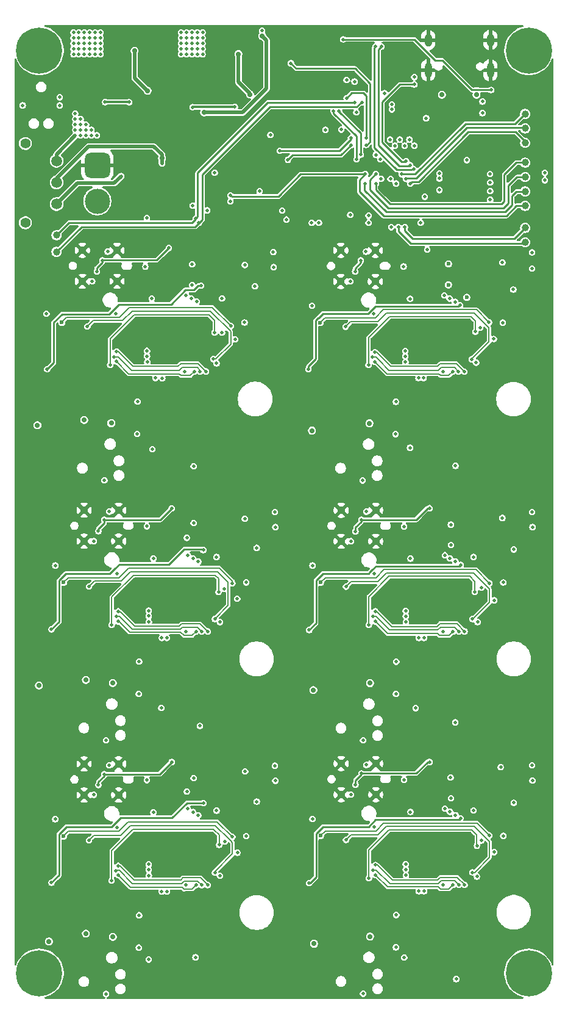
<source format=gbr>
%TF.GenerationSoftware,KiCad,Pcbnew,9.0.0*%
%TF.CreationDate,2025-05-26T21:07:57+04:00*%
%TF.ProjectId,Dumpling_Main,44756d70-6c69-46e6-975f-4d61696e2e6b,rev?*%
%TF.SameCoordinates,Original*%
%TF.FileFunction,Copper,L6,Bot*%
%TF.FilePolarity,Positive*%
%FSLAX46Y46*%
G04 Gerber Fmt 4.6, Leading zero omitted, Abs format (unit mm)*
G04 Created by KiCad (PCBNEW 9.0.0) date 2025-05-26 21:07:57*
%MOMM*%
%LPD*%
G01*
G04 APERTURE LIST*
G04 Aperture macros list*
%AMRoundRect*
0 Rectangle with rounded corners*
0 $1 Rounding radius*
0 $2 $3 $4 $5 $6 $7 $8 $9 X,Y pos of 4 corners*
0 Add a 4 corners polygon primitive as box body*
4,1,4,$2,$3,$4,$5,$6,$7,$8,$9,$2,$3,0*
0 Add four circle primitives for the rounded corners*
1,1,$1+$1,$2,$3*
1,1,$1+$1,$4,$5*
1,1,$1+$1,$6,$7*
1,1,$1+$1,$8,$9*
0 Add four rect primitives between the rounded corners*
20,1,$1+$1,$2,$3,$4,$5,0*
20,1,$1+$1,$4,$5,$6,$7,0*
20,1,$1+$1,$6,$7,$8,$9,0*
20,1,$1+$1,$8,$9,$2,$3,0*%
G04 Aperture macros list end*
%TA.AperFunction,ComponentPad*%
%ADD10C,1.100000*%
%TD*%
%TA.AperFunction,ComponentPad*%
%ADD11C,0.800000*%
%TD*%
%TA.AperFunction,ComponentPad*%
%ADD12C,6.400000*%
%TD*%
%TA.AperFunction,HeatsinkPad*%
%ADD13C,1.100000*%
%TD*%
%TA.AperFunction,ComponentPad*%
%ADD14O,1.000000X2.100000*%
%TD*%
%TA.AperFunction,ComponentPad*%
%ADD15O,1.000000X1.800000*%
%TD*%
%TA.AperFunction,ComponentPad*%
%ADD16C,1.400000*%
%TD*%
%TA.AperFunction,ComponentPad*%
%ADD17RoundRect,0.770000X0.980000X-0.980000X0.980000X0.980000X-0.980000X0.980000X-0.980000X-0.980000X0*%
%TD*%
%TA.AperFunction,ComponentPad*%
%ADD18C,3.500000*%
%TD*%
%TA.AperFunction,SMDPad,CuDef*%
%ADD19C,1.000000*%
%TD*%
%TA.AperFunction,SMDPad,CuDef*%
%ADD20C,1.500000*%
%TD*%
%TA.AperFunction,ViaPad*%
%ADD21C,0.500000*%
%TD*%
%TA.AperFunction,ViaPad*%
%ADD22C,0.700000*%
%TD*%
%TA.AperFunction,ViaPad*%
%ADD23C,0.600000*%
%TD*%
%TA.AperFunction,Conductor*%
%ADD24C,0.250000*%
%TD*%
%TA.AperFunction,Conductor*%
%ADD25C,0.500000*%
%TD*%
%TA.AperFunction,Conductor*%
%ADD26C,0.200000*%
%TD*%
%TA.AperFunction,Conductor*%
%ADD27C,0.300000*%
%TD*%
G04 APERTURE END LIST*
D10*
%TO.P,J20,S1,SHIELD*%
%TO.N,GND*%
X138949170Y-146934422D03*
X138949170Y-151234422D03*
X143749170Y-146934422D03*
X143749170Y-151234422D03*
%TD*%
D11*
%TO.P,H1,1*%
%TO.N,N/C*%
X94600000Y-48000000D03*
X95302944Y-46302944D03*
X95302944Y-49697056D03*
X97000000Y-45600000D03*
D12*
X97000000Y-48000000D03*
D11*
X97000000Y-50400000D03*
X98697056Y-46302944D03*
X98697056Y-49697056D03*
X99400000Y-48000000D03*
%TD*%
%TO.P,H4,1*%
%TO.N,N/C*%
X162600000Y-48000000D03*
X163302944Y-46302944D03*
X163302944Y-49697056D03*
X165000000Y-45600000D03*
D12*
X165000000Y-48000000D03*
D11*
X165000000Y-50400000D03*
X166697056Y-46302944D03*
X166697056Y-49697056D03*
X167400000Y-48000000D03*
%TD*%
D10*
%TO.P,J8,S1,SHIELD*%
%TO.N,GND*%
X103005500Y-75719500D03*
X103005500Y-80019500D03*
X107805500Y-75719500D03*
X107805500Y-80019500D03*
%TD*%
%TO.P,J17,S1,SHIELD*%
%TO.N,GND*%
X103229352Y-146977298D03*
X103229352Y-151277298D03*
X108029352Y-146977298D03*
X108029352Y-151277298D03*
%TD*%
D13*
%TO.P,J23,S1,SHIELD*%
%TO.N,GND*%
X138891670Y-75730048D03*
X138891670Y-80030048D03*
X143691670Y-75730048D03*
X143691670Y-80030048D03*
%TD*%
D11*
%TO.P,H2,1*%
%TO.N,N/C*%
X162600000Y-176000000D03*
X163302944Y-174302944D03*
X163302944Y-177697056D03*
X165000000Y-173600000D03*
D12*
X165000000Y-176000000D03*
D11*
X165000000Y-178400000D03*
X166697056Y-174302944D03*
X166697056Y-177697056D03*
X167400000Y-176000000D03*
%TD*%
D14*
%TO.P,J3,S1,SHIELD*%
%TO.N,GND*%
X159670000Y-50740000D03*
D15*
X159670000Y-46540000D03*
D14*
X151030000Y-50740000D03*
D15*
X151030000Y-46540000D03*
%TD*%
D10*
%TO.P,J11,S1,SHIELD*%
%TO.N,GND*%
X103229352Y-111777298D03*
X103229352Y-116077298D03*
X108029352Y-111777298D03*
X108029352Y-116077298D03*
%TD*%
D11*
%TO.P,H3,1*%
%TO.N,N/C*%
X94600000Y-176000000D03*
X95302944Y-174302944D03*
X95302944Y-177697056D03*
X97000000Y-173600000D03*
D12*
X97000000Y-176000000D03*
D11*
X97000000Y-178400000D03*
X98697056Y-174302944D03*
X98697056Y-177697056D03*
X99400000Y-176000000D03*
%TD*%
D16*
%TO.P,J4,*%
%TO.N,*%
X95075000Y-71900000D03*
X95075000Y-60900000D03*
D17*
%TO.P,J4,1,N*%
%TO.N,GND*%
X105075000Y-63900000D03*
D18*
%TO.P,J4,2,P*%
%TO.N,Net-(J4-P)*%
X105075000Y-68900000D03*
%TD*%
D10*
%TO.P,J14,S1,SHIELD*%
%TO.N,GND*%
X138949170Y-111787845D03*
X138949170Y-116087845D03*
X143749170Y-111787845D03*
X143749170Y-116087845D03*
%TD*%
D19*
%TO.P,TP4,1,1*%
%TO.N,I2C2_SCL*%
X164500000Y-74600000D03*
%TD*%
%TO.P,TP2,1,1*%
%TO.N,I2C1_SCL*%
X99400000Y-75925000D03*
%TD*%
D20*
%TO.P,VBUS1,1,1*%
%TO.N,VBUS*%
X99400000Y-66300000D03*
%TD*%
%TO.P,VBAT1,1,1*%
%TO.N,VBAT*%
X99400000Y-69300000D03*
%TD*%
D19*
%TO.P,TP1,1,1*%
%TO.N,I2C1_SDA*%
X99400000Y-73625000D03*
%TD*%
%TO.P,TP7,1,1*%
%TO.N,SPI1_SCK*%
X164500000Y-67550000D03*
%TD*%
%TO.P,TP11,1,1*%
%TO.N,SPI2_SCK*%
X164500000Y-60800000D03*
%TD*%
%TO.P,TP3,1,1*%
%TO.N,I2C2_SDA*%
X164500000Y-72600000D03*
%TD*%
%TO.P,TP6,1,1*%
%TO.N,SPI1_MISO*%
X164500000Y-65550000D03*
%TD*%
%TO.P,TP9,1,1*%
%TO.N,SPI2_MOSI*%
X164500000Y-56800000D03*
%TD*%
%TO.P,TP8,1,1*%
%TO.N,SPI1_NSS*%
X164500000Y-69550000D03*
%TD*%
D20*
%TO.P,VIN1,1,1*%
%TO.N,VIN*%
X99400000Y-63300000D03*
%TD*%
D19*
%TO.P,TP10,1,1*%
%TO.N,SPI2_MISO*%
X164500000Y-58800000D03*
%TD*%
%TO.P,TP5,1,1*%
%TO.N,SPI1_MOSI*%
X164500000Y-63550000D03*
%TD*%
D21*
%TO.N,NRST*%
X142400000Y-61100000D03*
X131970000Y-49755000D03*
X94700000Y-55600000D03*
D22*
%TO.N,GND*%
X150905075Y-86391643D03*
X118442757Y-159238893D03*
D21*
X164500000Y-52225000D03*
X102123852Y-112957798D03*
X134093670Y-121868345D03*
X111500000Y-51459500D03*
X165461170Y-77000000D03*
X158343670Y-119268345D03*
X107500000Y-105900000D03*
X98373852Y-157057798D03*
D22*
X118218905Y-86381095D03*
X151705075Y-87191643D03*
D21*
X127597500Y-65520000D03*
X103325000Y-137625000D03*
X102123852Y-148157798D03*
D22*
X117418905Y-87181095D03*
D21*
X100900000Y-78325000D03*
X103325000Y-172925000D03*
X108925000Y-78750000D03*
D22*
X152505075Y-89591643D03*
X150962575Y-125649440D03*
D21*
X158575000Y-52900000D03*
D22*
X152562575Y-124049440D03*
D21*
X158700000Y-91120000D03*
X143443670Y-177114922D03*
X103100000Y-100400000D03*
X150268670Y-142525000D03*
X107973852Y-129157798D03*
D22*
X153305075Y-88791643D03*
X116042757Y-123238893D03*
D21*
X136786170Y-78335548D03*
X123550000Y-70201000D03*
D22*
X115018905Y-89581095D03*
D21*
X134093670Y-157014922D03*
X138986170Y-100410548D03*
X103223852Y-165157798D03*
X143636170Y-93110548D03*
X138943670Y-128468345D03*
X122750000Y-97725000D03*
X158368670Y-141225000D03*
D22*
X116042757Y-160038893D03*
D21*
X111950000Y-70450000D03*
X149043670Y-164635904D03*
D22*
X116042757Y-124838893D03*
D21*
X122400000Y-83200000D03*
X149511170Y-106843905D03*
X113925000Y-106996309D03*
X158636170Y-97735548D03*
X107750000Y-93100000D03*
X112800000Y-50159500D03*
D22*
X118442757Y-160838893D03*
D21*
X149492261Y-153641331D03*
D22*
X115242757Y-157638893D03*
X150962575Y-160796017D03*
D21*
X149434761Y-82436957D03*
X138943670Y-129968345D03*
X126225000Y-61875000D03*
X143693670Y-129168345D03*
X141825000Y-56600000D03*
X112150000Y-50809500D03*
D22*
X116618905Y-89581095D03*
X116618905Y-86381095D03*
D21*
X139043670Y-172900000D03*
D22*
X118218905Y-89581095D03*
D21*
X136275000Y-57965000D03*
D22*
X115818905Y-87181095D03*
D21*
X112800000Y-50809500D03*
D22*
X118442757Y-125638893D03*
X116842757Y-157638893D03*
D21*
X103050000Y-83400000D03*
X138886170Y-92410548D03*
D22*
X115242757Y-124038893D03*
X153362575Y-158396017D03*
D21*
X103323852Y-136457798D03*
D22*
X152562575Y-125649440D03*
X115818905Y-88781095D03*
D21*
X140525000Y-63700000D03*
X150056170Y-146639922D03*
X138937575Y-126962250D03*
X148775000Y-54375000D03*
X112150000Y-51459500D03*
X158506095Y-176843905D03*
X141800000Y-52300000D03*
X158631170Y-168877422D03*
D22*
X118442757Y-157638893D03*
D21*
X114336352Y-146682798D03*
D22*
X118218905Y-87981095D03*
D21*
X151950000Y-71900000D03*
X135750000Y-53900000D03*
X111500000Y-50809500D03*
X122906095Y-141722596D03*
X138936170Y-83410548D03*
X112150000Y-50159500D03*
X122500000Y-105700000D03*
X114336352Y-111482798D03*
X157143670Y-115893345D03*
X137843670Y-112968345D03*
X144811170Y-78760548D03*
X129748852Y-148187798D03*
X129748852Y-112987798D03*
X121100000Y-79200000D03*
X144868670Y-149964922D03*
X126680000Y-51379500D03*
D22*
X150962575Y-159196017D03*
X150962575Y-124049440D03*
D21*
X137843670Y-148114922D03*
X94700000Y-56870000D03*
X150100000Y-177900000D03*
X152200000Y-52900000D03*
X151650000Y-57375000D03*
X111975000Y-93950000D03*
D22*
X116042757Y-158438893D03*
D21*
X122623852Y-119257798D03*
X113323852Y-129478780D03*
X103000000Y-93900000D03*
X103223852Y-128457798D03*
X138943670Y-163614922D03*
X134155000Y-64550000D03*
X117425000Y-95125000D03*
X143443670Y-141968345D03*
X122925000Y-162300000D03*
D22*
X152562575Y-159196017D03*
D21*
X143386170Y-105910548D03*
X155400000Y-52900000D03*
D22*
X117418905Y-88781095D03*
X154105075Y-86391643D03*
D21*
X103273852Y-154657798D03*
X139050000Y-137725000D03*
X125955000Y-51379500D03*
D22*
X115242757Y-122438893D03*
D21*
X113323852Y-164678780D03*
D22*
X151705075Y-88791643D03*
D21*
X139043670Y-136468345D03*
X103000000Y-92400000D03*
D22*
X117642757Y-158438893D03*
D21*
X165468670Y-148144922D03*
D22*
X116842757Y-159238893D03*
D21*
X143693670Y-164314922D03*
D22*
X116618905Y-87981095D03*
D21*
X103125000Y-101650000D03*
D23*
X157400000Y-82250000D03*
D21*
X153368670Y-131193345D03*
D22*
X117642757Y-160038893D03*
D21*
X132930000Y-49755000D03*
X150056170Y-111493345D03*
X102993905Y-90893905D03*
X107973852Y-164357798D03*
D22*
X115242757Y-159238893D03*
X151762575Y-158396017D03*
X154162575Y-125649440D03*
D21*
X122973852Y-168982798D03*
D22*
X117642757Y-124838893D03*
D21*
X121423852Y-115882798D03*
X158693670Y-133793345D03*
X101123852Y-149582798D03*
X153368670Y-166339922D03*
D22*
X152505075Y-87991643D03*
X154162575Y-124049440D03*
D21*
X123406095Y-177193905D03*
X136843670Y-114393345D03*
X103217757Y-162151703D03*
X148986170Y-93431530D03*
X133195000Y-69800000D03*
X165468670Y-112998345D03*
X114006095Y-178143905D03*
X136843670Y-149539922D03*
X113548591Y-82426409D03*
D22*
X116842757Y-122438893D03*
D21*
X155350000Y-46540000D03*
D22*
X115018905Y-87981095D03*
D21*
X149043655Y-129500000D03*
D22*
X154162575Y-157596017D03*
D21*
X158406095Y-105643905D03*
D22*
X115242757Y-160838893D03*
X153362575Y-124849440D03*
D21*
X113772443Y-118484207D03*
X103223852Y-163657798D03*
X101123852Y-114382798D03*
X149075000Y-48500000D03*
X167250000Y-67050000D03*
X113772443Y-153684207D03*
D22*
X116842757Y-124038893D03*
D21*
X142300000Y-49300000D03*
X125955000Y-52079500D03*
X125955000Y-50704500D03*
D22*
X151762575Y-123249440D03*
D21*
X139043670Y-171614922D03*
D22*
X152505075Y-86391643D03*
D21*
X112800000Y-51459500D03*
D22*
X116842757Y-160838893D03*
D21*
X101900000Y-76900000D03*
X117648852Y-166382798D03*
X122973852Y-133782798D03*
X103217757Y-126951703D03*
D22*
X151762575Y-159996017D03*
X116842757Y-125638893D03*
D21*
X138886170Y-93910548D03*
D22*
X154162575Y-159196017D03*
D21*
X122625000Y-91400000D03*
X126680000Y-50704500D03*
X122900000Y-127100000D03*
X114750000Y-78000000D03*
X150653907Y-77970995D03*
X158525000Y-162200000D03*
X103223852Y-129957798D03*
X158343670Y-154414922D03*
D22*
X154105075Y-87991643D03*
D21*
X122623852Y-154457798D03*
X144868670Y-114818345D03*
X165512500Y-57687500D03*
X103323852Y-171657798D03*
X98373852Y-121857798D03*
X138937575Y-162108827D03*
X109148852Y-114807798D03*
X103273852Y-119457798D03*
X117648852Y-131182798D03*
D22*
X118442757Y-124038893D03*
D21*
X159975000Y-72775000D03*
D22*
X151762575Y-124849440D03*
X152562575Y-157596017D03*
X152562575Y-160796017D03*
X117642757Y-123238893D03*
X118442757Y-122438893D03*
D21*
X98150000Y-85800000D03*
X134036170Y-85810548D03*
X129525000Y-76930000D03*
X137786170Y-76910548D03*
X138880075Y-90904453D03*
X138943670Y-165114922D03*
X111500000Y-50159500D03*
D22*
X154162575Y-160796017D03*
D21*
X113806095Y-142943905D03*
D22*
X150905075Y-87991643D03*
D21*
X153311170Y-95135548D03*
D22*
X154105075Y-89591643D03*
X154162575Y-122449440D03*
D21*
X139000000Y-101600000D03*
X138993670Y-154614922D03*
X107723852Y-141957798D03*
D23*
X139340000Y-71787500D03*
D22*
X150905075Y-89591643D03*
X152562575Y-122449440D03*
D21*
X107723852Y-177157798D03*
D22*
X115242757Y-125638893D03*
D21*
X149492261Y-118494754D03*
X157143670Y-151039922D03*
X138993670Y-119468345D03*
X109148852Y-150007798D03*
D22*
X153362575Y-159996017D03*
D21*
X158700000Y-127000000D03*
X127455000Y-50704500D03*
D22*
X153362575Y-123249440D03*
X153305075Y-87191643D03*
D21*
X121423852Y-151082798D03*
D22*
X150962575Y-122449440D03*
X115018905Y-86381095D03*
X150962575Y-157596017D03*
D21*
%TO.N,co1_NRST*%
X117175000Y-92530913D03*
X142750000Y-71900000D03*
X112700000Y-103300000D03*
%TO.N,VIN*%
X102000000Y-59000000D03*
D22*
X135177190Y-171922810D03*
D21*
X102750000Y-58250000D03*
D22*
X135077190Y-136722810D03*
D21*
X103500000Y-59000000D03*
X102750000Y-59750000D03*
D22*
X103250000Y-99250000D03*
D21*
X102000000Y-58250000D03*
X102000000Y-56750000D03*
X103500000Y-59750000D03*
X103500000Y-58250000D03*
D22*
X103473852Y-170507798D03*
D21*
X102750000Y-57500000D03*
X104250000Y-59750000D03*
X102000000Y-57500000D03*
X104250000Y-59000000D03*
D22*
X103473852Y-135307798D03*
D21*
X102750000Y-59000000D03*
D22*
X134877190Y-100722810D03*
D21*
X105000000Y-59750000D03*
X102000000Y-59750000D03*
%TO.N,+5V*%
X118950000Y-47750000D03*
X119700000Y-46250000D03*
D22*
X96950000Y-136100000D03*
X107000000Y-99700000D03*
D21*
X118950000Y-47000000D03*
X139250000Y-46450000D03*
X117450000Y-48500000D03*
D22*
X142886170Y-99710548D03*
D21*
X116700000Y-48500000D03*
D22*
X142943670Y-135768345D03*
D21*
X118200000Y-47750000D03*
D22*
X98350000Y-171600000D03*
X107223852Y-170957798D03*
D21*
X118200000Y-45500000D03*
X127950000Y-45249982D03*
X119700000Y-48500000D03*
X116700000Y-46250000D03*
X118200000Y-46250000D03*
X116700000Y-45500000D03*
D22*
X127980000Y-45979500D03*
D21*
X118200000Y-48500000D03*
X118200000Y-47000000D03*
X118950000Y-45500000D03*
X118950000Y-48500000D03*
D22*
X107223852Y-135757798D03*
D21*
X117450000Y-45500000D03*
X119700000Y-47000000D03*
X118950000Y-46250000D03*
X117450000Y-47000000D03*
X117450000Y-46250000D03*
D22*
X96750000Y-100000000D03*
D21*
X116700000Y-47000000D03*
X116700000Y-47750000D03*
X119700000Y-45500000D03*
D22*
X119900000Y-56600000D03*
D21*
X119700000Y-47750000D03*
X159750000Y-53475000D03*
X117450000Y-47750000D03*
D22*
X142943670Y-170914922D03*
D21*
%TO.N,co2_NRST*%
X153061170Y-92541461D03*
X148500000Y-103100000D03*
X145800000Y-65800000D03*
%TO.N,co3_NRST*%
X113950000Y-139200000D03*
X117398852Y-128588711D03*
X146550000Y-66450000D03*
%TO.N,co4_NRST*%
X149300000Y-139231655D03*
X153118670Y-128599258D03*
X144380913Y-63094087D03*
%TO.N,co5_NRST*%
X146000000Y-56162837D03*
X117398852Y-163788711D03*
X112200000Y-174100000D03*
%TO.N,co6_NRST*%
X153082252Y-163782252D03*
X146000000Y-55462834D03*
X147700000Y-173839221D03*
%TO.N,VBUS*%
X111737500Y-77950000D03*
X147681170Y-114018345D03*
X106500000Y-75900000D03*
X140241670Y-80010548D03*
X147681170Y-149164922D03*
D22*
X114050000Y-62937500D03*
X157750000Y-54137500D03*
X152950000Y-54137500D03*
D21*
X111961352Y-114007798D03*
X106723852Y-111957798D03*
X104355500Y-80000000D03*
X142386170Y-75910548D03*
X111961352Y-149207798D03*
X140299170Y-116068345D03*
X106723852Y-147157798D03*
X142443670Y-111968345D03*
X104579352Y-116057798D03*
X140299170Y-151214922D03*
X142443670Y-147114922D03*
X104579352Y-151257798D03*
X147623670Y-77960548D03*
%TO.N,RGB_LED*%
X130425000Y-61900000D03*
X140297250Y-60127520D03*
D23*
%TO.N,co1_RGB_LED*%
X100132095Y-85724000D03*
D21*
X123600000Y-86200000D03*
%TO.N,co2_RGB_LED*%
X159487731Y-85700000D03*
D23*
X136018265Y-85734548D03*
%TO.N,co3_RGB_LED*%
X100355947Y-121781798D03*
D21*
X123823852Y-121900000D03*
D23*
%TO.N,co4_RGB_LED*%
X136075765Y-121792345D03*
D21*
X159543670Y-121900000D03*
%TO.N,co5_RGB_LED*%
X123823852Y-157100000D03*
D23*
X100355947Y-156981798D03*
%TO.N,co6_RGB_LED*%
X136075765Y-156938922D03*
D21*
X159543670Y-156900000D03*
%TO.N,SWDIO*%
X99850000Y-54475000D03*
X149100000Y-61200000D03*
%TO.N,SWCLK*%
X148420924Y-60350000D03*
X99850000Y-55600000D03*
%TO.N,SDIO_D3*%
X159650000Y-66300000D03*
X147070924Y-60350000D03*
%TO.N,SDIO_D2*%
X159625000Y-65125000D03*
X147750000Y-61200000D03*
%TO.N,SDIO_CLK*%
X146400000Y-61200000D03*
X159650000Y-67500000D03*
%TO.N,SDIO_CMD*%
X145720924Y-60350000D03*
X167250000Y-64950000D03*
%TO.N,co2_USB_D-_ESD*%
X140881670Y-78640048D03*
X141671670Y-77120048D03*
X150886170Y-75600000D03*
%TO.N,co1_gpio1*%
X118550000Y-92525000D03*
X107750000Y-91150000D03*
%TO.N,co1_gpio2*%
X119350000Y-92525000D03*
X107400000Y-90500000D03*
%TO.N,co1_gpio3*%
X120156095Y-92525000D03*
X107750000Y-89750000D03*
%TO.N,co1_pwr_cyc*%
X121375000Y-87100000D03*
X106850000Y-91600000D03*
%TO.N,co1_gpio4*%
X121200000Y-90806095D03*
X103673905Y-86300000D03*
%TO.N,co1_USB_D-_ESD*%
X105785500Y-77109500D03*
X104995500Y-78629500D03*
X115000000Y-75400000D03*
%TO.N,co2_gpio4*%
X157100000Y-90825000D03*
X139560075Y-86310548D03*
%TO.N,co2_gpio1*%
X154436170Y-92535548D03*
X143637517Y-91160480D03*
%TO.N,co2_pwr_cyc*%
X142736170Y-91610548D03*
X157600000Y-87000000D03*
%TO.N,co2_gpio3*%
X156042265Y-92535548D03*
X143636170Y-89860548D03*
%TO.N,co2_gpio2*%
X143300000Y-90510548D03*
X155236170Y-92535548D03*
%TO.N,co3_USB_D-_ESD*%
X106029352Y-113100000D03*
X115400000Y-111500000D03*
X105219352Y-114687298D03*
%TO.N,co3_gpio1*%
X107973852Y-127207798D03*
X118773852Y-128582798D03*
%TO.N,co3_gpio3*%
X107973852Y-125807798D03*
X120379947Y-128582798D03*
%TO.N,co3_pwr_cyc*%
X107073852Y-127657798D03*
X121900000Y-123100000D03*
%TO.N,co3_gpio2*%
X119573852Y-128582798D03*
X107700000Y-126500000D03*
%TO.N,co3_gpio4*%
X103897757Y-122357798D03*
X121400000Y-126863893D03*
%TO.N,co4_USB_D-_ESD*%
X140939170Y-114697845D03*
X141749170Y-113100000D03*
X151200000Y-111500000D03*
%TO.N,co4_gpio3*%
X143693670Y-125800000D03*
X156099765Y-128593345D03*
%TO.N,co4_gpio2*%
X155293670Y-128593345D03*
X143400000Y-126500000D03*
%TO.N,co4_gpio1*%
X143693670Y-127218345D03*
X154493670Y-128593345D03*
%TO.N,co4_pwr_cyc*%
X157500000Y-123100000D03*
X142793670Y-127668345D03*
%TO.N,co4_gpio4*%
X139617575Y-122368345D03*
X157200000Y-126874440D03*
%TO.N,co5_USB_D-_ESD*%
X106021477Y-148407875D03*
X115400000Y-146700000D03*
X105219352Y-149887298D03*
%TO.N,co5_gpio1*%
X107973852Y-162407798D03*
X118773852Y-163782798D03*
%TO.N,co5_gpio3*%
X120379947Y-163782798D03*
X107981926Y-161112344D03*
%TO.N,co5_pwr_cyc*%
X122000000Y-158200000D03*
X107050000Y-163150000D03*
%TO.N,co5_gpio4*%
X103897757Y-157557798D03*
X121400000Y-162063893D03*
%TO.N,co5_gpio2*%
X119573852Y-163782798D03*
X107623852Y-161801581D03*
%TO.N,co6_USB_D-_ESD*%
X151200000Y-146700000D03*
X140939170Y-149844422D03*
X141749170Y-148300000D03*
%TO.N,co6_gpio3*%
X143693670Y-161000000D03*
X156099765Y-163739922D03*
%TO.N,co6_gpio4*%
X157200000Y-162021017D03*
X139617575Y-157514922D03*
%TO.N,co6_gpio2*%
X155293670Y-163739922D03*
X143400000Y-161714922D03*
%TO.N,co6_pwr_cyc*%
X142793670Y-162814922D03*
X157800000Y-158300000D03*
%TO.N,co6_gpio1*%
X154493670Y-163739922D03*
X143693670Y-162364922D03*
%TO.N,VBAT*%
X108375000Y-65425000D03*
%TO.N,BOOT0*%
X142400000Y-60150000D03*
X139700000Y-54615000D03*
%TO.N,Net-(SW1-B)*%
X158575000Y-56675000D03*
X139700000Y-52090000D03*
%TO.N,buzzer*%
X140306587Y-61106587D03*
X131550000Y-63150000D03*
%TO.N,co1_FLASH_HOLD*%
X111966457Y-89656251D03*
X125550000Y-77750000D03*
%TO.N,co1_FLASH_WP*%
X118250000Y-77650000D03*
X114100000Y-93450000D03*
%TO.N,I2C1_SDA*%
X118750000Y-71325000D03*
X140800000Y-55200000D03*
%TO.N,I2C1_SCL*%
X141800000Y-55187500D03*
X119187500Y-71900000D03*
%TO.N,I2C2_SDA*%
X147918670Y-126468345D03*
X112198852Y-161657798D03*
X112198852Y-126457798D03*
X111975000Y-90400000D03*
X147918670Y-161614922D03*
X147861170Y-90410548D03*
X147800000Y-72500000D03*
%TO.N,I2C2_SCL*%
X122773852Y-157750000D03*
X158400000Y-122500000D03*
X146885000Y-72485000D03*
X158400000Y-157600000D03*
X158225000Y-86425000D03*
X122700000Y-122700000D03*
X122400000Y-87125000D03*
%TO.N,Trigger*%
X160212083Y-124273440D03*
X160144087Y-88019087D03*
X124500000Y-124050000D03*
X124200000Y-88050000D03*
X124525000Y-159300000D03*
X136750000Y-59000000D03*
X160213083Y-159200000D03*
%TO.N,co2_FLASH_HOLD*%
X161350000Y-77400000D03*
X147852627Y-89666799D03*
D23*
%TO.N,co2_FLASH_WP*%
X153850000Y-77600000D03*
D21*
X150386158Y-93435481D03*
%TO.N,co3_FLASH_HOLD*%
X112190309Y-125714049D03*
X125550000Y-112950000D03*
%TO.N,co3_FLASH_WP*%
X118450000Y-113550000D03*
X114723840Y-129482731D03*
%TO.N,co4_FLASH_HOLD*%
X161350000Y-112850000D03*
X147910127Y-125724596D03*
%TO.N,co4_FLASH_WP*%
X150443658Y-129493278D03*
X154172610Y-113776947D03*
%TO.N,co5_FLASH_HOLD*%
X125600000Y-148000000D03*
X112190309Y-160914049D03*
%TO.N,co5_FLASH_WP*%
X118450000Y-148950000D03*
X114723840Y-164682731D03*
%TO.N,co6_FLASH_HOLD*%
X147910127Y-160871173D03*
X161100000Y-147400000D03*
%TO.N,co6_FLASH_WP*%
X154150000Y-148850000D03*
X150443658Y-164639855D03*
%TO.N,SPI1_MOSI*%
X143750000Y-66450000D03*
X131350000Y-71450000D03*
%TO.N,SPI1_MISO*%
X123550000Y-68925000D03*
X143750000Y-65150000D03*
%TO.N,SPI1_SCK*%
X130750000Y-70200000D03*
X142300000Y-66475000D03*
%TO.N,SPI1_NSS*%
X142300000Y-65150000D03*
X123550000Y-68100000D03*
%TO.N,SPI2_MOSI*%
X153286170Y-81960548D03*
X117400000Y-81950000D03*
X117623852Y-118007798D03*
X147350000Y-65150000D03*
X153343670Y-118018345D03*
X153343670Y-153164922D03*
X117623852Y-153207798D03*
%TO.N,SPI2_MISO*%
X154068670Y-153614922D03*
X118348852Y-118457798D03*
X147950000Y-65800000D03*
X154011170Y-82410548D03*
X118348852Y-153657798D03*
X154068670Y-118468345D03*
X118125000Y-82400000D03*
%TO.N,SPI2_SCK*%
X154761170Y-82860548D03*
X118875000Y-82850000D03*
X154818670Y-118918345D03*
X119098852Y-118907798D03*
X148536826Y-66463174D03*
X154818670Y-154064922D03*
X119098852Y-154107798D03*
%TO.N,SPI2_NSS1*%
X119500000Y-80600000D03*
X98100000Y-92200000D03*
X135850000Y-71900000D03*
%TO.N,SPI2_NSS3*%
X98700000Y-128300000D03*
X119798852Y-117300000D03*
X134850000Y-71900000D03*
%TO.N,co3_SPI1_MOSI*%
X125742265Y-121789385D03*
X127211352Y-117000000D03*
%TO.N,co1_SPI1_MOSI*%
X126975000Y-80700000D03*
X125518413Y-85731587D03*
%TO.N,SPI2_NSS2*%
X155461170Y-83310548D03*
X134400000Y-92210548D03*
X152600000Y-67350000D03*
%TO.N,SPI2_NSS4*%
X155518670Y-119368345D03*
X152600000Y-65750003D03*
X134500000Y-128400000D03*
%TO.N,co4_SPI1_MOSI*%
X162918670Y-117218345D03*
X161462083Y-121799932D03*
%TO.N,co2_SPI1_MOSI*%
X162861170Y-81160548D03*
X161404583Y-85742135D03*
%TO.N,SPI2_NSS5*%
X119798852Y-152400000D03*
X144500000Y-65800000D03*
X98700000Y-163457798D03*
%TO.N,co5_SPI1_MOSI*%
X127211352Y-152200000D03*
X125742265Y-156989385D03*
%TO.N,SPI2_NSS6*%
X155518670Y-154514922D03*
X143750000Y-62463174D03*
X134500000Y-163500000D03*
%TO.N,co6_SPI1_MOSI*%
X162918670Y-152364922D03*
X161462083Y-156946509D03*
%TO.N,USART_TX*%
X137900000Y-56400000D03*
X141075000Y-63100000D03*
%TO.N,I2C3_SDA*%
X149038654Y-64442168D03*
X143696733Y-47446680D03*
%TO.N,USART_RX*%
X141650000Y-62450000D03*
X138650000Y-56400000D03*
D22*
%TO.N,Net-(U25-SW)*%
X110250000Y-48019000D03*
X112050000Y-53569000D03*
%TO.N,Net-(U26-SW)*%
X124680000Y-48489000D03*
X126261000Y-54070000D03*
D21*
%TO.N,Net-(U25-EN)*%
X106150000Y-55150000D03*
X109499000Y-55169000D03*
%TO.N,Net-(U26-EN)*%
X124180000Y-55839000D03*
X118300000Y-55850000D03*
%TO.N,I2C3_SCL*%
X148500000Y-63900000D03*
X144509880Y-47446707D03*
%TO.N,IMU_INT*%
X149100000Y-52710000D03*
X147968506Y-63378321D03*
%TO.N,SDIO_D7*%
X152600000Y-65050000D03*
X159650000Y-68700000D03*
%TO.N,+3V3*%
X122100000Y-127300000D03*
X121374936Y-64950064D03*
X154931095Y-176818905D03*
X141992261Y-143694754D03*
X154193670Y-116593345D03*
X121623852Y-118257798D03*
X141992261Y-178841331D03*
X99223852Y-119438915D03*
X146594670Y-167928831D03*
X103250000Y-47000000D03*
X112223852Y-162457798D03*
X165518670Y-114118345D03*
X110651000Y-96713909D03*
X118250000Y-80525000D03*
X146537170Y-96724457D03*
X102500000Y-47000000D03*
X129100000Y-59700000D03*
X129798852Y-149307798D03*
X105500000Y-47000000D03*
X117500000Y-115600000D03*
X122400000Y-82400000D03*
X102500000Y-46250000D03*
X142750000Y-70900000D03*
X148568670Y-153639922D03*
X102500000Y-45500000D03*
X104000000Y-47000000D03*
X112848852Y-118482798D03*
X165462083Y-147171509D03*
X138950000Y-58955000D03*
X154831095Y-105618905D03*
X105500000Y-47750000D03*
X141055243Y-56568407D03*
X104750000Y-47000000D03*
X129742265Y-112014385D03*
X104750000Y-47750000D03*
X146594670Y-132782254D03*
X150000000Y-71900000D03*
X165518670Y-149264922D03*
X99223852Y-154638915D03*
X121625000Y-91400000D03*
X105500000Y-48500000D03*
X154193670Y-151739922D03*
X149743656Y-129494218D03*
X106048591Y-107626409D03*
X147943670Y-162414922D03*
X165461170Y-76000000D03*
X118700000Y-173800000D03*
X158575000Y-55075000D03*
X101750000Y-47750000D03*
X114023838Y-129483671D03*
X165462083Y-112024932D03*
X143543670Y-120568345D03*
X107823852Y-155757798D03*
X157343670Y-118268345D03*
X111950000Y-71200003D03*
X148568670Y-118493345D03*
X114023838Y-164683671D03*
X104000000Y-48500000D03*
X143486170Y-84510548D03*
X145900000Y-72500000D03*
X144970000Y-53900000D03*
X157800000Y-162600000D03*
X102500000Y-47750000D03*
X107600000Y-84500000D03*
X105500000Y-46250000D03*
X98000000Y-84500000D03*
X140800000Y-52300000D03*
X103250000Y-48500000D03*
X122100000Y-162500000D03*
X156400000Y-63200000D03*
X110823852Y-172457798D03*
X149743656Y-164640795D03*
D23*
X153850000Y-80500000D03*
D21*
X101750000Y-45500000D03*
X106272443Y-178884207D03*
X150550000Y-68275000D03*
D23*
X156400000Y-82250000D03*
D21*
X110823852Y-137257798D03*
X101750000Y-48500000D03*
X112223852Y-127257798D03*
X118297500Y-69525000D03*
X102500000Y-48500000D03*
X148511170Y-82435548D03*
X149100000Y-51690000D03*
X129742265Y-147214385D03*
X147886170Y-91210548D03*
X150750000Y-57375000D03*
X105500000Y-45500000D03*
X112000000Y-91200000D03*
X146486170Y-101210548D03*
X103250000Y-47750000D03*
X129575000Y-78050000D03*
X146543670Y-137268345D03*
X107823852Y-120557798D03*
X157343670Y-153414922D03*
X101750000Y-47000000D03*
X110874852Y-167971707D03*
X134886170Y-83391665D03*
X157700000Y-91300000D03*
X119331095Y-141697596D03*
X104750000Y-45500000D03*
X104000000Y-47750000D03*
X127600000Y-67525000D03*
X149686156Y-93436421D03*
X129798852Y-114107798D03*
X120300000Y-70160000D03*
X129518413Y-75956587D03*
X101750000Y-46250000D03*
X143543670Y-155714922D03*
X106272443Y-143684207D03*
X146543670Y-172414922D03*
X165461170Y-78250000D03*
X104000000Y-45500000D03*
X112625000Y-82425000D03*
X104000000Y-46250000D03*
X134943670Y-119449462D03*
X167250000Y-66000000D03*
X103250000Y-46250000D03*
X157900000Y-127300000D03*
X154793670Y-141200000D03*
X110600000Y-101200000D03*
X112848852Y-153682798D03*
X117500000Y-150800000D03*
X104750000Y-46250000D03*
X147943670Y-127268345D03*
X140200000Y-70800000D03*
X118450000Y-105671309D03*
X141934761Y-107636957D03*
X103250000Y-45500000D03*
X113124127Y-93425873D03*
X110874852Y-132771707D03*
X121623852Y-153457798D03*
X134943670Y-154596039D03*
X104750000Y-48500000D03*
%TD*%
D24*
%TO.N,NRST*%
X142400000Y-61100000D02*
X142500000Y-61100000D01*
X142976000Y-52576000D02*
X140900000Y-50500000D01*
X142976000Y-60624000D02*
X142976000Y-52576000D01*
X132700000Y-50500000D02*
X131970000Y-49770000D01*
X140900000Y-50500000D02*
X132700000Y-50500000D01*
X142500000Y-61100000D02*
X142976000Y-60624000D01*
X131970000Y-49770000D02*
X131970000Y-49755000D01*
D25*
%TO.N,VIN*%
X102000000Y-59750000D02*
X102000000Y-59800000D01*
X99400000Y-62400000D02*
X99400000Y-63300000D01*
X102000000Y-59800000D02*
X99400000Y-62400000D01*
D24*
%TO.N,+5V*%
X152989000Y-49364000D02*
X152014000Y-49364000D01*
X159750000Y-53475000D02*
X158043509Y-53475000D01*
D25*
X119900000Y-56600000D02*
X125259500Y-56600000D01*
D24*
X152014000Y-49364000D02*
X149100000Y-46450000D01*
D25*
X128580000Y-46579500D02*
X127980000Y-45979500D01*
D24*
X157469991Y-53461500D02*
X157456491Y-53475000D01*
X157456491Y-53475000D02*
X157100000Y-53475000D01*
X158030009Y-53461500D02*
X157469991Y-53461500D01*
X157100000Y-53475000D02*
X152989000Y-49364000D01*
D25*
X125259500Y-56600000D02*
X128580000Y-53279500D01*
D24*
X149100000Y-46450000D02*
X139250000Y-46450000D01*
D25*
X128580000Y-53279500D02*
X128580000Y-46579500D01*
D24*
X158043509Y-53475000D02*
X158030009Y-53461500D01*
D25*
%TO.N,VBUS*%
X112900000Y-61300000D02*
X103850000Y-61300000D01*
X103850000Y-61300000D02*
X99400000Y-65750000D01*
X99400000Y-65750000D02*
X99400000Y-66300000D01*
X114050000Y-62450000D02*
X112900000Y-61300000D01*
X114050000Y-63650000D02*
X114050000Y-62450000D01*
D24*
%TO.N,RGB_LED*%
X140149000Y-60443036D02*
X140149000Y-60451000D01*
X140297250Y-60294786D02*
X140149000Y-60443036D01*
X140297250Y-60127520D02*
X140297250Y-60294786D01*
X138700000Y-61900000D02*
X130425000Y-61900000D01*
X140149000Y-60451000D02*
X138700000Y-61900000D01*
X140269730Y-60100000D02*
X140297250Y-60127520D01*
X140297250Y-60127520D02*
X140250000Y-60080270D01*
D26*
%TO.N,co1_RGB_LED*%
X123600000Y-86200000D02*
X121050000Y-83650000D01*
X109500000Y-83650000D02*
X108099000Y-85051000D01*
X100749000Y-85051000D02*
X100132095Y-85667905D01*
X108099000Y-85051000D02*
X100749000Y-85051000D01*
X121050000Y-83650000D02*
X109500000Y-83650000D01*
X100132095Y-85667905D02*
X100132095Y-85724000D01*
%TO.N,co2_RGB_LED*%
X159487731Y-85700000D02*
X157737731Y-83950000D01*
X143714402Y-85061548D02*
X136691265Y-85061548D01*
X144825950Y-83950000D02*
X143714402Y-85061548D01*
X157737731Y-83950000D02*
X144825950Y-83950000D01*
X136691265Y-85061548D02*
X136018265Y-85734548D01*
%TO.N,co3_RGB_LED*%
X101003947Y-121133798D02*
X100355947Y-121781798D01*
X122050000Y-119800000D02*
X109396238Y-119800000D01*
X123823852Y-121900000D02*
X123823852Y-121573852D01*
X109396238Y-119800000D02*
X108062440Y-121133798D01*
X108062440Y-121133798D02*
X101003947Y-121133798D01*
X123823852Y-121573852D02*
X122050000Y-119800000D01*
%TO.N,co4_RGB_LED*%
X144926602Y-120000000D02*
X143782257Y-121144345D01*
X159543670Y-121900000D02*
X157643670Y-120000000D01*
X136723765Y-121144345D02*
X136075765Y-121792345D01*
X143782257Y-121144345D02*
X136723765Y-121144345D01*
X157643670Y-120000000D02*
X144926602Y-120000000D01*
%TO.N,co5_RGB_LED*%
X123823852Y-157100000D02*
X121723852Y-155000000D01*
X109360882Y-155000000D02*
X108052084Y-156308798D01*
X108052084Y-156308798D02*
X101028947Y-156308798D01*
X101028947Y-156308798D02*
X100355947Y-156981798D01*
X121723852Y-155000000D02*
X109360882Y-155000000D01*
%TO.N,co6_RGB_LED*%
X136748765Y-156265922D02*
X136075765Y-156938922D01*
X143771902Y-156265922D02*
X136748765Y-156265922D01*
X159543670Y-156900000D02*
X157843670Y-155200000D01*
X157843670Y-155200000D02*
X144837824Y-155200000D01*
X144837824Y-155200000D02*
X143771902Y-156265922D01*
D24*
%TO.N,co2_USB_D-_ESD*%
X141671670Y-77120048D02*
X141671670Y-77428330D01*
X140881670Y-78218330D02*
X140881670Y-78640048D01*
X141671670Y-77428330D02*
X140881670Y-78218330D01*
X141671670Y-77120048D02*
X141691670Y-77100048D01*
D26*
%TO.N,co1_gpio1*%
X116681913Y-93081913D02*
X117993087Y-93081913D01*
X109450000Y-92850000D02*
X116450000Y-92850000D01*
D24*
X107800000Y-91100000D02*
X107750000Y-91150000D01*
D26*
X107750000Y-91150000D02*
X109450000Y-92850000D01*
X117993087Y-93081913D02*
X118550000Y-92525000D01*
X116450000Y-92850000D02*
X116681913Y-93081913D01*
%TO.N,co1_gpio2*%
X107400000Y-90500000D02*
X107950000Y-90500000D01*
X118950000Y-91950000D02*
X119350000Y-92350000D01*
X119350000Y-92350000D02*
X119350000Y-92525000D01*
X116850000Y-91950000D02*
X118950000Y-91950000D01*
X109800000Y-92350000D02*
X116450000Y-92350000D01*
X116450000Y-92350000D02*
X116850000Y-91950000D01*
X107950000Y-90500000D02*
X109800000Y-92350000D01*
%TO.N,co1_gpio3*%
X119087810Y-91450000D02*
X120156095Y-92518285D01*
X110000000Y-91800000D02*
X116300000Y-91800000D01*
X116300000Y-91800000D02*
X116650000Y-91450000D01*
D24*
X120164588Y-92525000D02*
X120156095Y-92525000D01*
D26*
X120156095Y-92518285D02*
X120156095Y-92525000D01*
X107750000Y-89750000D02*
X107950000Y-89750000D01*
X107950000Y-89750000D02*
X110000000Y-91800000D01*
X116650000Y-91450000D02*
X119087810Y-91450000D01*
%TO.N,co1_pwr_cyc*%
X106850000Y-88000000D02*
X106850000Y-91600000D01*
X121375000Y-87100000D02*
X121375000Y-85475000D01*
X110200000Y-84650000D02*
X106850000Y-88000000D01*
X120550000Y-84650000D02*
X110200000Y-84650000D01*
X121375000Y-85475000D02*
X120550000Y-84650000D01*
%TO.N,co1_gpio4*%
X108598000Y-85452000D02*
X104521905Y-85452000D01*
X123600000Y-88750000D02*
X123600000Y-87950000D01*
X123600000Y-87000000D02*
X120750000Y-84150000D01*
X121200000Y-90806095D02*
X121518905Y-90806095D01*
X120750000Y-84150000D02*
X109900000Y-84150000D01*
X123600000Y-88725000D02*
X123600000Y-87950000D01*
X109900000Y-84150000D02*
X108598000Y-85452000D01*
X121518905Y-90806095D02*
X123600000Y-88725000D01*
X123600000Y-87950000D02*
X123600000Y-87000000D01*
X104521905Y-85452000D02*
X103673905Y-86300000D01*
D24*
%TO.N,co1_USB_D-_ESD*%
X105805500Y-77089500D02*
X105785500Y-77109500D01*
X105785500Y-77364500D02*
X104995500Y-78154500D01*
X113310500Y-77089500D02*
X105805500Y-77089500D01*
X104995500Y-78154500D02*
X104995500Y-78629500D01*
X105785500Y-77109500D02*
X105785500Y-77364500D01*
X115000000Y-75400000D02*
X113310500Y-77089500D01*
D26*
%TO.N,co2_gpio4*%
X157100000Y-90825000D02*
X157100000Y-90800000D01*
X144050000Y-85600000D02*
X140270623Y-85600000D01*
X157100000Y-90800000D02*
X159486170Y-88413830D01*
X159486170Y-88413830D02*
X159486170Y-86486170D01*
X159486170Y-86486170D02*
X157400000Y-84400000D01*
X145250000Y-84400000D02*
X144050000Y-85600000D01*
D24*
X157016517Y-90908483D02*
X157100000Y-90825000D01*
D26*
X157400000Y-84400000D02*
X145250000Y-84400000D01*
X140270623Y-85600000D02*
X139560075Y-86310548D01*
D24*
%TO.N,co2_gpio1*%
X143637517Y-91159201D02*
X143637517Y-91160480D01*
X143686170Y-91110548D02*
X143637517Y-91159201D01*
D26*
X143637517Y-91161895D02*
X145325622Y-92850000D01*
X143637517Y-91160480D02*
X143637517Y-91161895D01*
X153879257Y-93092461D02*
X154436170Y-92535548D01*
X145325622Y-92850000D02*
X152500000Y-92850000D01*
X152500000Y-92850000D02*
X152750000Y-93100000D01*
X152750000Y-93100000D02*
X152825399Y-93100000D01*
X152832938Y-93092461D02*
X153879257Y-93092461D01*
X152825399Y-93100000D02*
X152832938Y-93092461D01*
%TO.N,co2_pwr_cyc*%
X157600000Y-87000000D02*
X157600000Y-85500000D01*
X145650000Y-84900000D02*
X142736170Y-87813830D01*
X157000000Y-84900000D02*
X145650000Y-84900000D01*
X142736170Y-87813830D02*
X142736170Y-91610548D01*
X157600000Y-85500000D02*
X157000000Y-84900000D01*
%TO.N,co2_gpio3*%
X145800000Y-91800000D02*
X152350000Y-91800000D01*
X152350000Y-91800000D02*
X152700000Y-91450000D01*
X143636170Y-89860548D02*
X143860548Y-89860548D01*
D24*
X156050758Y-92535548D02*
X156042265Y-92535548D01*
D26*
X152700000Y-91450000D02*
X154965210Y-91450000D01*
X154965210Y-91450000D02*
X156050758Y-92535548D01*
X143860548Y-89860548D02*
X145800000Y-91800000D01*
%TO.N,co2_gpio2*%
X144187170Y-90932316D02*
X144187170Y-90937170D01*
X143864402Y-90609548D02*
X144187170Y-90932316D01*
X145600000Y-92350000D02*
X152450000Y-92350000D01*
X143859548Y-90609548D02*
X143864402Y-90609548D01*
X143760548Y-90510548D02*
X143859548Y-90609548D01*
X143300000Y-90510548D02*
X143760548Y-90510548D01*
X152450000Y-92350000D02*
X152850000Y-91950000D01*
X144187170Y-90937170D02*
X145600000Y-92350000D01*
X154665210Y-91950000D02*
X155250758Y-92535548D01*
X152850000Y-91950000D02*
X154665210Y-91950000D01*
D24*
X155250758Y-92535548D02*
X155236170Y-92535548D01*
%TO.N,co3_USB_D-_ESD*%
X113800000Y-113100000D02*
X106029352Y-113100000D01*
X105219352Y-114687298D02*
X105219352Y-114380648D01*
X106029352Y-113570648D02*
X106029352Y-113100000D01*
X115400000Y-111500000D02*
X113800000Y-113100000D01*
X105219352Y-114380648D02*
X106029352Y-113570648D01*
D26*
%TO.N,co3_gpio1*%
X109576000Y-128676000D02*
X116626000Y-128676000D01*
X117100000Y-129150000D02*
X118253325Y-129150000D01*
D24*
X108023852Y-127157798D02*
X107973852Y-127207798D01*
D26*
X107973852Y-127223852D02*
X108123852Y-127223852D01*
X118253325Y-129150000D02*
X118773852Y-128629473D01*
X108123852Y-127223852D02*
X109576000Y-128676000D01*
X116626000Y-128676000D02*
X117100000Y-129150000D01*
D24*
X118773852Y-128629473D02*
X118773852Y-128582798D01*
X107973852Y-127207798D02*
X107973852Y-127223852D01*
D26*
%TO.N,co3_gpio3*%
X107973852Y-125807798D02*
X108073852Y-125907798D01*
X116750000Y-127550000D02*
X119350000Y-127550000D01*
X110250000Y-127850000D02*
X116450000Y-127850000D01*
X108073852Y-125907798D02*
X108307798Y-125907798D01*
X119350000Y-127550000D02*
X120379947Y-128579947D01*
X116450000Y-127850000D02*
X116750000Y-127550000D01*
X120379947Y-128579947D02*
X120379947Y-128582798D01*
X108307798Y-125907798D02*
X110250000Y-127850000D01*
%TO.N,co3_pwr_cyc*%
X121475000Y-120800000D02*
X110100000Y-120800000D01*
X121900000Y-123100000D02*
X121900000Y-121225000D01*
X110100000Y-120800000D02*
X107073852Y-123826148D01*
X107073852Y-123826148D02*
X107073852Y-127657798D01*
X121900000Y-121225000D02*
X121475000Y-120800000D01*
%TO.N,co3_gpio2*%
X119000000Y-128000000D02*
X119582798Y-128582798D01*
X109950000Y-128275000D02*
X116625000Y-128275000D01*
X108175000Y-126500000D02*
X109950000Y-128275000D01*
X107700000Y-126500000D02*
X108175000Y-126500000D01*
X116900000Y-128000000D02*
X119000000Y-128000000D01*
D24*
X119588440Y-128582798D02*
X119573852Y-128582798D01*
D26*
X116625000Y-128275000D02*
X116900000Y-128000000D01*
X119582798Y-128582798D02*
X119588440Y-128582798D01*
X107700000Y-126500000D02*
X107757798Y-126557798D01*
%TO.N,co3_gpio4*%
X121400000Y-126863893D02*
X121400000Y-126800000D01*
X121400000Y-126800000D02*
X123250000Y-124950000D01*
X123250000Y-124950000D02*
X123250000Y-121750000D01*
X108415202Y-121584798D02*
X104670757Y-121584798D01*
X104670757Y-121584798D02*
X103897757Y-122357798D01*
X123250000Y-121750000D02*
X121800000Y-120300000D01*
X109700000Y-120300000D02*
X108415202Y-121584798D01*
X121800000Y-120300000D02*
X109700000Y-120300000D01*
D24*
%TO.N,co4_USB_D-_ESD*%
X150943670Y-111500000D02*
X149343670Y-113100000D01*
X141749170Y-113100000D02*
X141749170Y-113350830D01*
X149343670Y-113100000D02*
X141749170Y-113100000D01*
X151200000Y-111500000D02*
X150943670Y-111500000D01*
X140939170Y-114160830D02*
X140939170Y-114697845D01*
X141749170Y-113350830D02*
X140939170Y-114160830D01*
D26*
%TO.N,co4_gpio3*%
X152650000Y-127500000D02*
X155014913Y-127500000D01*
X155014913Y-127500000D02*
X156099765Y-128584852D01*
X143693670Y-125800000D02*
X143900000Y-125800000D01*
X146000000Y-127900000D02*
X152250000Y-127900000D01*
X143900000Y-125800000D02*
X146000000Y-127900000D01*
D24*
X156099765Y-128584852D02*
X156099765Y-128593345D01*
D26*
X152250000Y-127900000D02*
X152650000Y-127500000D01*
%TO.N,co4_gpio2*%
X152732655Y-128017345D02*
X154732258Y-128017345D01*
X154732258Y-128017345D02*
X155308258Y-128593345D01*
X143400000Y-126500000D02*
X143775326Y-126500000D01*
X143775326Y-126500000D02*
X145675326Y-128400000D01*
X145675326Y-128400000D02*
X152350000Y-128400000D01*
D24*
X155308258Y-128593345D02*
X155293670Y-128593345D01*
D26*
X152350000Y-128400000D02*
X152732655Y-128017345D01*
%TO.N,co4_gpio1*%
X152600258Y-129150258D02*
X153936757Y-129150258D01*
X145400000Y-128900000D02*
X152350000Y-128900000D01*
X143693670Y-127218345D02*
X143718345Y-127218345D01*
X153936757Y-129150258D02*
X154493670Y-128593345D01*
X152350000Y-128900000D02*
X152600258Y-129150258D01*
X143718345Y-127218345D02*
X145400000Y-128900000D01*
D24*
X143743670Y-127168345D02*
X143693670Y-127218345D01*
D26*
%TO.N,co4_pwr_cyc*%
X145604745Y-120950000D02*
X142793670Y-123761075D01*
X156800000Y-120950000D02*
X145604745Y-120950000D01*
X142793670Y-123761075D02*
X142793670Y-127668345D01*
X157500000Y-121650000D02*
X156800000Y-120950000D01*
X157500000Y-123100000D02*
X157500000Y-121650000D01*
%TO.N,co4_gpio4*%
X140285920Y-121700000D02*
X139617575Y-122368345D01*
X157225560Y-126874440D02*
X159543670Y-124556330D01*
X159543670Y-124556330D02*
X159543670Y-122693670D01*
X145243749Y-120500000D02*
X144043749Y-121700000D01*
X157350000Y-120500000D02*
X145243749Y-120500000D01*
X144043749Y-121700000D02*
X140285920Y-121700000D01*
X159543670Y-122693670D02*
X157350000Y-120500000D01*
X157200000Y-126874440D02*
X157225560Y-126874440D01*
D24*
%TO.N,co5_USB_D-_ESD*%
X105219352Y-149480648D02*
X105219352Y-149887298D01*
X106029352Y-148400000D02*
X106021477Y-148407875D01*
X115400000Y-146700000D02*
X113700000Y-148400000D01*
X106021477Y-148678523D02*
X105219352Y-149480648D01*
X113700000Y-148400000D02*
X106029352Y-148400000D01*
X106021477Y-148407875D02*
X106021477Y-148678523D01*
D26*
%TO.N,co5_gpio1*%
X116850000Y-164100000D02*
X117100000Y-164350000D01*
X117160331Y-164350000D02*
X117170620Y-164339711D01*
X107973852Y-162407798D02*
X109666054Y-164100000D01*
D24*
X108023852Y-162357798D02*
X107973852Y-162407798D01*
D26*
X109666054Y-164100000D02*
X116850000Y-164100000D01*
X117100000Y-164350000D02*
X117160331Y-164350000D01*
X118216939Y-164339711D02*
X118773852Y-163782798D01*
X117170620Y-164339711D02*
X118216939Y-164339711D01*
%TO.N,co5_gpio3*%
X116944202Y-162755798D02*
X119361440Y-162755798D01*
X116650000Y-163050000D02*
X116944202Y-162755798D01*
X119361440Y-162755798D02*
X120388440Y-163782798D01*
X107981926Y-161112344D02*
X108212344Y-161112344D01*
X108212344Y-161112344D02*
X110150000Y-163050000D01*
X110150000Y-163050000D02*
X116650000Y-163050000D01*
D24*
X120388440Y-163782798D02*
X120379947Y-163782798D01*
D26*
%TO.N,co5_pwr_cyc*%
X107050000Y-163150000D02*
X107073852Y-163126148D01*
X107073852Y-163126148D02*
X107073852Y-158976148D01*
X121200000Y-156050000D02*
X122000000Y-156850000D01*
X122000000Y-156850000D02*
X122000000Y-158200000D01*
X107073852Y-158976148D02*
X110000000Y-156050000D01*
X110000000Y-156050000D02*
X121200000Y-156050000D01*
%TO.N,co5_gpio4*%
X121400000Y-161900000D02*
X123823852Y-159476148D01*
X123272852Y-157328232D02*
X123272852Y-157322852D01*
X104555555Y-156900000D02*
X103897757Y-157557798D01*
X121450000Y-155500000D02*
X109700000Y-155500000D01*
X123823852Y-159476148D02*
X123823852Y-157873852D01*
X121400000Y-162063893D02*
X121400000Y-161900000D01*
X123601000Y-157651000D02*
X123595620Y-157651000D01*
X108300000Y-156900000D02*
X104555555Y-156900000D01*
X109700000Y-155500000D02*
X108300000Y-156900000D01*
X123595620Y-157651000D02*
X123272852Y-157328232D01*
X123823852Y-157873852D02*
X123601000Y-157651000D01*
X123272852Y-157322852D02*
X121450000Y-155500000D01*
%TO.N,co5_gpio2*%
X107764015Y-161801581D02*
X107807798Y-161757798D01*
X107623852Y-161801581D02*
X107764015Y-161801581D01*
X107807798Y-161757798D02*
X108107798Y-161757798D01*
X117143202Y-163206798D02*
X119012440Y-163206798D01*
X116800000Y-163550000D02*
X117143202Y-163206798D01*
X109900000Y-163550000D02*
X116800000Y-163550000D01*
X108107798Y-161757798D02*
X109900000Y-163550000D01*
X119012440Y-163206798D02*
X119588440Y-163782798D01*
D24*
X119588440Y-163782798D02*
X119573852Y-163782798D01*
%TO.N,co6_USB_D-_ESD*%
X141749170Y-148450830D02*
X140939170Y-149260830D01*
X151200000Y-146700000D02*
X150943670Y-146700000D01*
X149343670Y-148300000D02*
X141749170Y-148300000D01*
X140939170Y-149260830D02*
X140939170Y-149844422D01*
X141749170Y-148300000D02*
X141749170Y-148450830D01*
X150943670Y-146700000D02*
X149343670Y-148300000D01*
D26*
%TO.N,co6_gpio3*%
X152687078Y-162712922D02*
X155081258Y-162712922D01*
X146050001Y-163100000D02*
X152300000Y-163100000D01*
X143693670Y-161000000D02*
X143950001Y-161000000D01*
X155081258Y-162712922D02*
X156108258Y-163739922D01*
X143950001Y-161000000D02*
X146050001Y-163100000D01*
X152300000Y-163100000D02*
X152687078Y-162712922D01*
D24*
X156108258Y-163739922D02*
X156099765Y-163739922D01*
D26*
%TO.N,co6_gpio4*%
X144020265Y-156828907D02*
X140303590Y-156828907D01*
X145199172Y-155650000D02*
X144020265Y-156828907D01*
X159543670Y-159939922D02*
X159543670Y-157743670D01*
X159543670Y-157743670D02*
X157450000Y-155650000D01*
X157450000Y-155650000D02*
X145199172Y-155650000D01*
X157462575Y-162021017D02*
X159543670Y-159939922D01*
X140303590Y-156828907D02*
X139617575Y-157514922D01*
X157200000Y-162021017D02*
X157462575Y-162021017D01*
%TO.N,co6_gpio2*%
X143822902Y-161714922D02*
X145707980Y-163600000D01*
X143400000Y-161714922D02*
X143822902Y-161714922D01*
X145707980Y-163600000D02*
X152450000Y-163600000D01*
D24*
X155308258Y-163739922D02*
X155293670Y-163739922D01*
D26*
X154732258Y-163163922D02*
X155308258Y-163739922D01*
X152450000Y-163600000D02*
X152886078Y-163163922D01*
X152886078Y-163163922D02*
X154732258Y-163163922D01*
%TO.N,co6_pwr_cyc*%
X145600000Y-156100000D02*
X142793670Y-158906330D01*
X157785078Y-156785078D02*
X157100000Y-156100000D01*
X142793670Y-158906330D02*
X142793670Y-162814922D01*
X157100000Y-156100000D02*
X145600000Y-156100000D01*
X157785078Y-158314922D02*
X157785078Y-156785078D01*
D24*
X157800000Y-158300000D02*
X157785078Y-158314922D01*
D26*
%TO.N,co6_gpio1*%
X145378748Y-164050000D02*
X152450000Y-164050000D01*
X153900340Y-164333252D02*
X154493670Y-163739922D01*
X152450000Y-164050000D02*
X152733252Y-164333252D01*
X152733252Y-164333252D02*
X153900340Y-164333252D01*
X143693670Y-162364922D02*
X145378748Y-164050000D01*
D24*
X143743670Y-162314922D02*
X143693670Y-162364922D01*
D25*
%TO.N,VBAT*%
X99400000Y-69275000D02*
X99400000Y-69300000D01*
X108375000Y-65425000D02*
X107400000Y-66400000D01*
X107400000Y-66400000D02*
X102275000Y-66400000D01*
X102275000Y-66400000D02*
X99400000Y-69275000D01*
D24*
%TO.N,BOOT0*%
X142400000Y-60150000D02*
X142400000Y-54250412D01*
X142400000Y-54250412D02*
X142038588Y-53889000D01*
X142038588Y-53889000D02*
X140426000Y-53889000D01*
X140426000Y-53889000D02*
X139700000Y-54615000D01*
%TO.N,buzzer*%
X140300037Y-61106587D02*
X140306587Y-61106587D01*
X138906376Y-62500248D02*
X140300037Y-61106587D01*
X131550000Y-63150000D02*
X132199752Y-62500248D01*
X132199752Y-62500248D02*
X138906376Y-62500248D01*
%TO.N,I2C1_SDA*%
X119000000Y-64950000D02*
X119000000Y-71075000D01*
X118750000Y-71325000D02*
X118750000Y-71350000D01*
X140800000Y-55200000D02*
X128750000Y-55200000D01*
X128750000Y-55200000D02*
X119000000Y-64950000D01*
X101125000Y-71900000D02*
X99525000Y-73500000D01*
X118750000Y-71350000D02*
X118200000Y-71900000D01*
X118200000Y-71900000D02*
X101125000Y-71900000D01*
X119000000Y-71075000D02*
X118750000Y-71325000D01*
%TO.N,I2C1_SCL*%
X119650000Y-65200000D02*
X119650000Y-71450000D01*
X141100000Y-55800000D02*
X129050000Y-55800000D01*
X129050000Y-55800000D02*
X119650000Y-65200000D01*
X119650000Y-71450000D02*
X118650000Y-72450000D01*
X141800000Y-55187500D02*
X141712500Y-55187500D01*
X102875000Y-72450000D02*
X99525000Y-75800000D01*
X141712500Y-55187500D02*
X141100000Y-55800000D01*
X118650000Y-72450000D02*
X102875000Y-72450000D01*
%TO.N,I2C2_SDA*%
X164500000Y-72600000D02*
X163000000Y-74100000D01*
X147800000Y-73000000D02*
X147800000Y-72500000D01*
X163000000Y-74100000D02*
X148900000Y-74100000D01*
X148900000Y-74100000D02*
X147800000Y-73000000D01*
%TO.N,I2C2_SCL*%
X164500000Y-74600000D02*
X164350000Y-74750000D01*
X146885000Y-73035000D02*
X146885000Y-72485000D01*
X164350000Y-74750000D02*
X148600000Y-74750000D01*
X148600000Y-74750000D02*
X146885000Y-73035000D01*
%TO.N,SPI1_MOSI*%
X143750000Y-66450000D02*
X143750000Y-67350000D01*
X161600000Y-68950000D02*
X161600000Y-65200000D01*
X143750000Y-67350000D02*
X145700000Y-69300000D01*
X163250000Y-63550000D02*
X164500000Y-63550000D01*
X161250000Y-69300000D02*
X161600000Y-68950000D01*
X161600000Y-65200000D02*
X163250000Y-63550000D01*
X145700000Y-69300000D02*
X161250000Y-69300000D01*
%TO.N,SPI1_MISO*%
X145450000Y-69850000D02*
X161500000Y-69850000D01*
X143761412Y-68176000D02*
X143776000Y-68176000D01*
X143700000Y-65150000D02*
X142900000Y-65950000D01*
X142900000Y-65950000D02*
X142900000Y-67314588D01*
X162150000Y-69200000D02*
X162150000Y-66750000D01*
X142900000Y-67314588D02*
X143761412Y-68176000D01*
X161500000Y-69850000D02*
X162150000Y-69200000D01*
X163350000Y-65550000D02*
X164500000Y-65550000D01*
X143776000Y-68176000D02*
X145450000Y-69850000D01*
X162150000Y-66750000D02*
X163350000Y-65550000D01*
X143750000Y-65150000D02*
X143700000Y-65150000D01*
%TO.N,SPI1_SCK*%
X162700000Y-69405042D02*
X162700000Y-68150000D01*
X142200000Y-67400000D02*
X145200000Y-70400000D01*
X130750000Y-70129864D02*
X130750000Y-70200000D01*
X142200000Y-66575000D02*
X142200000Y-67400000D01*
X142300000Y-66475000D02*
X142200000Y-66575000D01*
X163300000Y-67550000D02*
X164500000Y-67550000D01*
X161705042Y-70400000D02*
X162700000Y-69405042D01*
X162700000Y-68150000D02*
X163300000Y-67550000D01*
X145200000Y-70400000D02*
X161705042Y-70400000D01*
X130850000Y-70200000D02*
X130750000Y-70200000D01*
%TO.N,SPI1_NSS*%
X123750000Y-68250000D02*
X123600000Y-68100000D01*
X142300000Y-65150000D02*
X133325000Y-65150000D01*
X142300000Y-65150000D02*
X141500000Y-65950000D01*
X163300000Y-69550000D02*
X164500000Y-69550000D01*
X141500000Y-67600000D02*
X144850000Y-70950000D01*
X161900000Y-70950000D02*
X163300000Y-69550000D01*
X141500000Y-65950000D02*
X141500000Y-67600000D01*
X133325000Y-65150000D02*
X130225000Y-68250000D01*
X144850000Y-70950000D02*
X161900000Y-70950000D01*
X130225000Y-68250000D02*
X123750000Y-68250000D01*
%TO.N,SPI2_MOSI*%
X163100000Y-58150000D02*
X164450000Y-56800000D01*
X156200000Y-58150000D02*
X163100000Y-58150000D01*
X149200000Y-65150000D02*
X156200000Y-58150000D01*
X147350000Y-65150000D02*
X149200000Y-65150000D01*
X164450000Y-56800000D02*
X164500000Y-56800000D01*
%TO.N,SPI2_MISO*%
X148000000Y-65750000D02*
X149350000Y-65750000D01*
X149350000Y-65750000D02*
X156400000Y-58700000D01*
X147950000Y-65800000D02*
X148000000Y-65750000D01*
X156400000Y-58700000D02*
X164500000Y-58700000D01*
%TO.N,SPI2_SCK*%
X149700000Y-66200000D02*
X156600000Y-59300000D01*
X164500000Y-60625000D02*
X164500000Y-60800000D01*
X163175000Y-59300000D02*
X164500000Y-60625000D01*
X156600000Y-59300000D02*
X163175000Y-59300000D01*
X148536826Y-66463174D02*
X148800000Y-66200000D01*
X148800000Y-66200000D02*
X149700000Y-66200000D01*
%TO.N,SPI2_NSS1*%
X119100000Y-80600000D02*
X118500000Y-81200000D01*
X100175000Y-84550000D02*
X99000000Y-85725000D01*
X115300000Y-83200000D02*
X108085412Y-83200000D01*
X99000000Y-85725000D02*
X99000000Y-91300000D01*
X99000000Y-91300000D02*
X98100000Y-92200000D01*
X117300000Y-81200000D02*
X115300000Y-83200000D01*
X119500000Y-80600000D02*
X119100000Y-80600000D01*
X108085412Y-83200000D02*
X106735412Y-84550000D01*
X98100000Y-92350000D02*
X98100000Y-92200000D01*
X118500000Y-81200000D02*
X117300000Y-81200000D01*
X106735412Y-84550000D02*
X100175000Y-84550000D01*
%TO.N,SPI2_NSS3*%
X99729947Y-121522500D02*
X100096649Y-121155798D01*
X98700000Y-128300000D02*
X98700000Y-128295831D01*
X99729947Y-127265884D02*
X99729947Y-121522500D01*
X115000000Y-119300000D02*
X117141202Y-117158798D01*
X107560107Y-119839893D02*
X107562372Y-119839893D01*
X100110264Y-121155798D02*
X100666062Y-120600000D01*
X98700000Y-128295831D02*
X99729947Y-127265884D01*
X106800000Y-120600000D02*
X107560107Y-119839893D01*
X119657650Y-117158798D02*
X119798852Y-117300000D01*
X100096649Y-121155798D02*
X100110264Y-121155798D01*
X100666062Y-120600000D02*
X106800000Y-120600000D01*
X107562372Y-119839893D02*
X108102265Y-119300000D01*
X108102265Y-119300000D02*
X115000000Y-119300000D01*
X117141202Y-117158798D02*
X119657650Y-117158798D01*
%TO.N,co1_SPI1_MOSI*%
X126975000Y-80700000D02*
X126975000Y-80725000D01*
%TO.N,SPI2_NSS2*%
X155389452Y-83310548D02*
X155461170Y-83310548D01*
X142682130Y-84500000D02*
X143732130Y-83450000D01*
X136400000Y-84500000D02*
X142682130Y-84500000D01*
X155250000Y-83450000D02*
X155389452Y-83310548D01*
X135392265Y-90804453D02*
X135392265Y-85475250D01*
X135791452Y-85108548D02*
X136400000Y-84500000D01*
X135392265Y-85475250D02*
X135758967Y-85108548D01*
X134400000Y-91796718D02*
X135392265Y-90804453D01*
X143732130Y-83450000D02*
X155250000Y-83450000D01*
X134400000Y-92210548D02*
X134400000Y-91796718D01*
X135758967Y-85108548D02*
X135791452Y-85108548D01*
%TO.N,SPI2_NSS4*%
X134481655Y-128418345D02*
X134500000Y-128400000D01*
X143307655Y-119992345D02*
X143781655Y-119518345D01*
X135449765Y-127456243D02*
X135449765Y-121500235D01*
X134506008Y-128400000D02*
X135449765Y-127456243D01*
X155368670Y-119518345D02*
X155518670Y-119368345D01*
X142736268Y-120563732D02*
X142967670Y-120332330D01*
X142967670Y-120329757D02*
X143305082Y-119992345D01*
X135449765Y-121500235D02*
X136386268Y-120563732D01*
X134500000Y-128400000D02*
X134506008Y-128400000D01*
X143781655Y-119518345D02*
X155368670Y-119518345D01*
X143305082Y-119992345D02*
X143307655Y-119992345D01*
X136386268Y-120563732D02*
X142736268Y-120563732D01*
X142967670Y-120332330D02*
X142967670Y-120329757D01*
%TO.N,co2_SPI1_MOSI*%
X162839452Y-81160548D02*
X162861170Y-81160548D01*
%TO.N,SPI2_NSS5*%
X117500000Y-152400000D02*
X119798852Y-152400000D01*
X98700000Y-163457798D02*
X99729947Y-162427851D01*
X100750000Y-155700000D02*
X107067062Y-155700000D01*
X107067062Y-155700000D02*
X108317062Y-154450000D01*
X108317062Y-154450000D02*
X115450000Y-154450000D01*
X99729947Y-162427851D02*
X99729947Y-156720053D01*
X99729947Y-156720053D02*
X100750000Y-155700000D01*
X115450000Y-154450000D02*
X117500000Y-152400000D01*
%TO.N,SPI2_NSS6*%
X134435078Y-163564922D02*
X134500000Y-163500000D01*
X135449765Y-162650235D02*
X135449765Y-156650235D01*
X134500000Y-163500000D02*
X134600000Y-163500000D01*
X134600000Y-163500000D02*
X135449765Y-162650235D01*
X135449765Y-156650235D02*
X136400000Y-155700000D01*
X142744004Y-155700000D02*
X143729082Y-154714922D01*
X136400000Y-155700000D02*
X142744004Y-155700000D01*
X155368670Y-154664922D02*
X155518670Y-154514922D01*
X155331480Y-154664922D02*
X155368670Y-154664922D01*
X155281480Y-154714922D02*
X155331480Y-154664922D01*
X143729082Y-154714922D02*
X155281480Y-154714922D01*
%TO.N,USART_TX*%
X137900000Y-56700000D02*
X137900000Y-56400000D01*
X141075000Y-59875000D02*
X137900000Y-56700000D01*
X141075000Y-63150000D02*
X141075000Y-59875000D01*
%TO.N,I2C3_SDA*%
X143700000Y-47450000D02*
X143696733Y-47446733D01*
X146650000Y-64550000D02*
X148731626Y-64550000D01*
X143696733Y-47446680D02*
X143551000Y-47592413D01*
X143696733Y-47446733D02*
X143696733Y-47446680D01*
X148731626Y-64550000D02*
X148839458Y-64442168D01*
X143551000Y-61451000D02*
X146650000Y-64550000D01*
X148839458Y-64442168D02*
X149038654Y-64442168D01*
X143551000Y-47592413D02*
X143551000Y-61451000D01*
%TO.N,USART_RX*%
X138650000Y-56450000D02*
X138650000Y-56400000D01*
X141650000Y-62400000D02*
X141650000Y-59450000D01*
X141650000Y-59450000D02*
X138650000Y-56450000D01*
D25*
%TO.N,Net-(U25-SW)*%
X112050000Y-53600000D02*
X110250000Y-51800000D01*
X110250000Y-51800000D02*
X110250000Y-48169000D01*
%TO.N,Net-(U26-SW)*%
X126261000Y-54070000D02*
X126261000Y-53951000D01*
X126261000Y-53951000D02*
X124680000Y-52370000D01*
X124680000Y-52370000D02*
X124680000Y-48489000D01*
D27*
%TO.N,Net-(U25-EN)*%
X106171000Y-55129000D02*
X109459000Y-55129000D01*
X109459000Y-55129000D02*
X109499000Y-55169000D01*
X106150000Y-55150000D02*
X106171000Y-55129000D01*
%TO.N,Net-(U26-EN)*%
X118300000Y-55850000D02*
X118311000Y-55839000D01*
X118311000Y-55839000D02*
X124180000Y-55839000D01*
D24*
%TO.N,I2C3_SCL*%
X148500000Y-63900000D02*
X148351376Y-63900000D01*
X144100000Y-47856587D02*
X144509880Y-47446707D01*
X148351376Y-63900000D02*
X148251376Y-64000000D01*
X144100000Y-61100000D02*
X144100000Y-47856587D01*
X148251376Y-64000000D02*
X147000000Y-64000000D01*
X147000000Y-64000000D02*
X144100000Y-61100000D01*
%TO.N,IMU_INT*%
X144650000Y-60750000D02*
X147300000Y-63400000D01*
X147090000Y-52710000D02*
X144650000Y-55150000D01*
X147300000Y-63400000D02*
X147946827Y-63400000D01*
X144650000Y-55150000D02*
X144650000Y-60750000D01*
X149100000Y-52710000D02*
X147090000Y-52710000D01*
%TD*%
%TA.AperFunction,Conductor*%
%TO.N,GND*%
G36*
X141962196Y-55623206D02*
G01*
X141988256Y-55623827D01*
X141996064Y-55629111D01*
X142005352Y-55630731D01*
X142024533Y-55648380D01*
X142046118Y-55662989D01*
X142049829Y-55671655D01*
X142056768Y-55678040D01*
X142063362Y-55703257D01*
X142073623Y-55727217D01*
X142074500Y-55741939D01*
X142074500Y-59114810D01*
X142054815Y-59181849D01*
X142002011Y-59227604D01*
X141932853Y-59237548D01*
X141869297Y-59208523D01*
X141862819Y-59202491D01*
X141845543Y-59185215D01*
X141845520Y-59185194D01*
X139136819Y-56476492D01*
X139103334Y-56415169D01*
X139101766Y-56406485D01*
X139100500Y-56397693D01*
X139100500Y-56340691D01*
X139082755Y-56274466D01*
X139081705Y-56267174D01*
X139085663Y-56239595D01*
X139086327Y-56211744D01*
X139090559Y-56205490D01*
X139091633Y-56198013D01*
X139109875Y-56176951D01*
X139125489Y-56153882D01*
X139132431Y-56150908D01*
X139137377Y-56145199D01*
X139164108Y-56137343D01*
X139189717Y-56126377D01*
X139204405Y-56125502D01*
X139204412Y-56125500D01*
X139204416Y-56125501D01*
X139204439Y-56125500D01*
X140575989Y-56125500D01*
X140643028Y-56145185D01*
X140688783Y-56197989D01*
X140698727Y-56267147D01*
X140683376Y-56311500D01*
X140635445Y-56394517D01*
X140635444Y-56394521D01*
X140604743Y-56509098D01*
X140604743Y-56627716D01*
X140635444Y-56742293D01*
X140694754Y-56845020D01*
X140778630Y-56928896D01*
X140881357Y-56988206D01*
X140995934Y-57018907D01*
X140995937Y-57018907D01*
X141114549Y-57018907D01*
X141114552Y-57018907D01*
X141229129Y-56988206D01*
X141331856Y-56928896D01*
X141415732Y-56845020D01*
X141475042Y-56742293D01*
X141505743Y-56627716D01*
X141505743Y-56509098D01*
X141475042Y-56394521D01*
X141415732Y-56291794D01*
X141331856Y-56207918D01*
X141329813Y-56205875D01*
X141296328Y-56144552D01*
X141301312Y-56074860D01*
X141329811Y-56030515D01*
X141686007Y-55674318D01*
X141707014Y-55662848D01*
X141725563Y-55647720D01*
X141740094Y-55644785D01*
X141747330Y-55640834D01*
X141759709Y-55638791D01*
X141766681Y-55638000D01*
X141859309Y-55638000D01*
X141927335Y-55619772D01*
X141936521Y-55618730D01*
X141962196Y-55623206D01*
G37*
%TD.AperFunction*%
%TA.AperFunction,Conductor*%
G36*
X164222198Y-44470185D02*
G01*
X164267953Y-44522989D01*
X164277897Y-44592147D01*
X164248872Y-44655703D01*
X164190094Y-44693477D01*
X164179351Y-44696117D01*
X164172766Y-44697426D01*
X164172758Y-44697428D01*
X163853022Y-44794418D01*
X163544343Y-44922278D01*
X163544338Y-44922280D01*
X163249696Y-45079769D01*
X163249678Y-45079780D01*
X162971890Y-45265393D01*
X162971876Y-45265403D01*
X162713604Y-45477361D01*
X162477361Y-45713604D01*
X162265403Y-45971876D01*
X162265393Y-45971890D01*
X162079780Y-46249678D01*
X162079769Y-46249696D01*
X161922280Y-46544338D01*
X161922278Y-46544343D01*
X161794418Y-46853022D01*
X161697428Y-47172758D01*
X161697425Y-47172769D01*
X161632250Y-47500434D01*
X161632247Y-47500451D01*
X161610944Y-47716748D01*
X161599500Y-47832944D01*
X161599500Y-48167056D01*
X161603994Y-48212679D01*
X161632247Y-48499548D01*
X161632250Y-48499565D01*
X161697425Y-48827230D01*
X161697428Y-48827241D01*
X161794418Y-49146977D01*
X161824722Y-49220136D01*
X161896951Y-49394513D01*
X161922278Y-49455656D01*
X161922280Y-49455661D01*
X162079769Y-49750303D01*
X162079780Y-49750321D01*
X162265393Y-50028109D01*
X162265403Y-50028123D01*
X162477361Y-50286395D01*
X162713604Y-50522638D01*
X162713609Y-50522642D01*
X162713610Y-50522643D01*
X162971882Y-50734601D01*
X163249685Y-50920224D01*
X163249694Y-50920229D01*
X163249696Y-50920230D01*
X163544338Y-51077719D01*
X163544340Y-51077719D01*
X163544346Y-51077723D01*
X163853024Y-51205582D01*
X164172749Y-51302569D01*
X164172755Y-51302570D01*
X164172758Y-51302571D01*
X164172769Y-51302574D01*
X164378243Y-51343444D01*
X164500441Y-51367751D01*
X164832944Y-51400500D01*
X164832947Y-51400500D01*
X165167053Y-51400500D01*
X165167056Y-51400500D01*
X165499559Y-51367751D01*
X165661757Y-51335487D01*
X165827230Y-51302574D01*
X165827241Y-51302571D01*
X165827241Y-51302570D01*
X165827251Y-51302569D01*
X166146976Y-51205582D01*
X166455654Y-51077723D01*
X166750315Y-50920224D01*
X167028118Y-50734601D01*
X167286390Y-50522643D01*
X167522643Y-50286390D01*
X167734601Y-50028118D01*
X167920224Y-49750315D01*
X168077723Y-49455654D01*
X168205582Y-49146976D01*
X168206839Y-49142829D01*
X168245137Y-49084392D01*
X168308949Y-49055936D01*
X168378016Y-49066496D01*
X168430409Y-49112720D01*
X168449500Y-49178826D01*
X168449500Y-174821173D01*
X168429815Y-174888212D01*
X168377011Y-174933967D01*
X168307853Y-174943911D01*
X168244297Y-174914886D01*
X168206841Y-174857173D01*
X168205583Y-174853027D01*
X168127448Y-174664393D01*
X168077723Y-174544346D01*
X168070272Y-174530407D01*
X167920230Y-174249696D01*
X167920229Y-174249694D01*
X167920224Y-174249685D01*
X167734601Y-173971882D01*
X167522643Y-173713610D01*
X167522642Y-173713609D01*
X167522638Y-173713604D01*
X167286395Y-173477361D01*
X167028123Y-173265403D01*
X167028122Y-173265402D01*
X167028118Y-173265399D01*
X166750315Y-173079776D01*
X166750310Y-173079773D01*
X166750303Y-173079769D01*
X166455661Y-172922280D01*
X166455656Y-172922278D01*
X166146977Y-172794418D01*
X165827241Y-172697428D01*
X165827230Y-172697425D01*
X165499565Y-172632250D01*
X165499548Y-172632247D01*
X165248108Y-172607483D01*
X165167056Y-172599500D01*
X164832944Y-172599500D01*
X164757982Y-172606883D01*
X164500451Y-172632247D01*
X164500434Y-172632250D01*
X164172769Y-172697425D01*
X164172758Y-172697428D01*
X163853022Y-172794418D01*
X163544343Y-172922278D01*
X163544338Y-172922280D01*
X163249696Y-173079769D01*
X163249678Y-173079780D01*
X162971890Y-173265393D01*
X162971876Y-173265403D01*
X162713604Y-173477361D01*
X162477361Y-173713604D01*
X162265403Y-173971876D01*
X162265393Y-173971890D01*
X162079780Y-174249678D01*
X162079769Y-174249696D01*
X161922280Y-174544338D01*
X161922278Y-174544343D01*
X161794418Y-174853022D01*
X161697428Y-175172758D01*
X161697425Y-175172769D01*
X161632250Y-175500434D01*
X161632247Y-175500451D01*
X161599500Y-175832947D01*
X161599500Y-176167052D01*
X161632247Y-176499548D01*
X161632250Y-176499565D01*
X161697425Y-176827230D01*
X161697428Y-176827241D01*
X161794418Y-177146977D01*
X161829346Y-177231299D01*
X161917813Y-177444878D01*
X161922278Y-177455656D01*
X161922280Y-177455661D01*
X162079769Y-177750303D01*
X162079773Y-177750310D01*
X162079776Y-177750315D01*
X162265399Y-178028118D01*
X162265402Y-178028122D01*
X162265403Y-178028123D01*
X162477361Y-178286395D01*
X162713604Y-178522638D01*
X162713609Y-178522642D01*
X162713610Y-178522643D01*
X162971882Y-178734601D01*
X163249685Y-178920224D01*
X163249694Y-178920229D01*
X163249696Y-178920230D01*
X163544338Y-179077719D01*
X163544340Y-179077719D01*
X163544346Y-179077723D01*
X163853024Y-179205582D01*
X164172749Y-179302569D01*
X164172755Y-179302570D01*
X164172758Y-179302571D01*
X164172766Y-179302573D01*
X164179351Y-179303883D01*
X164241261Y-179336268D01*
X164275836Y-179396984D01*
X164272096Y-179466753D01*
X164231229Y-179523425D01*
X164166211Y-179549006D01*
X164155159Y-179549500D01*
X106472005Y-179549500D01*
X106404966Y-179529815D01*
X106359211Y-179477011D01*
X106349267Y-179407853D01*
X106378292Y-179344297D01*
X106437070Y-179306523D01*
X106439877Y-179305734D01*
X106446329Y-179304006D01*
X106549056Y-179244696D01*
X106632932Y-179160820D01*
X106692242Y-179058093D01*
X106722943Y-178943516D01*
X106722943Y-178824898D01*
X106692242Y-178710321D01*
X106632932Y-178607594D01*
X106549056Y-178523718D01*
X106446329Y-178464408D01*
X106331752Y-178433707D01*
X106213134Y-178433707D01*
X106098557Y-178464408D01*
X106098555Y-178464408D01*
X106098555Y-178464409D01*
X105995830Y-178523718D01*
X105995827Y-178523720D01*
X105911956Y-178607591D01*
X105911954Y-178607594D01*
X105869968Y-178680316D01*
X105852644Y-178710321D01*
X105821943Y-178824898D01*
X105821943Y-178943516D01*
X105852644Y-179058093D01*
X105911954Y-179160820D01*
X105995830Y-179244696D01*
X106084791Y-179296058D01*
X106098532Y-179303992D01*
X106098557Y-179304006D01*
X106104975Y-179305725D01*
X106164634Y-179342090D01*
X106195164Y-179404936D01*
X106186870Y-179474312D01*
X106142385Y-179528190D01*
X106075833Y-179549465D01*
X106072881Y-179549500D01*
X97844841Y-179549500D01*
X97777802Y-179529815D01*
X97732047Y-179477011D01*
X97722103Y-179407853D01*
X97751128Y-179344297D01*
X97809906Y-179306523D01*
X97820649Y-179303883D01*
X97827233Y-179302573D01*
X97827241Y-179302571D01*
X97827241Y-179302570D01*
X97827251Y-179302569D01*
X98146976Y-179205582D01*
X98455654Y-179077723D01*
X98750315Y-178920224D01*
X99028118Y-178734601D01*
X99286390Y-178522643D01*
X99522643Y-178286390D01*
X99649813Y-178131433D01*
X107536957Y-178131433D01*
X107536957Y-178278352D01*
X107565615Y-178422427D01*
X107565618Y-178422437D01*
X107621835Y-178558159D01*
X107621840Y-178558168D01*
X107703455Y-178680312D01*
X107703458Y-178680316D01*
X107807333Y-178784191D01*
X107807337Y-178784194D01*
X107929481Y-178865809D01*
X107929487Y-178865812D01*
X107929488Y-178865813D01*
X108065215Y-178922033D01*
X108173205Y-178943513D01*
X108209297Y-178950692D01*
X108209301Y-178950693D01*
X108209302Y-178950693D01*
X108356213Y-178950693D01*
X108356214Y-178950692D01*
X108500299Y-178922033D01*
X108636026Y-178865813D01*
X108758177Y-178784194D01*
X108760349Y-178782022D01*
X141541761Y-178782022D01*
X141541761Y-178900640D01*
X141572462Y-179015217D01*
X141631772Y-179117944D01*
X141715648Y-179201820D01*
X141818375Y-179261130D01*
X141932952Y-179291831D01*
X141932955Y-179291831D01*
X142051567Y-179291831D01*
X142051570Y-179291831D01*
X142166147Y-179261130D01*
X142268874Y-179201820D01*
X142352750Y-179117944D01*
X142412060Y-179015217D01*
X142442761Y-178900640D01*
X142442761Y-178782022D01*
X142412060Y-178667445D01*
X142352750Y-178564718D01*
X142268874Y-178480842D01*
X142166147Y-178421532D01*
X142051570Y-178390831D01*
X141932952Y-178390831D01*
X141818375Y-178421532D01*
X141818373Y-178421532D01*
X141818373Y-178421533D01*
X141715648Y-178480842D01*
X141715645Y-178480844D01*
X141631774Y-178564715D01*
X141631772Y-178564718D01*
X141589786Y-178637440D01*
X141572462Y-178667445D01*
X141541761Y-178782022D01*
X108760349Y-178782022D01*
X108801056Y-178741315D01*
X108856158Y-178686214D01*
X108862055Y-178680316D01*
X108862058Y-178680313D01*
X108943677Y-178558162D01*
X108999897Y-178422435D01*
X109028557Y-178278348D01*
X109028557Y-178131438D01*
X109020028Y-178088561D01*
X109020027Y-178088557D01*
X143256775Y-178088557D01*
X143256775Y-178235476D01*
X143285433Y-178379551D01*
X143285436Y-178379561D01*
X143341653Y-178515283D01*
X143341658Y-178515292D01*
X143423273Y-178637436D01*
X143423276Y-178637440D01*
X143527151Y-178741315D01*
X143527155Y-178741318D01*
X143649299Y-178822933D01*
X143649305Y-178822936D01*
X143649306Y-178822937D01*
X143785033Y-178879157D01*
X143893023Y-178900637D01*
X143929115Y-178907816D01*
X143929119Y-178907817D01*
X143929120Y-178907817D01*
X144076031Y-178907817D01*
X144076032Y-178907816D01*
X144220117Y-178879157D01*
X144355844Y-178822937D01*
X144477995Y-178741318D01*
X144581876Y-178637437D01*
X144663495Y-178515286D01*
X144719715Y-178379559D01*
X144748375Y-178235472D01*
X144748375Y-178088562D01*
X144719715Y-177944475D01*
X144663495Y-177808748D01*
X144663494Y-177808747D01*
X144663491Y-177808741D01*
X144581876Y-177686597D01*
X144581873Y-177686593D01*
X144477998Y-177582718D01*
X144477994Y-177582715D01*
X144355850Y-177501100D01*
X144355841Y-177501095D01*
X144220119Y-177444878D01*
X144220120Y-177444878D01*
X144220117Y-177444877D01*
X144220113Y-177444876D01*
X144220109Y-177444875D01*
X144076034Y-177416217D01*
X144076030Y-177416217D01*
X143929120Y-177416217D01*
X143929115Y-177416217D01*
X143785040Y-177444875D01*
X143785030Y-177444878D01*
X143649308Y-177501095D01*
X143649299Y-177501100D01*
X143527155Y-177582715D01*
X143527151Y-177582718D01*
X143423276Y-177686593D01*
X143423273Y-177686597D01*
X143341658Y-177808741D01*
X143341653Y-177808750D01*
X143285436Y-177944472D01*
X143285433Y-177944482D01*
X143256775Y-178088557D01*
X109020027Y-178088557D01*
X108999898Y-177987358D01*
X108999897Y-177987351D01*
X108943677Y-177851624D01*
X108943676Y-177851623D01*
X108943673Y-177851617D01*
X108862058Y-177729473D01*
X108862055Y-177729469D01*
X108758180Y-177625594D01*
X108758176Y-177625591D01*
X108636032Y-177543976D01*
X108636023Y-177543971D01*
X108500301Y-177487754D01*
X108500302Y-177487754D01*
X108500299Y-177487753D01*
X108500295Y-177487752D01*
X108500291Y-177487751D01*
X108356216Y-177459093D01*
X108356212Y-177459093D01*
X108209302Y-177459093D01*
X108209297Y-177459093D01*
X108065222Y-177487751D01*
X108065212Y-177487754D01*
X107929490Y-177543971D01*
X107929481Y-177543976D01*
X107807337Y-177625591D01*
X107807333Y-177625594D01*
X107703458Y-177729469D01*
X107703455Y-177729473D01*
X107621840Y-177851617D01*
X107621835Y-177851626D01*
X107565618Y-177987348D01*
X107565615Y-177987358D01*
X107536957Y-178131433D01*
X99649813Y-178131433D01*
X99734601Y-178028118D01*
X99920224Y-177750315D01*
X100077723Y-177455654D01*
X100205582Y-177146976D01*
X100215150Y-177115433D01*
X102456957Y-177115433D01*
X102456957Y-177262352D01*
X102485615Y-177406427D01*
X102485618Y-177406437D01*
X102541835Y-177542159D01*
X102541840Y-177542168D01*
X102623455Y-177664312D01*
X102623458Y-177664316D01*
X102727333Y-177768191D01*
X102727337Y-177768194D01*
X102849481Y-177849809D01*
X102849487Y-177849812D01*
X102849488Y-177849813D01*
X102985215Y-177906033D01*
X103129297Y-177934692D01*
X103129301Y-177934693D01*
X103129302Y-177934693D01*
X103276213Y-177934693D01*
X103276214Y-177934692D01*
X103420299Y-177906033D01*
X103556026Y-177849813D01*
X103678177Y-177768194D01*
X103782058Y-177664313D01*
X103863677Y-177542162D01*
X103919897Y-177406435D01*
X103948557Y-177262348D01*
X103948557Y-177115438D01*
X103940028Y-177072561D01*
X103940027Y-177072557D01*
X138176775Y-177072557D01*
X138176775Y-177219476D01*
X138205433Y-177363551D01*
X138205436Y-177363561D01*
X138261653Y-177499283D01*
X138261658Y-177499292D01*
X138343273Y-177621436D01*
X138343276Y-177621440D01*
X138447151Y-177725315D01*
X138447155Y-177725318D01*
X138569299Y-177806933D01*
X138569305Y-177806936D01*
X138569306Y-177806937D01*
X138705033Y-177863157D01*
X138849115Y-177891816D01*
X138849119Y-177891817D01*
X138849120Y-177891817D01*
X138996031Y-177891817D01*
X138996032Y-177891816D01*
X139140117Y-177863157D01*
X139275844Y-177806937D01*
X139397995Y-177725318D01*
X139501876Y-177621437D01*
X139583495Y-177499286D01*
X139639715Y-177363559D01*
X139668375Y-177219472D01*
X139668375Y-177072562D01*
X139639715Y-176928475D01*
X139583495Y-176792748D01*
X139583494Y-176792747D01*
X139583491Y-176792741D01*
X139501876Y-176670597D01*
X139501873Y-176670593D01*
X139397998Y-176566718D01*
X139397994Y-176566715D01*
X139275850Y-176485100D01*
X139275841Y-176485095D01*
X139140119Y-176428878D01*
X139140120Y-176428878D01*
X139140117Y-176428877D01*
X139140113Y-176428876D01*
X139140109Y-176428875D01*
X138996034Y-176400217D01*
X138996030Y-176400217D01*
X138849120Y-176400217D01*
X138849115Y-176400217D01*
X138705040Y-176428875D01*
X138705030Y-176428878D01*
X138569308Y-176485095D01*
X138569299Y-176485100D01*
X138447155Y-176566715D01*
X138447151Y-176566718D01*
X138343276Y-176670593D01*
X138343273Y-176670597D01*
X138261658Y-176792741D01*
X138261653Y-176792750D01*
X138205436Y-176928472D01*
X138205433Y-176928482D01*
X138176775Y-177072557D01*
X103940027Y-177072557D01*
X103924162Y-176992792D01*
X103919897Y-176971351D01*
X103863677Y-176835624D01*
X103863676Y-176835623D01*
X103863673Y-176835617D01*
X103782058Y-176713473D01*
X103782055Y-176713469D01*
X103678180Y-176609594D01*
X103678176Y-176609591D01*
X103556032Y-176527976D01*
X103556023Y-176527971D01*
X103420301Y-176471754D01*
X103420302Y-176471754D01*
X103420299Y-176471753D01*
X103420295Y-176471752D01*
X103420291Y-176471751D01*
X103276216Y-176443093D01*
X103276212Y-176443093D01*
X103129302Y-176443093D01*
X103129297Y-176443093D01*
X102985222Y-176471751D01*
X102985212Y-176471754D01*
X102849490Y-176527971D01*
X102849481Y-176527976D01*
X102727337Y-176609591D01*
X102727333Y-176609594D01*
X102623458Y-176713469D01*
X102623455Y-176713473D01*
X102541840Y-176835617D01*
X102541835Y-176835626D01*
X102485618Y-176971348D01*
X102485615Y-176971358D01*
X102456957Y-177115433D01*
X100215150Y-177115433D01*
X100302569Y-176827251D01*
X100302571Y-176827241D01*
X100302574Y-176827230D01*
X100338818Y-176645017D01*
X100367751Y-176499559D01*
X100400500Y-176167056D01*
X100400500Y-176099433D01*
X107536957Y-176099433D01*
X107536957Y-176246352D01*
X107565615Y-176390427D01*
X107565618Y-176390437D01*
X107621835Y-176526159D01*
X107621840Y-176526168D01*
X107703455Y-176648312D01*
X107703458Y-176648316D01*
X107807333Y-176752191D01*
X107807337Y-176752194D01*
X107929481Y-176833809D01*
X107929487Y-176833812D01*
X107929488Y-176833813D01*
X108065215Y-176890033D01*
X108209297Y-176918692D01*
X108209301Y-176918693D01*
X108209302Y-176918693D01*
X108356213Y-176918693D01*
X108356214Y-176918692D01*
X108500299Y-176890033D01*
X108636026Y-176833813D01*
X108758177Y-176752194D01*
X108862058Y-176648313D01*
X108943677Y-176526162D01*
X108999897Y-176390435D01*
X109028557Y-176246348D01*
X109028557Y-176099438D01*
X109020028Y-176056561D01*
X109020027Y-176056557D01*
X143256775Y-176056557D01*
X143256775Y-176203476D01*
X143285433Y-176347551D01*
X143285436Y-176347561D01*
X143341653Y-176483283D01*
X143341658Y-176483292D01*
X143423273Y-176605436D01*
X143423276Y-176605440D01*
X143527151Y-176709315D01*
X143527155Y-176709318D01*
X143649299Y-176790933D01*
X143649305Y-176790936D01*
X143649306Y-176790937D01*
X143785033Y-176847157D01*
X143929115Y-176875816D01*
X143929119Y-176875817D01*
X143929120Y-176875817D01*
X144076031Y-176875817D01*
X144076032Y-176875816D01*
X144220117Y-176847157D01*
X144355844Y-176790937D01*
X144402749Y-176759596D01*
X154480595Y-176759596D01*
X154480595Y-176878214D01*
X154511296Y-176992791D01*
X154570606Y-177095518D01*
X154654482Y-177179394D01*
X154757209Y-177238704D01*
X154871786Y-177269405D01*
X154871789Y-177269405D01*
X154990401Y-177269405D01*
X154990404Y-177269405D01*
X155104981Y-177238704D01*
X155207708Y-177179394D01*
X155291584Y-177095518D01*
X155350894Y-176992791D01*
X155381595Y-176878214D01*
X155381595Y-176759596D01*
X155350894Y-176645019D01*
X155291584Y-176542292D01*
X155207708Y-176458416D01*
X155104981Y-176399106D01*
X154990404Y-176368405D01*
X154871786Y-176368405D01*
X154757209Y-176399106D01*
X154757207Y-176399106D01*
X154757207Y-176399107D01*
X154654482Y-176458416D01*
X154654479Y-176458418D01*
X154570608Y-176542289D01*
X154570606Y-176542292D01*
X154531751Y-176609591D01*
X154511296Y-176645019D01*
X154480595Y-176759596D01*
X144402749Y-176759596D01*
X144477995Y-176709318D01*
X144494840Y-176692473D01*
X144523526Y-176663788D01*
X144581873Y-176605440D01*
X144581876Y-176605437D01*
X144663495Y-176483286D01*
X144719715Y-176347559D01*
X144748375Y-176203472D01*
X144748375Y-176056562D01*
X144719715Y-175912475D01*
X144663495Y-175776748D01*
X144663494Y-175776747D01*
X144663491Y-175776741D01*
X144581876Y-175654597D01*
X144581873Y-175654593D01*
X144477998Y-175550718D01*
X144477994Y-175550715D01*
X144355850Y-175469100D01*
X144355841Y-175469095D01*
X144220119Y-175412878D01*
X144220120Y-175412878D01*
X144220117Y-175412877D01*
X144220113Y-175412876D01*
X144220109Y-175412875D01*
X144076034Y-175384217D01*
X144076030Y-175384217D01*
X143929120Y-175384217D01*
X143929115Y-175384217D01*
X143785040Y-175412875D01*
X143785030Y-175412878D01*
X143649308Y-175469095D01*
X143649299Y-175469100D01*
X143527155Y-175550715D01*
X143527151Y-175550718D01*
X143423276Y-175654593D01*
X143423273Y-175654597D01*
X143341658Y-175776741D01*
X143341653Y-175776750D01*
X143285436Y-175912472D01*
X143285433Y-175912482D01*
X143256775Y-176056557D01*
X109020027Y-176056557D01*
X108999898Y-175955358D01*
X108999897Y-175955351D01*
X108943677Y-175819624D01*
X108943676Y-175819623D01*
X108943673Y-175819617D01*
X108862058Y-175697473D01*
X108862055Y-175697469D01*
X108758180Y-175593594D01*
X108758176Y-175593591D01*
X108636032Y-175511976D01*
X108636023Y-175511971D01*
X108500301Y-175455754D01*
X108500302Y-175455754D01*
X108500299Y-175455753D01*
X108500295Y-175455752D01*
X108500291Y-175455751D01*
X108356216Y-175427093D01*
X108356212Y-175427093D01*
X108209302Y-175427093D01*
X108209297Y-175427093D01*
X108065222Y-175455751D01*
X108065212Y-175455754D01*
X107929490Y-175511971D01*
X107929481Y-175511976D01*
X107807337Y-175593591D01*
X107807333Y-175593594D01*
X107703458Y-175697469D01*
X107703455Y-175697473D01*
X107621840Y-175819617D01*
X107621835Y-175819626D01*
X107565618Y-175955348D01*
X107565615Y-175955358D01*
X107536957Y-176099433D01*
X100400500Y-176099433D01*
X100400500Y-175832944D01*
X100367751Y-175500441D01*
X100343444Y-175378243D01*
X100302574Y-175172769D01*
X100302571Y-175172758D01*
X100302570Y-175172755D01*
X100302569Y-175172749D01*
X100205582Y-174853024D01*
X100077723Y-174544346D01*
X100070272Y-174530407D01*
X99920230Y-174249696D01*
X99920229Y-174249694D01*
X99920224Y-174249685D01*
X99734601Y-173971882D01*
X99581269Y-173785046D01*
X106274757Y-173785046D01*
X106274757Y-173942739D01*
X106305518Y-174097382D01*
X106305521Y-174097394D01*
X106365859Y-174243065D01*
X106365866Y-174243078D01*
X106453467Y-174374181D01*
X106453470Y-174374185D01*
X106564964Y-174485679D01*
X106564968Y-174485682D01*
X106696071Y-174573283D01*
X106696084Y-174573290D01*
X106812514Y-174621516D01*
X106841760Y-174633630D01*
X106996410Y-174664392D01*
X106996413Y-174664393D01*
X106996415Y-174664393D01*
X107154101Y-174664393D01*
X107154102Y-174664392D01*
X107308754Y-174633630D01*
X107454436Y-174573287D01*
X107585546Y-174485682D01*
X107697046Y-174374182D01*
X107784651Y-174243072D01*
X107844994Y-174097390D01*
X107856272Y-174040691D01*
X111749500Y-174040691D01*
X111749500Y-174159309D01*
X111780201Y-174273886D01*
X111839511Y-174376613D01*
X111923387Y-174460489D01*
X112026114Y-174519799D01*
X112140691Y-174550500D01*
X112140694Y-174550500D01*
X112259306Y-174550500D01*
X112259309Y-174550500D01*
X112373886Y-174519799D01*
X112476613Y-174460489D01*
X112560489Y-174376613D01*
X112619799Y-174273886D01*
X112650500Y-174159309D01*
X112650500Y-174040691D01*
X112619799Y-173926114D01*
X112560489Y-173823387D01*
X112477793Y-173740691D01*
X118249500Y-173740691D01*
X118249500Y-173859309D01*
X118280201Y-173973886D01*
X118339511Y-174076613D01*
X118423387Y-174160489D01*
X118526114Y-174219799D01*
X118640691Y-174250500D01*
X118640694Y-174250500D01*
X118759306Y-174250500D01*
X118759309Y-174250500D01*
X118873886Y-174219799D01*
X118976613Y-174160489D01*
X119060489Y-174076613D01*
X119119799Y-173973886D01*
X119150500Y-173859309D01*
X119150500Y-173742170D01*
X141994575Y-173742170D01*
X141994575Y-173899863D01*
X142025336Y-174054506D01*
X142025339Y-174054518D01*
X142085677Y-174200189D01*
X142085684Y-174200202D01*
X142173285Y-174331305D01*
X142173288Y-174331309D01*
X142284782Y-174442803D01*
X142284786Y-174442806D01*
X142415889Y-174530407D01*
X142415902Y-174530414D01*
X142561573Y-174590752D01*
X142561578Y-174590754D01*
X142716228Y-174621516D01*
X142716231Y-174621517D01*
X142716233Y-174621517D01*
X142873919Y-174621517D01*
X142873920Y-174621516D01*
X143028572Y-174590754D01*
X143174254Y-174530411D01*
X143305364Y-174442806D01*
X143416864Y-174331306D01*
X143504469Y-174200196D01*
X143564812Y-174054514D01*
X143595575Y-173899859D01*
X143595575Y-173779912D01*
X147249500Y-173779912D01*
X147249500Y-173898530D01*
X147280201Y-174013107D01*
X147339511Y-174115834D01*
X147423387Y-174199710D01*
X147526114Y-174259020D01*
X147640691Y-174289721D01*
X147640694Y-174289721D01*
X147759306Y-174289721D01*
X147759309Y-174289721D01*
X147873886Y-174259020D01*
X147976613Y-174199710D01*
X148060489Y-174115834D01*
X148119799Y-174013107D01*
X148150500Y-173898530D01*
X148150500Y-173779912D01*
X148119799Y-173665335D01*
X148060489Y-173562608D01*
X147976613Y-173478732D01*
X147873886Y-173419422D01*
X147759309Y-173388721D01*
X147640691Y-173388721D01*
X147526114Y-173419422D01*
X147526112Y-173419422D01*
X147526112Y-173419423D01*
X147423387Y-173478732D01*
X147423384Y-173478734D01*
X147339513Y-173562605D01*
X147339511Y-173562608D01*
X147280201Y-173665335D01*
X147249500Y-173779912D01*
X143595575Y-173779912D01*
X143595575Y-173742175D01*
X143595575Y-173742172D01*
X143595574Y-173742170D01*
X143583248Y-173680202D01*
X143564812Y-173587520D01*
X143554492Y-173562605D01*
X143504472Y-173441844D01*
X143504465Y-173441831D01*
X143416864Y-173310728D01*
X143416861Y-173310724D01*
X143305367Y-173199230D01*
X143305363Y-173199227D01*
X143174260Y-173111626D01*
X143174247Y-173111619D01*
X143028576Y-173051281D01*
X143028564Y-173051278D01*
X142873920Y-173020517D01*
X142873917Y-173020517D01*
X142716233Y-173020517D01*
X142716230Y-173020517D01*
X142561585Y-173051278D01*
X142561573Y-173051281D01*
X142415902Y-173111619D01*
X142415889Y-173111626D01*
X142284786Y-173199227D01*
X142284782Y-173199230D01*
X142173288Y-173310724D01*
X142173285Y-173310728D01*
X142085684Y-173441831D01*
X142085677Y-173441844D01*
X142025339Y-173587515D01*
X142025336Y-173587527D01*
X141994575Y-173742170D01*
X119150500Y-173742170D01*
X119150500Y-173740691D01*
X119119799Y-173626114D01*
X119060489Y-173523387D01*
X118976613Y-173439511D01*
X118873886Y-173380201D01*
X118759309Y-173349500D01*
X118640691Y-173349500D01*
X118526114Y-173380201D01*
X118526112Y-173380201D01*
X118526112Y-173380202D01*
X118423387Y-173439511D01*
X118423384Y-173439513D01*
X118339513Y-173523384D01*
X118339511Y-173523387D01*
X118316867Y-173562608D01*
X118280201Y-173626114D01*
X118249500Y-173740691D01*
X112477793Y-173740691D01*
X112476613Y-173739511D01*
X112373886Y-173680201D01*
X112259309Y-173649500D01*
X112140691Y-173649500D01*
X112026114Y-173680201D01*
X112026112Y-173680201D01*
X112026112Y-173680202D01*
X111923387Y-173739511D01*
X111923384Y-173739513D01*
X111839513Y-173823384D01*
X111839511Y-173823387D01*
X111796129Y-173898527D01*
X111780201Y-173926114D01*
X111749500Y-174040691D01*
X107856272Y-174040691D01*
X107862701Y-174008372D01*
X107875757Y-173942737D01*
X107875757Y-173785048D01*
X107875756Y-173785046D01*
X107867227Y-173742170D01*
X107844994Y-173630396D01*
X107827237Y-173587527D01*
X107784654Y-173484720D01*
X107784647Y-173484707D01*
X107697046Y-173353604D01*
X107697043Y-173353600D01*
X107585549Y-173242106D01*
X107585545Y-173242103D01*
X107454442Y-173154502D01*
X107454429Y-173154495D01*
X107308758Y-173094157D01*
X107308746Y-173094154D01*
X107154102Y-173063393D01*
X107154099Y-173063393D01*
X106996415Y-173063393D01*
X106996412Y-173063393D01*
X106841767Y-173094154D01*
X106841755Y-173094157D01*
X106696084Y-173154495D01*
X106696071Y-173154502D01*
X106564968Y-173242103D01*
X106564964Y-173242106D01*
X106453470Y-173353600D01*
X106453467Y-173353604D01*
X106365866Y-173484707D01*
X106365859Y-173484720D01*
X106305521Y-173630391D01*
X106305518Y-173630403D01*
X106274757Y-173785046D01*
X99581269Y-173785046D01*
X99522643Y-173713610D01*
X99522642Y-173713609D01*
X99522638Y-173713604D01*
X99286395Y-173477361D01*
X99028123Y-173265403D01*
X99028122Y-173265402D01*
X99028118Y-173265399D01*
X98750315Y-173079776D01*
X98750310Y-173079773D01*
X98750303Y-173079769D01*
X98455661Y-172922280D01*
X98455656Y-172922278D01*
X98146977Y-172794418D01*
X97827241Y-172697428D01*
X97827230Y-172697425D01*
X97499565Y-172632250D01*
X97499548Y-172632247D01*
X97248108Y-172607483D01*
X97167056Y-172599500D01*
X96832944Y-172599500D01*
X96757982Y-172606883D01*
X96500451Y-172632247D01*
X96500434Y-172632250D01*
X96172769Y-172697425D01*
X96172758Y-172697428D01*
X95853022Y-172794418D01*
X95544343Y-172922278D01*
X95544338Y-172922280D01*
X95249696Y-173079769D01*
X95249678Y-173079780D01*
X94971890Y-173265393D01*
X94971876Y-173265403D01*
X94713604Y-173477361D01*
X94477361Y-173713604D01*
X94265403Y-173971876D01*
X94265393Y-173971890D01*
X94079780Y-174249678D01*
X94079769Y-174249696D01*
X93922280Y-174544338D01*
X93922278Y-174544343D01*
X93794416Y-174853027D01*
X93793159Y-174857173D01*
X93754860Y-174915610D01*
X93691046Y-174944064D01*
X93621980Y-174933501D01*
X93569588Y-174887275D01*
X93550500Y-174821173D01*
X93550500Y-172398489D01*
X110373352Y-172398489D01*
X110373352Y-172517107D01*
X110404053Y-172631684D01*
X110463363Y-172734411D01*
X110547239Y-172818287D01*
X110649966Y-172877597D01*
X110764543Y-172908298D01*
X110764546Y-172908298D01*
X110883158Y-172908298D01*
X110883161Y-172908298D01*
X110997738Y-172877597D01*
X111100465Y-172818287D01*
X111184341Y-172734411D01*
X111243651Y-172631684D01*
X111274352Y-172517107D01*
X111274352Y-172398489D01*
X111243651Y-172283912D01*
X111184341Y-172181185D01*
X111100465Y-172097309D01*
X110997738Y-172037999D01*
X110883161Y-172007298D01*
X110764543Y-172007298D01*
X110649966Y-172037999D01*
X110649964Y-172037999D01*
X110649964Y-172038000D01*
X110547239Y-172097309D01*
X110547236Y-172097311D01*
X110463365Y-172181182D01*
X110463363Y-172181185D01*
X110404053Y-172283912D01*
X110373352Y-172398489D01*
X93550500Y-172398489D01*
X93550500Y-171527525D01*
X97799500Y-171527525D01*
X97799500Y-171672475D01*
X97836380Y-171810111D01*
X97837017Y-171812488D01*
X97909488Y-171938011D01*
X97909490Y-171938013D01*
X97909491Y-171938015D01*
X98011985Y-172040509D01*
X98011986Y-172040510D01*
X98011988Y-172040511D01*
X98137511Y-172112982D01*
X98137512Y-172112982D01*
X98137515Y-172112984D01*
X98277525Y-172150500D01*
X98277528Y-172150500D01*
X98422472Y-172150500D01*
X98422475Y-172150500D01*
X98562485Y-172112984D01*
X98688015Y-172040509D01*
X98790509Y-171938015D01*
X98841131Y-171850335D01*
X134626690Y-171850335D01*
X134626690Y-171995285D01*
X134654028Y-172097309D01*
X134664207Y-172135298D01*
X134736678Y-172260821D01*
X134736680Y-172260823D01*
X134736681Y-172260825D01*
X134839175Y-172363319D01*
X134839176Y-172363320D01*
X134839178Y-172363321D01*
X134964701Y-172435792D01*
X134964702Y-172435792D01*
X134964705Y-172435794D01*
X135104715Y-172473310D01*
X135104718Y-172473310D01*
X135249662Y-172473310D01*
X135249665Y-172473310D01*
X135389675Y-172435794D01*
X135515205Y-172363319D01*
X135522911Y-172355613D01*
X146093170Y-172355613D01*
X146093170Y-172474231D01*
X146123871Y-172588808D01*
X146183181Y-172691535D01*
X146267057Y-172775411D01*
X146369784Y-172834721D01*
X146484361Y-172865422D01*
X146484364Y-172865422D01*
X146602976Y-172865422D01*
X146602979Y-172865422D01*
X146717556Y-172834721D01*
X146820283Y-172775411D01*
X146904159Y-172691535D01*
X146963469Y-172588808D01*
X146994170Y-172474231D01*
X146994170Y-172355613D01*
X146963469Y-172241036D01*
X146904159Y-172138309D01*
X146820283Y-172054433D01*
X146717556Y-171995123D01*
X146602979Y-171964422D01*
X146484361Y-171964422D01*
X146369784Y-171995123D01*
X146369782Y-171995123D01*
X146369782Y-171995124D01*
X146267057Y-172054433D01*
X146267054Y-172054435D01*
X146183183Y-172138306D01*
X146183181Y-172138309D01*
X146123871Y-172241036D01*
X146093170Y-172355613D01*
X135522911Y-172355613D01*
X135617699Y-172260825D01*
X135690174Y-172135295D01*
X135727690Y-171995285D01*
X135727690Y-171850335D01*
X135690174Y-171710325D01*
X135668321Y-171672475D01*
X135617701Y-171584798D01*
X135617696Y-171584792D01*
X135515207Y-171482303D01*
X135515201Y-171482298D01*
X135389678Y-171409827D01*
X135389679Y-171409827D01*
X135346693Y-171398309D01*
X135249665Y-171372310D01*
X135104715Y-171372310D01*
X135007687Y-171398309D01*
X134964701Y-171409827D01*
X134839178Y-171482298D01*
X134839172Y-171482303D01*
X134736683Y-171584792D01*
X134736678Y-171584798D01*
X134664207Y-171710321D01*
X134664206Y-171710325D01*
X134626690Y-171850335D01*
X98841131Y-171850335D01*
X98862984Y-171812485D01*
X98900500Y-171672475D01*
X98900500Y-171527525D01*
X98862984Y-171387515D01*
X98854205Y-171372310D01*
X98790511Y-171261988D01*
X98790506Y-171261982D01*
X98688017Y-171159493D01*
X98688011Y-171159488D01*
X98562488Y-171087017D01*
X98562489Y-171087017D01*
X98551006Y-171083940D01*
X98422475Y-171049500D01*
X98277525Y-171049500D01*
X98148993Y-171083940D01*
X98137511Y-171087017D01*
X98011988Y-171159488D01*
X98011982Y-171159493D01*
X97909493Y-171261982D01*
X97909488Y-171261988D01*
X97837017Y-171387511D01*
X97837016Y-171387515D01*
X97799500Y-171527525D01*
X93550500Y-171527525D01*
X93550500Y-170435323D01*
X102923352Y-170435323D01*
X102923352Y-170580273D01*
X102933939Y-170619783D01*
X102960869Y-170720286D01*
X103033340Y-170845809D01*
X103033342Y-170845811D01*
X103033343Y-170845813D01*
X103135837Y-170948307D01*
X103135838Y-170948308D01*
X103135840Y-170948309D01*
X103261363Y-171020780D01*
X103261364Y-171020780D01*
X103261367Y-171020782D01*
X103401377Y-171058298D01*
X103401380Y-171058298D01*
X103546324Y-171058298D01*
X103546327Y-171058298D01*
X103686337Y-171020782D01*
X103811867Y-170948307D01*
X103874851Y-170885323D01*
X106673352Y-170885323D01*
X106673352Y-171030273D01*
X106707977Y-171159493D01*
X106710869Y-171170286D01*
X106783340Y-171295809D01*
X106783342Y-171295811D01*
X106783343Y-171295813D01*
X106885837Y-171398307D01*
X106885838Y-171398308D01*
X106885840Y-171398309D01*
X107011363Y-171470780D01*
X107011364Y-171470780D01*
X107011367Y-171470782D01*
X107151377Y-171508298D01*
X107151380Y-171508298D01*
X107296324Y-171508298D01*
X107296327Y-171508298D01*
X107436337Y-171470782D01*
X107561867Y-171398307D01*
X107664361Y-171295813D01*
X107736836Y-171170283D01*
X107774352Y-171030273D01*
X107774352Y-170885323D01*
X107762863Y-170842447D01*
X142393170Y-170842447D01*
X142393170Y-170987397D01*
X142430686Y-171127407D01*
X142430687Y-171127410D01*
X142503158Y-171252933D01*
X142503160Y-171252935D01*
X142503161Y-171252937D01*
X142605655Y-171355431D01*
X142605656Y-171355432D01*
X142605658Y-171355433D01*
X142731181Y-171427904D01*
X142731182Y-171427904D01*
X142731185Y-171427906D01*
X142871195Y-171465422D01*
X142871198Y-171465422D01*
X143016142Y-171465422D01*
X143016145Y-171465422D01*
X143156155Y-171427906D01*
X143281685Y-171355431D01*
X143384179Y-171252937D01*
X143456654Y-171127407D01*
X143494170Y-170987397D01*
X143494170Y-170842447D01*
X143456654Y-170702437D01*
X143408935Y-170619786D01*
X143384181Y-170576910D01*
X143384176Y-170576904D01*
X143281687Y-170474415D01*
X143281681Y-170474410D01*
X143156158Y-170401939D01*
X143156159Y-170401939D01*
X143144676Y-170398862D01*
X143016145Y-170364422D01*
X142871195Y-170364422D01*
X142742663Y-170398862D01*
X142731181Y-170401939D01*
X142605658Y-170474410D01*
X142605652Y-170474415D01*
X142503163Y-170576904D01*
X142503158Y-170576910D01*
X142430687Y-170702433D01*
X142430686Y-170702437D01*
X142393170Y-170842447D01*
X107762863Y-170842447D01*
X107736836Y-170745313D01*
X107712081Y-170702437D01*
X107664363Y-170619786D01*
X107664358Y-170619780D01*
X107561869Y-170517291D01*
X107561863Y-170517286D01*
X107436340Y-170444815D01*
X107436341Y-170444815D01*
X107424858Y-170441738D01*
X107296327Y-170407298D01*
X107151377Y-170407298D01*
X107022845Y-170441738D01*
X107011363Y-170444815D01*
X106885840Y-170517286D01*
X106885834Y-170517291D01*
X106783345Y-170619780D01*
X106783340Y-170619786D01*
X106710869Y-170745309D01*
X106710868Y-170745313D01*
X106673352Y-170885323D01*
X103874851Y-170885323D01*
X103914361Y-170845813D01*
X103986836Y-170720283D01*
X104024352Y-170580273D01*
X104024352Y-170435323D01*
X103986836Y-170295313D01*
X103914361Y-170169783D01*
X103811867Y-170067289D01*
X103811865Y-170067288D01*
X103811863Y-170067286D01*
X103686340Y-169994815D01*
X103686341Y-169994815D01*
X103674858Y-169991738D01*
X103546327Y-169957298D01*
X103401377Y-169957298D01*
X103272845Y-169991738D01*
X103261363Y-169994815D01*
X103135840Y-170067286D01*
X103135834Y-170067291D01*
X103033345Y-170169780D01*
X103033340Y-170169786D01*
X102960869Y-170295309D01*
X102960868Y-170295313D01*
X102923352Y-170435323D01*
X93550500Y-170435323D01*
X93550500Y-167912398D01*
X110424352Y-167912398D01*
X110424352Y-168031016D01*
X110455053Y-168145593D01*
X110514363Y-168248320D01*
X110598239Y-168332196D01*
X110700966Y-168391506D01*
X110815543Y-168422207D01*
X110815546Y-168422207D01*
X110934158Y-168422207D01*
X110934161Y-168422207D01*
X111048738Y-168391506D01*
X111151465Y-168332196D01*
X111235341Y-168248320D01*
X111294651Y-168145593D01*
X111325352Y-168031016D01*
X111325352Y-167912398D01*
X111294651Y-167797821D01*
X111235341Y-167695094D01*
X111151465Y-167611218D01*
X111078510Y-167569097D01*
X111078508Y-167569095D01*
X111048743Y-167551910D01*
X111048742Y-167551909D01*
X111039346Y-167549391D01*
X110934161Y-167521207D01*
X110815543Y-167521207D01*
X110700966Y-167551908D01*
X110700964Y-167551908D01*
X110700964Y-167551909D01*
X110598239Y-167611218D01*
X110598236Y-167611220D01*
X110514365Y-167695091D01*
X110514363Y-167695094D01*
X110455053Y-167797821D01*
X110424352Y-167912398D01*
X93550500Y-167912398D01*
X93550500Y-167465185D01*
X124799487Y-167465185D01*
X124799487Y-167734814D01*
X124829673Y-168002721D01*
X124829675Y-168002737D01*
X124889670Y-168265593D01*
X124889674Y-168265605D01*
X124978718Y-168520077D01*
X124978724Y-168520091D01*
X125095703Y-168763000D01*
X125095705Y-168763003D01*
X125239151Y-168991297D01*
X125407256Y-169202094D01*
X125597906Y-169392744D01*
X125808703Y-169560849D01*
X126036997Y-169704295D01*
X126279916Y-169821279D01*
X126279922Y-169821281D01*
X126534394Y-169910325D01*
X126534406Y-169910329D01*
X126797266Y-169970325D01*
X127065186Y-170000512D01*
X127065187Y-170000513D01*
X127065190Y-170000513D01*
X127334813Y-170000513D01*
X127334813Y-170000512D01*
X127602734Y-169970325D01*
X127865594Y-169910329D01*
X128120084Y-169821279D01*
X128363003Y-169704295D01*
X128591297Y-169560849D01*
X128802094Y-169392744D01*
X128992744Y-169202094D01*
X129160849Y-168991297D01*
X129304295Y-168763003D01*
X129421279Y-168520084D01*
X129510329Y-168265594D01*
X129570325Y-168002734D01*
X129580503Y-167912400D01*
X129585335Y-167869522D01*
X146144170Y-167869522D01*
X146144170Y-167988140D01*
X146174871Y-168102717D01*
X146234181Y-168205444D01*
X146318057Y-168289320D01*
X146420784Y-168348630D01*
X146535361Y-168379331D01*
X146535364Y-168379331D01*
X146653976Y-168379331D01*
X146653979Y-168379331D01*
X146768556Y-168348630D01*
X146871283Y-168289320D01*
X146955159Y-168205444D01*
X147014469Y-168102717D01*
X147045170Y-167988140D01*
X147045170Y-167869522D01*
X147014469Y-167754945D01*
X146955159Y-167652218D01*
X146871283Y-167568342D01*
X146768556Y-167509032D01*
X146653979Y-167478331D01*
X146535361Y-167478331D01*
X146420784Y-167509032D01*
X146420782Y-167509032D01*
X146420782Y-167509033D01*
X146318057Y-167568342D01*
X146318054Y-167568344D01*
X146234183Y-167652215D01*
X146234181Y-167652218D01*
X146215362Y-167684814D01*
X146174871Y-167754945D01*
X146144170Y-167869522D01*
X129585335Y-167869522D01*
X129587815Y-167847511D01*
X129598244Y-167754945D01*
X129600513Y-167734810D01*
X129600513Y-167465190D01*
X129594879Y-167415185D01*
X160524487Y-167415185D01*
X160524487Y-167684814D01*
X160554673Y-167952721D01*
X160554675Y-167952737D01*
X160614670Y-168215593D01*
X160614674Y-168215605D01*
X160703718Y-168470077D01*
X160703724Y-168470091D01*
X160820703Y-168713000D01*
X160820705Y-168713003D01*
X160964151Y-168941297D01*
X161132256Y-169152094D01*
X161322906Y-169342744D01*
X161533703Y-169510849D01*
X161761997Y-169654295D01*
X162004916Y-169771279D01*
X162004922Y-169771281D01*
X162259394Y-169860325D01*
X162259406Y-169860329D01*
X162522266Y-169920325D01*
X162790186Y-169950512D01*
X162790187Y-169950513D01*
X162790190Y-169950513D01*
X163059813Y-169950513D01*
X163059813Y-169950512D01*
X163327734Y-169920325D01*
X163590594Y-169860329D01*
X163845084Y-169771279D01*
X164088003Y-169654295D01*
X164316297Y-169510849D01*
X164527094Y-169342744D01*
X164717744Y-169152094D01*
X164885849Y-168941297D01*
X165029295Y-168713003D01*
X165146279Y-168470084D01*
X165235329Y-168215594D01*
X165295325Y-167952734D01*
X165325513Y-167684810D01*
X165325513Y-167415190D01*
X165295325Y-167147266D01*
X165235329Y-166884406D01*
X165146279Y-166629916D01*
X165029295Y-166386997D01*
X164885849Y-166158703D01*
X164717744Y-165947906D01*
X164527094Y-165757256D01*
X164316297Y-165589151D01*
X164088003Y-165445705D01*
X164088000Y-165445703D01*
X163845091Y-165328724D01*
X163845077Y-165328718D01*
X163590605Y-165239674D01*
X163590593Y-165239670D01*
X163327737Y-165179675D01*
X163327721Y-165179673D01*
X163059814Y-165149487D01*
X163059810Y-165149487D01*
X162790190Y-165149487D01*
X162790185Y-165149487D01*
X162522278Y-165179673D01*
X162522262Y-165179675D01*
X162259406Y-165239670D01*
X162259394Y-165239674D01*
X162004922Y-165328718D01*
X162004908Y-165328724D01*
X161761999Y-165445703D01*
X161533704Y-165589150D01*
X161322906Y-165757255D01*
X161132255Y-165947906D01*
X160964150Y-166158704D01*
X160820703Y-166386999D01*
X160703724Y-166629908D01*
X160703718Y-166629922D01*
X160614674Y-166884394D01*
X160614670Y-166884406D01*
X160554675Y-167147262D01*
X160554673Y-167147278D01*
X160524487Y-167415185D01*
X129594879Y-167415185D01*
X129570325Y-167197266D01*
X129510329Y-166934406D01*
X129421279Y-166679916D01*
X129304295Y-166436997D01*
X129160849Y-166208703D01*
X128992744Y-165997906D01*
X128802094Y-165807256D01*
X128591297Y-165639151D01*
X128363003Y-165495705D01*
X128363000Y-165495703D01*
X128120091Y-165378724D01*
X128120077Y-165378718D01*
X127865605Y-165289674D01*
X127865593Y-165289670D01*
X127602737Y-165229675D01*
X127602721Y-165229673D01*
X127334814Y-165199487D01*
X127334810Y-165199487D01*
X127065190Y-165199487D01*
X127065185Y-165199487D01*
X126797278Y-165229673D01*
X126797262Y-165229675D01*
X126534406Y-165289670D01*
X126534394Y-165289674D01*
X126279922Y-165378718D01*
X126279908Y-165378724D01*
X126036999Y-165495703D01*
X125808704Y-165639150D01*
X125597906Y-165807255D01*
X125407255Y-165997906D01*
X125239150Y-166208704D01*
X125095703Y-166436999D01*
X124978724Y-166679908D01*
X124978718Y-166679922D01*
X124889674Y-166934394D01*
X124889670Y-166934406D01*
X124829675Y-167197262D01*
X124829673Y-167197278D01*
X124799487Y-167465185D01*
X93550500Y-167465185D01*
X93550500Y-163398489D01*
X98249500Y-163398489D01*
X98249500Y-163517107D01*
X98280201Y-163631684D01*
X98339511Y-163734411D01*
X98423387Y-163818287D01*
X98526114Y-163877597D01*
X98640691Y-163908298D01*
X98640694Y-163908298D01*
X98759306Y-163908298D01*
X98759309Y-163908298D01*
X98873886Y-163877597D01*
X98976613Y-163818287D01*
X99060489Y-163734411D01*
X99119799Y-163631684D01*
X99150500Y-163517107D01*
X99150500Y-163517103D01*
X99151561Y-163509047D01*
X99153349Y-163509282D01*
X99170185Y-163451948D01*
X99186819Y-163431306D01*
X99580126Y-163037999D01*
X99990412Y-162627713D01*
X100033265Y-162553490D01*
X100055447Y-162470704D01*
X100055447Y-162384998D01*
X100055447Y-157581034D01*
X100075132Y-157513995D01*
X100127936Y-157468240D01*
X100197094Y-157458296D01*
X100211518Y-157461254D01*
X100290055Y-157482298D01*
X100290058Y-157482298D01*
X100421837Y-157482298D01*
X100421839Y-157482298D01*
X100549133Y-157448190D01*
X100663261Y-157382298D01*
X100756447Y-157289112D01*
X100822339Y-157174984D01*
X100856447Y-157047690D01*
X100856447Y-156957630D01*
X100876132Y-156890591D01*
X100892766Y-156869949D01*
X101117099Y-156645617D01*
X101178422Y-156612132D01*
X101204780Y-156609298D01*
X104121924Y-156609298D01*
X104188963Y-156628983D01*
X104234718Y-156681787D01*
X104244662Y-156750945D01*
X104215637Y-156814501D01*
X104209605Y-156820979D01*
X103959605Y-157070979D01*
X103898282Y-157104464D01*
X103871924Y-157107298D01*
X103838448Y-157107298D01*
X103723871Y-157137999D01*
X103723869Y-157137999D01*
X103723869Y-157138000D01*
X103621144Y-157197309D01*
X103621141Y-157197311D01*
X103537270Y-157281182D01*
X103537268Y-157281185D01*
X103478892Y-157382295D01*
X103477958Y-157383912D01*
X103447257Y-157498489D01*
X103447257Y-157617107D01*
X103477958Y-157731684D01*
X103537268Y-157834411D01*
X103621144Y-157918287D01*
X103723871Y-157977597D01*
X103838448Y-158008298D01*
X103838451Y-158008298D01*
X103957063Y-158008298D01*
X103957066Y-158008298D01*
X104071643Y-157977597D01*
X104174370Y-157918287D01*
X104258246Y-157834411D01*
X104317556Y-157731684D01*
X104348257Y-157617107D01*
X104348257Y-157583631D01*
X104367942Y-157516592D01*
X104384576Y-157495950D01*
X104643707Y-157236819D01*
X104705030Y-157203334D01*
X104731388Y-157200500D01*
X108125167Y-157200500D01*
X108192206Y-157220185D01*
X108237961Y-157272989D01*
X108247905Y-157342147D01*
X108218880Y-157405703D01*
X108212848Y-157412181D01*
X106833393Y-158791635D01*
X106833387Y-158791643D01*
X106793834Y-158860152D01*
X106793831Y-158860157D01*
X106773352Y-158936587D01*
X106773352Y-162738184D01*
X106753667Y-162805223D01*
X106737033Y-162825865D01*
X106689513Y-162873384D01*
X106689511Y-162873387D01*
X106630201Y-162976114D01*
X106599500Y-163090691D01*
X106599500Y-163209309D01*
X106630201Y-163323886D01*
X106689511Y-163426613D01*
X106773387Y-163510489D01*
X106876114Y-163569799D01*
X106990691Y-163600500D01*
X106990694Y-163600500D01*
X107109306Y-163600500D01*
X107109309Y-163600500D01*
X107223886Y-163569799D01*
X107326613Y-163510489D01*
X107410489Y-163426613D01*
X107469799Y-163323886D01*
X107500500Y-163209309D01*
X107500500Y-163090691D01*
X107469799Y-162976114D01*
X107410489Y-162873387D01*
X107410484Y-162873382D01*
X107405542Y-162866941D01*
X107406606Y-162866124D01*
X107395967Y-162846641D01*
X107379375Y-162820823D01*
X107378483Y-162814622D01*
X107377186Y-162812246D01*
X107374352Y-162785888D01*
X107374352Y-162733206D01*
X107394037Y-162666167D01*
X107446841Y-162620412D01*
X107515999Y-162610468D01*
X107579555Y-162639493D01*
X107605739Y-162671206D01*
X107613360Y-162684407D01*
X107613362Y-162684409D01*
X107613363Y-162684411D01*
X107697239Y-162768287D01*
X107799966Y-162827597D01*
X107914543Y-162858298D01*
X107948019Y-162858298D01*
X108015058Y-162877983D01*
X108035700Y-162894617D01*
X109425594Y-164284511D01*
X109481543Y-164340460D01*
X109481545Y-164340461D01*
X109481549Y-164340464D01*
X109533028Y-164370185D01*
X109550065Y-164380021D01*
X109626492Y-164400500D01*
X113471722Y-164400500D01*
X113538761Y-164420185D01*
X113584516Y-164472989D01*
X113594460Y-164542147D01*
X113591497Y-164556589D01*
X113573338Y-164624362D01*
X113573338Y-164742980D01*
X113604039Y-164857557D01*
X113663349Y-164960284D01*
X113747225Y-165044160D01*
X113849952Y-165103470D01*
X113964529Y-165134171D01*
X113964532Y-165134171D01*
X114083144Y-165134171D01*
X114083147Y-165134171D01*
X114197724Y-165103470D01*
X114300451Y-165044160D01*
X114300452Y-165044158D01*
X114307489Y-165040096D01*
X114308391Y-165041659D01*
X114364114Y-165020107D01*
X114432561Y-165034134D01*
X114442028Y-165040218D01*
X114447226Y-165043219D01*
X114447227Y-165043220D01*
X114549954Y-165102530D01*
X114664531Y-165133231D01*
X114664534Y-165133231D01*
X114783146Y-165133231D01*
X114783149Y-165133231D01*
X114897726Y-165102530D01*
X115000453Y-165043220D01*
X115084329Y-164959344D01*
X115143639Y-164856617D01*
X115174340Y-164742040D01*
X115174340Y-164623422D01*
X115156433Y-164556592D01*
X115158096Y-164486743D01*
X115197259Y-164428881D01*
X115261487Y-164401377D01*
X115276208Y-164400500D01*
X116674167Y-164400500D01*
X116741206Y-164420185D01*
X116761848Y-164436819D01*
X116859540Y-164534511D01*
X116915489Y-164590460D01*
X116915491Y-164590461D01*
X116915495Y-164590464D01*
X116974209Y-164624362D01*
X116984011Y-164630021D01*
X117060438Y-164650500D01*
X117060440Y-164650500D01*
X117199892Y-164650500D01*
X117199893Y-164650500D01*
X117222524Y-164644436D01*
X117254617Y-164640211D01*
X118256499Y-164640211D01*
X118256501Y-164640211D01*
X118332928Y-164619732D01*
X118401450Y-164580171D01*
X118457399Y-164524222D01*
X118712004Y-164269617D01*
X118773327Y-164236132D01*
X118799685Y-164233298D01*
X118833158Y-164233298D01*
X118833161Y-164233298D01*
X118947738Y-164202597D01*
X119050465Y-164143287D01*
X119086171Y-164107581D01*
X119147494Y-164074096D01*
X119217186Y-164079080D01*
X119261533Y-164107581D01*
X119297239Y-164143287D01*
X119399966Y-164202597D01*
X119514543Y-164233298D01*
X119514546Y-164233298D01*
X119633158Y-164233298D01*
X119633161Y-164233298D01*
X119747738Y-164202597D01*
X119850465Y-164143287D01*
X119889219Y-164104532D01*
X119950540Y-164071048D01*
X120020231Y-164076032D01*
X120064580Y-164104533D01*
X120103334Y-164143287D01*
X120206061Y-164202597D01*
X120320638Y-164233298D01*
X120320641Y-164233298D01*
X120439253Y-164233298D01*
X120439256Y-164233298D01*
X120553833Y-164202597D01*
X120656560Y-164143287D01*
X120740436Y-164059411D01*
X120799746Y-163956684D01*
X120830447Y-163842107D01*
X120830447Y-163723489D01*
X120799746Y-163608912D01*
X120740436Y-163506185D01*
X120674942Y-163440691D01*
X134049500Y-163440691D01*
X134049500Y-163559309D01*
X134080201Y-163673886D01*
X134139511Y-163776613D01*
X134223387Y-163860489D01*
X134326114Y-163919799D01*
X134440691Y-163950500D01*
X134440694Y-163950500D01*
X134559306Y-163950500D01*
X134559309Y-163950500D01*
X134673886Y-163919799D01*
X134776613Y-163860489D01*
X134860489Y-163776613D01*
X134919799Y-163673886D01*
X134923408Y-163660412D01*
X134955501Y-163604824D01*
X135710230Y-162850097D01*
X135753083Y-162775874D01*
X135775265Y-162693088D01*
X135775265Y-162607382D01*
X135775265Y-157538158D01*
X135794950Y-157471119D01*
X135847754Y-157425364D01*
X135916912Y-157415420D01*
X135931336Y-157418378D01*
X136009873Y-157439422D01*
X136009876Y-157439422D01*
X136141655Y-157439422D01*
X136141657Y-157439422D01*
X136268951Y-157405314D01*
X136383079Y-157339422D01*
X136476265Y-157246236D01*
X136542157Y-157132108D01*
X136576265Y-157004814D01*
X136576265Y-156914754D01*
X136595950Y-156847715D01*
X136612584Y-156827073D01*
X136836917Y-156602741D01*
X136898240Y-156569256D01*
X136924598Y-156566422D01*
X139841742Y-156566422D01*
X139908781Y-156586107D01*
X139954536Y-156638911D01*
X139964480Y-156708069D01*
X139935455Y-156771625D01*
X139929423Y-156778103D01*
X139679423Y-157028103D01*
X139618100Y-157061588D01*
X139591742Y-157064422D01*
X139558266Y-157064422D01*
X139443689Y-157095123D01*
X139443687Y-157095123D01*
X139443687Y-157095124D01*
X139340962Y-157154433D01*
X139340959Y-157154435D01*
X139257088Y-157238306D01*
X139257086Y-157238309D01*
X139198710Y-157339419D01*
X139197776Y-157341036D01*
X139167075Y-157455613D01*
X139167075Y-157574231D01*
X139197776Y-157688808D01*
X139257086Y-157791535D01*
X139340962Y-157875411D01*
X139443689Y-157934721D01*
X139558266Y-157965422D01*
X139558269Y-157965422D01*
X139676881Y-157965422D01*
X139676884Y-157965422D01*
X139791461Y-157934721D01*
X139894188Y-157875411D01*
X139978064Y-157791535D01*
X140037374Y-157688808D01*
X140068075Y-157574231D01*
X140068075Y-157540755D01*
X140087760Y-157473716D01*
X140104394Y-157453074D01*
X140391742Y-157165726D01*
X140453065Y-157132241D01*
X140479423Y-157129407D01*
X143846260Y-157129407D01*
X143913299Y-157149092D01*
X143959054Y-157201896D01*
X143968998Y-157271054D01*
X143939973Y-157334610D01*
X143933941Y-157341088D01*
X142553211Y-158721817D01*
X142553205Y-158721825D01*
X142513652Y-158790334D01*
X142513649Y-158790339D01*
X142500474Y-158839511D01*
X142494942Y-158860157D01*
X142493170Y-158866769D01*
X142493170Y-162426958D01*
X142473485Y-162493997D01*
X142456851Y-162514639D01*
X142433183Y-162538306D01*
X142433181Y-162538309D01*
X142391520Y-162610468D01*
X142373871Y-162641036D01*
X142343170Y-162755613D01*
X142343170Y-162874231D01*
X142373871Y-162988808D01*
X142433181Y-163091535D01*
X142517057Y-163175411D01*
X142619784Y-163234721D01*
X142734361Y-163265422D01*
X142734364Y-163265422D01*
X142852976Y-163265422D01*
X142852979Y-163265422D01*
X142967556Y-163234721D01*
X143070283Y-163175411D01*
X143154159Y-163091535D01*
X143213469Y-162988808D01*
X143244170Y-162874231D01*
X143244170Y-162840368D01*
X143263855Y-162773329D01*
X143316659Y-162727574D01*
X143385817Y-162717630D01*
X143430167Y-162732980D01*
X143519784Y-162784721D01*
X143634361Y-162815422D01*
X143667837Y-162815422D01*
X143734876Y-162835107D01*
X143755518Y-162851741D01*
X145138288Y-164234511D01*
X145194237Y-164290460D01*
X145194239Y-164290461D01*
X145194243Y-164290464D01*
X145262752Y-164330017D01*
X145262759Y-164330021D01*
X145339186Y-164350500D01*
X145418310Y-164350500D01*
X149193449Y-164350500D01*
X149260488Y-164370185D01*
X149306243Y-164422989D01*
X149316187Y-164492147D01*
X149313226Y-164506584D01*
X149293156Y-164581486D01*
X149293156Y-164700104D01*
X149323857Y-164814681D01*
X149383167Y-164917408D01*
X149467043Y-165001284D01*
X149569770Y-165060594D01*
X149684347Y-165091295D01*
X149684350Y-165091295D01*
X149802962Y-165091295D01*
X149802965Y-165091295D01*
X149917542Y-165060594D01*
X150020269Y-165001284D01*
X150020270Y-165001282D01*
X150027307Y-164997220D01*
X150028209Y-164998783D01*
X150083932Y-164977231D01*
X150152379Y-164991258D01*
X150161846Y-164997342D01*
X150167044Y-165000343D01*
X150167045Y-165000344D01*
X150269772Y-165059654D01*
X150384349Y-165090355D01*
X150384352Y-165090355D01*
X150502964Y-165090355D01*
X150502967Y-165090355D01*
X150617544Y-165059654D01*
X150720271Y-165000344D01*
X150804147Y-164916468D01*
X150863457Y-164813741D01*
X150894158Y-164699164D01*
X150894158Y-164580546D01*
X150874342Y-164506592D01*
X150876005Y-164436744D01*
X150915167Y-164378881D01*
X150979396Y-164351377D01*
X150994117Y-164350500D01*
X152274167Y-164350500D01*
X152341206Y-164370185D01*
X152361848Y-164386819D01*
X152492792Y-164517763D01*
X152548741Y-164573712D01*
X152548743Y-164573713D01*
X152548747Y-164573716D01*
X152577756Y-164590464D01*
X152617263Y-164613273D01*
X152693690Y-164633752D01*
X152693692Y-164633752D01*
X153939900Y-164633752D01*
X153939902Y-164633752D01*
X154016329Y-164613273D01*
X154084851Y-164573712D01*
X154140800Y-164517763D01*
X154431822Y-164226741D01*
X154493145Y-164193256D01*
X154519503Y-164190422D01*
X154552976Y-164190422D01*
X154552979Y-164190422D01*
X154667556Y-164159721D01*
X154770283Y-164100411D01*
X154805989Y-164064705D01*
X154867312Y-164031220D01*
X154937004Y-164036204D01*
X154981351Y-164064705D01*
X155017057Y-164100411D01*
X155119784Y-164159721D01*
X155234361Y-164190422D01*
X155234364Y-164190422D01*
X155352976Y-164190422D01*
X155352979Y-164190422D01*
X155467556Y-164159721D01*
X155570283Y-164100411D01*
X155609037Y-164061656D01*
X155670358Y-164028172D01*
X155740049Y-164033156D01*
X155784398Y-164061657D01*
X155823152Y-164100411D01*
X155925879Y-164159721D01*
X156040456Y-164190422D01*
X156040459Y-164190422D01*
X156159071Y-164190422D01*
X156159074Y-164190422D01*
X156273651Y-164159721D01*
X156376378Y-164100411D01*
X156460254Y-164016535D01*
X156519564Y-163913808D01*
X156550265Y-163799231D01*
X156550265Y-163680613D01*
X156519564Y-163566036D01*
X156460254Y-163463309D01*
X156376378Y-163379433D01*
X156273651Y-163320123D01*
X156159074Y-163289422D01*
X156159071Y-163289422D01*
X156134091Y-163289422D01*
X156067052Y-163269737D01*
X156046410Y-163253103D01*
X155265770Y-162472463D01*
X155265765Y-162472459D01*
X155262723Y-162470703D01*
X155262722Y-162470703D01*
X155262720Y-162470702D01*
X155197249Y-162432902D01*
X155197248Y-162432901D01*
X155165454Y-162424382D01*
X155120820Y-162412422D01*
X152647516Y-162412422D01*
X152602882Y-162424382D01*
X152571088Y-162432901D01*
X152505612Y-162470704D01*
X152505611Y-162470703D01*
X152502570Y-162472459D01*
X152502565Y-162472463D01*
X152211848Y-162763181D01*
X152150525Y-162796666D01*
X152124167Y-162799500D01*
X148456600Y-162799500D01*
X148389561Y-162779815D01*
X148343806Y-162727011D01*
X148333862Y-162657853D01*
X148349214Y-162613498D01*
X148352745Y-162607382D01*
X148363469Y-162588808D01*
X148394170Y-162474231D01*
X148394170Y-162355613D01*
X148363469Y-162241036D01*
X148304159Y-162138309D01*
X148255953Y-162090103D01*
X148222468Y-162028780D01*
X148227452Y-161959088D01*
X148255953Y-161914741D01*
X148279159Y-161891535D01*
X148338469Y-161788808D01*
X148369170Y-161674231D01*
X148369170Y-161555613D01*
X148338469Y-161441036D01*
X148279159Y-161338309D01*
X148267307Y-161326457D01*
X148233822Y-161265134D01*
X148238806Y-161195442D01*
X148267307Y-161151095D01*
X148270616Y-161147786D01*
X148329926Y-161045059D01*
X148360627Y-160930482D01*
X148360627Y-160811864D01*
X148329926Y-160697287D01*
X148270616Y-160594560D01*
X148186740Y-160510684D01*
X148084013Y-160451374D01*
X147969436Y-160420673D01*
X147850818Y-160420673D01*
X147736241Y-160451374D01*
X147736239Y-160451374D01*
X147736239Y-160451375D01*
X147633514Y-160510684D01*
X147633511Y-160510686D01*
X147549640Y-160594557D01*
X147549638Y-160594560D01*
X147490328Y-160697287D01*
X147459627Y-160811864D01*
X147459627Y-160930482D01*
X147490328Y-161045059D01*
X147549638Y-161147786D01*
X147549640Y-161147788D01*
X147561490Y-161159638D01*
X147594975Y-161220961D01*
X147589991Y-161290653D01*
X147561490Y-161335000D01*
X147558183Y-161338306D01*
X147558181Y-161338309D01*
X147507877Y-161425438D01*
X147498871Y-161441036D01*
X147468170Y-161555613D01*
X147468170Y-161674231D01*
X147498871Y-161788808D01*
X147558181Y-161891535D01*
X147558183Y-161891537D01*
X147606386Y-161939740D01*
X147639871Y-162001063D01*
X147634887Y-162070755D01*
X147606389Y-162115099D01*
X147583185Y-162138304D01*
X147583181Y-162138309D01*
X147535220Y-162221380D01*
X147523871Y-162241036D01*
X147493170Y-162355613D01*
X147493170Y-162474231D01*
X147523871Y-162588808D01*
X147523872Y-162588810D01*
X147538126Y-162613498D01*
X147554600Y-162681398D01*
X147531749Y-162747425D01*
X147476828Y-162790617D01*
X147430740Y-162799500D01*
X146225834Y-162799500D01*
X146158795Y-162779815D01*
X146138153Y-162763181D01*
X144134513Y-160759541D01*
X144134508Y-160759537D01*
X144122213Y-160752439D01*
X144122201Y-160752432D01*
X144121201Y-160751855D01*
X144065990Y-160719979D01*
X144061263Y-160718712D01*
X144050178Y-160712578D01*
X144043346Y-160705669D01*
X144022534Y-160691762D01*
X143970285Y-160639513D01*
X143970283Y-160639511D01*
X143867556Y-160580201D01*
X143752979Y-160549500D01*
X143634361Y-160549500D01*
X143519784Y-160580201D01*
X143519782Y-160580201D01*
X143519782Y-160580202D01*
X143417057Y-160639511D01*
X143417054Y-160639513D01*
X143333183Y-160723384D01*
X143333181Y-160723387D01*
X143325556Y-160736594D01*
X143274987Y-160784808D01*
X143206380Y-160798029D01*
X143141516Y-160772060D01*
X143100989Y-160715144D01*
X143094170Y-160674591D01*
X143094170Y-159082163D01*
X143113855Y-159015124D01*
X143130489Y-158994482D01*
X145688152Y-156436819D01*
X145749475Y-156403334D01*
X145775833Y-156400500D01*
X156924167Y-156400500D01*
X156991206Y-156420185D01*
X157011848Y-156436819D01*
X157448259Y-156873230D01*
X157481744Y-156934553D01*
X157484578Y-156960911D01*
X157484578Y-157926958D01*
X157464893Y-157993997D01*
X157448259Y-158014639D01*
X157439513Y-158023384D01*
X157439511Y-158023387D01*
X157380201Y-158126114D01*
X157349500Y-158240691D01*
X157349500Y-158359309D01*
X157380201Y-158473886D01*
X157439511Y-158576613D01*
X157523387Y-158660489D01*
X157626114Y-158719799D01*
X157740691Y-158750500D01*
X157740694Y-158750500D01*
X157859306Y-158750500D01*
X157859309Y-158750500D01*
X157973886Y-158719799D01*
X158076613Y-158660489D01*
X158160489Y-158576613D01*
X158219799Y-158473886D01*
X158250500Y-158359309D01*
X158250500Y-158240691D01*
X158241363Y-158206591D01*
X158243026Y-158136744D01*
X158282188Y-158078881D01*
X158346417Y-158051377D01*
X158361138Y-158050500D01*
X158459306Y-158050500D01*
X158459309Y-158050500D01*
X158573886Y-158019799D01*
X158676613Y-157960489D01*
X158760489Y-157876613D01*
X158819799Y-157773886D01*
X158833762Y-157721773D01*
X158836920Y-157716591D01*
X158837354Y-157710535D01*
X158854892Y-157687106D01*
X158870125Y-157662116D01*
X158875587Y-157659462D01*
X158879226Y-157654602D01*
X158906645Y-157644375D01*
X158932972Y-157631586D01*
X158939001Y-157632306D01*
X158944690Y-157630185D01*
X158973284Y-157636405D01*
X159002348Y-157639880D01*
X159008548Y-157644076D01*
X159012963Y-157645037D01*
X159041217Y-157666188D01*
X159206851Y-157831822D01*
X159240336Y-157893145D01*
X159243170Y-157919503D01*
X159243170Y-159764088D01*
X159223485Y-159831127D01*
X159206851Y-159851769D01*
X157490375Y-161568244D01*
X157429052Y-161601729D01*
X157370601Y-161600338D01*
X157259309Y-161570517D01*
X157140691Y-161570517D01*
X157026114Y-161601218D01*
X157026112Y-161601218D01*
X157026112Y-161601219D01*
X156923387Y-161660528D01*
X156923384Y-161660530D01*
X156839513Y-161744401D01*
X156839511Y-161744404D01*
X156813874Y-161788809D01*
X156780201Y-161847131D01*
X156749500Y-161961708D01*
X156749500Y-162080326D01*
X156780201Y-162194903D01*
X156839511Y-162297630D01*
X156923387Y-162381506D01*
X157026114Y-162440816D01*
X157140691Y-162471517D01*
X157140694Y-162471517D01*
X157225500Y-162471517D01*
X157292539Y-162491202D01*
X157338294Y-162544006D01*
X157349500Y-162595517D01*
X157349500Y-162659309D01*
X157380201Y-162773886D01*
X157439511Y-162876613D01*
X157523387Y-162960489D01*
X157626114Y-163019799D01*
X157740691Y-163050500D01*
X157740694Y-163050500D01*
X157859306Y-163050500D01*
X157859309Y-163050500D01*
X157973886Y-163019799D01*
X158076613Y-162960489D01*
X158160489Y-162876613D01*
X158219799Y-162773886D01*
X158250500Y-162659309D01*
X158250500Y-162540691D01*
X158219799Y-162426114D01*
X158160489Y-162323387D01*
X158076613Y-162239511D01*
X157973886Y-162180201D01*
X157973881Y-162180198D01*
X157971727Y-162179306D01*
X157970188Y-162178066D01*
X157966847Y-162176137D01*
X157967147Y-162175615D01*
X157917323Y-162135465D01*
X157895258Y-162069171D01*
X157912537Y-162001472D01*
X157931494Y-161977068D01*
X159784130Y-160124433D01*
X159823692Y-160055910D01*
X159844170Y-159979484D01*
X159844170Y-159900360D01*
X159844170Y-159721974D01*
X159863855Y-159654935D01*
X159916659Y-159609180D01*
X159985817Y-159599236D01*
X160030171Y-159614588D01*
X160039197Y-159619799D01*
X160153774Y-159650500D01*
X160153777Y-159650500D01*
X160272389Y-159650500D01*
X160272392Y-159650500D01*
X160386969Y-159619799D01*
X160489696Y-159560489D01*
X160573572Y-159476613D01*
X160632882Y-159373886D01*
X160663583Y-159259309D01*
X160663583Y-159140691D01*
X160632882Y-159026114D01*
X160573572Y-158923387D01*
X160489696Y-158839511D01*
X160386969Y-158780201D01*
X160272392Y-158749500D01*
X160153774Y-158749500D01*
X160039197Y-158780201D01*
X160039196Y-158780201D01*
X160039194Y-158780202D01*
X160030169Y-158785413D01*
X159962269Y-158801885D01*
X159896242Y-158779032D01*
X159853052Y-158724110D01*
X159844170Y-158678025D01*
X159844170Y-157704110D01*
X159844169Y-157704106D01*
X159840214Y-157689347D01*
X159832166Y-157659309D01*
X159823692Y-157627682D01*
X159784130Y-157559159D01*
X159722282Y-157497311D01*
X159688797Y-157435988D01*
X159693781Y-157366296D01*
X159735653Y-157310363D01*
X159747958Y-157302245D01*
X159820283Y-157260489D01*
X159904159Y-157176613D01*
X159963469Y-157073886D01*
X159994170Y-156959309D01*
X159994170Y-156887200D01*
X161011583Y-156887200D01*
X161011583Y-157005818D01*
X161042284Y-157120395D01*
X161101594Y-157223122D01*
X161185470Y-157306998D01*
X161288197Y-157366308D01*
X161402774Y-157397009D01*
X161402777Y-157397009D01*
X161521389Y-157397009D01*
X161521392Y-157397009D01*
X161635969Y-157366308D01*
X161738696Y-157306998D01*
X161822572Y-157223122D01*
X161881882Y-157120395D01*
X161912583Y-157005818D01*
X161912583Y-156887200D01*
X161881882Y-156772623D01*
X161822572Y-156669896D01*
X161738696Y-156586020D01*
X161635969Y-156526710D01*
X161521392Y-156496009D01*
X161402774Y-156496009D01*
X161288197Y-156526710D01*
X161288195Y-156526710D01*
X161288195Y-156526711D01*
X161185470Y-156586020D01*
X161185467Y-156586022D01*
X161101596Y-156669893D01*
X161101594Y-156669896D01*
X161042284Y-156772623D01*
X161011583Y-156887200D01*
X159994170Y-156887200D01*
X159994170Y-156840691D01*
X159963469Y-156726114D01*
X159904159Y-156623387D01*
X159820283Y-156539511D01*
X159717556Y-156480201D01*
X159602979Y-156449500D01*
X159602976Y-156449500D01*
X159569503Y-156449500D01*
X159502464Y-156429815D01*
X159481822Y-156413181D01*
X158028180Y-154959539D01*
X158025882Y-154958213D01*
X158022968Y-154956530D01*
X158022964Y-154956526D01*
X158022964Y-154956528D01*
X157959661Y-154919980D01*
X157959660Y-154919979D01*
X157934183Y-154913152D01*
X157883232Y-154899500D01*
X157883230Y-154899500D01*
X156031600Y-154899500D01*
X155964561Y-154879815D01*
X155918806Y-154827011D01*
X155908862Y-154757853D01*
X155924214Y-154713498D01*
X155938469Y-154688808D01*
X155969170Y-154574231D01*
X155969170Y-154455613D01*
X155938469Y-154341036D01*
X155879159Y-154238309D01*
X155795283Y-154154433D01*
X155692556Y-154095123D01*
X155577979Y-154064422D01*
X155459361Y-154064422D01*
X155459359Y-154064422D01*
X155416385Y-154075937D01*
X155346536Y-154074274D01*
X155288673Y-154035111D01*
X155264519Y-153988258D01*
X155238469Y-153891036D01*
X155179159Y-153788309D01*
X155095283Y-153704433D01*
X154992556Y-153645123D01*
X154877979Y-153614422D01*
X154759361Y-153614422D01*
X154669736Y-153638437D01*
X154665420Y-153638334D01*
X154661590Y-153640328D01*
X154630792Y-153637509D01*
X154599886Y-153636774D01*
X154596311Y-153634354D01*
X154592011Y-153633961D01*
X154567625Y-153614939D01*
X154542024Y-153597611D01*
X154539361Y-153592891D01*
X154536920Y-153590987D01*
X154529778Y-153575906D01*
X154520624Y-153559681D01*
X154519079Y-153555273D01*
X154488469Y-153441036D01*
X154439150Y-153355613D01*
X156893170Y-153355613D01*
X156893170Y-153474231D01*
X156923871Y-153588808D01*
X156983181Y-153691535D01*
X157067057Y-153775411D01*
X157169784Y-153834721D01*
X157284361Y-153865422D01*
X157284364Y-153865422D01*
X157402976Y-153865422D01*
X157402979Y-153865422D01*
X157517556Y-153834721D01*
X157620283Y-153775411D01*
X157704159Y-153691535D01*
X157763469Y-153588808D01*
X157794170Y-153474231D01*
X157794170Y-153355613D01*
X157763469Y-153241036D01*
X157704159Y-153138309D01*
X157620283Y-153054433D01*
X157517556Y-152995123D01*
X157402979Y-152964422D01*
X157284361Y-152964422D01*
X157169784Y-152995123D01*
X157169782Y-152995123D01*
X157169782Y-152995124D01*
X157067057Y-153054433D01*
X157067054Y-153054435D01*
X156983183Y-153138306D01*
X156983181Y-153138309D01*
X156950379Y-153195124D01*
X156923871Y-153241036D01*
X156893170Y-153355613D01*
X154439150Y-153355613D01*
X154429159Y-153338309D01*
X154345283Y-153254433D01*
X154242556Y-153195123D01*
X154127979Y-153164422D01*
X154009361Y-153164422D01*
X153943061Y-153182187D01*
X153873211Y-153180524D01*
X153815349Y-153141361D01*
X153791194Y-153094507D01*
X153763469Y-152991036D01*
X153704159Y-152888309D01*
X153620283Y-152804433D01*
X153517556Y-152745123D01*
X153402979Y-152714422D01*
X153284361Y-152714422D01*
X153169784Y-152745123D01*
X153169782Y-152745123D01*
X153169782Y-152745124D01*
X153067057Y-152804433D01*
X153067054Y-152804435D01*
X152983183Y-152888306D01*
X152983181Y-152888309D01*
X152923871Y-152991036D01*
X152893170Y-153105613D01*
X152893170Y-153224231D01*
X152923871Y-153338808D01*
X152983181Y-153441535D01*
X153067057Y-153525411D01*
X153169784Y-153584721D01*
X153284361Y-153615422D01*
X153284364Y-153615422D01*
X153402977Y-153615422D01*
X153402979Y-153615422D01*
X153469278Y-153597657D01*
X153539126Y-153599319D01*
X153596989Y-153638480D01*
X153621145Y-153685336D01*
X153648871Y-153788808D01*
X153708181Y-153891535D01*
X153792057Y-153975411D01*
X153894784Y-154034721D01*
X154009361Y-154065422D01*
X154009364Y-154065422D01*
X154127975Y-154065422D01*
X154127979Y-154065422D01*
X154217606Y-154041406D01*
X154287451Y-154043069D01*
X154345314Y-154082231D01*
X154369471Y-154129087D01*
X154397403Y-154233328D01*
X154395740Y-154303178D01*
X154356578Y-154361040D01*
X154292350Y-154388545D01*
X154277628Y-154389422D01*
X143882266Y-154389422D01*
X143815227Y-154369737D01*
X143769472Y-154316933D01*
X143759528Y-154247775D01*
X143767705Y-154217969D01*
X143779483Y-154189535D01*
X143805205Y-154127437D01*
X143845575Y-153924482D01*
X143845575Y-153717552D01*
X143829654Y-153637509D01*
X143821532Y-153596677D01*
X143818337Y-153580613D01*
X148118170Y-153580613D01*
X148118170Y-153699231D01*
X148148871Y-153813808D01*
X148208181Y-153916535D01*
X148292057Y-154000411D01*
X148394784Y-154059721D01*
X148509361Y-154090422D01*
X148509364Y-154090422D01*
X148627976Y-154090422D01*
X148627979Y-154090422D01*
X148742556Y-154059721D01*
X148845283Y-154000411D01*
X148929159Y-153916535D01*
X148988469Y-153813808D01*
X149019170Y-153699231D01*
X149019170Y-153580613D01*
X148988469Y-153466036D01*
X148929159Y-153363309D01*
X148845283Y-153279433D01*
X148742556Y-153220123D01*
X148627979Y-153189422D01*
X148509361Y-153189422D01*
X148394784Y-153220123D01*
X148394782Y-153220123D01*
X148394782Y-153220124D01*
X148292057Y-153279433D01*
X148292054Y-153279435D01*
X148208183Y-153363306D01*
X148208181Y-153363309D01*
X148187317Y-153399447D01*
X148148871Y-153466036D01*
X148118170Y-153580613D01*
X143818337Y-153580613D01*
X143805704Y-153517107D01*
X143805205Y-153514597D01*
X143726016Y-153323419D01*
X143611052Y-153151362D01*
X143611050Y-153151359D01*
X143464732Y-153005041D01*
X143344923Y-152924988D01*
X143292673Y-152890076D01*
X143288407Y-152888309D01*
X143101495Y-152810887D01*
X143101487Y-152810885D01*
X142898544Y-152770517D01*
X142898540Y-152770517D01*
X142691610Y-152770517D01*
X142691605Y-152770517D01*
X142488662Y-152810885D01*
X142488654Y-152810887D01*
X142297478Y-152890075D01*
X142125417Y-153005041D01*
X141979099Y-153151359D01*
X141864133Y-153323420D01*
X141784945Y-153514596D01*
X141784943Y-153514604D01*
X141744575Y-153717547D01*
X141744575Y-153924486D01*
X141784943Y-154127429D01*
X141784945Y-154127437D01*
X141848836Y-154281684D01*
X141864134Y-154318615D01*
X141908097Y-154384410D01*
X141979099Y-154490674D01*
X142125417Y-154636992D01*
X142125420Y-154636994D01*
X142297477Y-154751958D01*
X142488655Y-154831147D01*
X142691605Y-154871516D01*
X142691609Y-154871517D01*
X142812797Y-154871517D01*
X142879836Y-154891202D01*
X142925591Y-154944006D01*
X142935535Y-155013164D01*
X142906510Y-155076720D01*
X142900478Y-155083198D01*
X142645496Y-155338181D01*
X142584173Y-155371666D01*
X142557815Y-155374500D01*
X136357147Y-155374500D01*
X136274359Y-155396682D01*
X136200138Y-155439535D01*
X136200135Y-155439537D01*
X135189302Y-156450370D01*
X135189300Y-156450373D01*
X135146447Y-156524596D01*
X135142618Y-156538885D01*
X135131254Y-156581295D01*
X135131254Y-156581298D01*
X135124265Y-156607382D01*
X135124265Y-156607385D01*
X135124265Y-162464045D01*
X135104580Y-162531084D01*
X135087946Y-162551726D01*
X134626491Y-163013181D01*
X134565168Y-163046666D01*
X134538810Y-163049500D01*
X134440691Y-163049500D01*
X134326114Y-163080201D01*
X134326112Y-163080201D01*
X134326112Y-163080202D01*
X134223387Y-163139511D01*
X134223384Y-163139513D01*
X134139513Y-163223384D01*
X134139511Y-163223387D01*
X134097600Y-163295979D01*
X134080201Y-163326114D01*
X134049500Y-163440691D01*
X120674942Y-163440691D01*
X120656560Y-163422309D01*
X120553833Y-163362999D01*
X120439256Y-163332298D01*
X120439253Y-163332298D01*
X120414273Y-163332298D01*
X120347234Y-163312613D01*
X120326592Y-163295979D01*
X119545955Y-162515342D01*
X119545951Y-162515338D01*
X119545941Y-162515332D01*
X119544310Y-162514390D01*
X119544307Y-162514389D01*
X119504146Y-162491202D01*
X119477430Y-162475777D01*
X119445073Y-162467107D01*
X119401002Y-162455298D01*
X116904640Y-162455298D01*
X116840581Y-162472463D01*
X116828209Y-162475778D01*
X116761334Y-162514389D01*
X116759700Y-162515332D01*
X116759694Y-162515336D01*
X116759691Y-162515338D01*
X116759689Y-162515339D01*
X116759686Y-162515342D01*
X116561848Y-162713181D01*
X116500525Y-162746666D01*
X116474167Y-162749500D01*
X112773682Y-162749500D01*
X112706643Y-162729815D01*
X112660888Y-162677011D01*
X112650944Y-162607853D01*
X112653904Y-162593415D01*
X112674352Y-162517107D01*
X112674352Y-162398489D01*
X112643651Y-162283912D01*
X112584341Y-162181185D01*
X112536135Y-162132979D01*
X112502650Y-162071656D01*
X112507634Y-162001964D01*
X112536135Y-161957617D01*
X112559341Y-161934411D01*
X112618651Y-161831684D01*
X112649352Y-161717107D01*
X112649352Y-161598489D01*
X112618651Y-161483912D01*
X112559341Y-161381185D01*
X112547489Y-161369333D01*
X112514004Y-161308010D01*
X112518988Y-161238318D01*
X112547489Y-161193971D01*
X112550798Y-161190662D01*
X112610108Y-161087935D01*
X112640809Y-160973358D01*
X112640809Y-160854740D01*
X112610108Y-160740163D01*
X112550798Y-160637436D01*
X112466922Y-160553560D01*
X112364195Y-160494250D01*
X112249618Y-160463549D01*
X112131000Y-160463549D01*
X112016423Y-160494250D01*
X112016421Y-160494250D01*
X112016421Y-160494251D01*
X111913696Y-160553560D01*
X111913693Y-160553562D01*
X111829822Y-160637433D01*
X111829820Y-160637436D01*
X111772571Y-160736594D01*
X111770510Y-160740163D01*
X111739809Y-160854740D01*
X111739809Y-160973358D01*
X111770510Y-161087935D01*
X111829820Y-161190662D01*
X111829822Y-161190664D01*
X111841672Y-161202514D01*
X111875157Y-161263837D01*
X111870173Y-161333529D01*
X111841672Y-161377876D01*
X111838365Y-161381182D01*
X111838363Y-161381185D01*
X111817652Y-161417058D01*
X111779053Y-161483912D01*
X111748352Y-161598489D01*
X111748352Y-161717107D01*
X111779053Y-161831684D01*
X111838363Y-161934411D01*
X111838365Y-161934413D01*
X111886568Y-161982616D01*
X111920053Y-162043939D01*
X111915069Y-162113631D01*
X111886571Y-162157975D01*
X111863367Y-162181180D01*
X111863363Y-162181185D01*
X111830688Y-162237780D01*
X111804053Y-162283912D01*
X111773352Y-162398489D01*
X111773352Y-162517107D01*
X111793796Y-162593408D01*
X111792134Y-162663256D01*
X111752972Y-162721119D01*
X111688743Y-162748623D01*
X111674022Y-162749500D01*
X110325833Y-162749500D01*
X110258794Y-162729815D01*
X110238152Y-162713181D01*
X108396854Y-160871883D01*
X108387708Y-160866603D01*
X108378561Y-160861322D01*
X108367722Y-160855064D01*
X108342043Y-160835359D01*
X108258541Y-160751857D01*
X108258539Y-160751855D01*
X108155812Y-160692545D01*
X108041235Y-160661844D01*
X107922617Y-160661844D01*
X107808040Y-160692545D01*
X107808038Y-160692545D01*
X107808038Y-160692546D01*
X107705313Y-160751855D01*
X107705310Y-160751857D01*
X107621439Y-160835728D01*
X107621437Y-160835731D01*
X107606662Y-160861323D01*
X107605739Y-160862921D01*
X107555171Y-160911136D01*
X107486564Y-160924358D01*
X107421699Y-160898390D01*
X107381171Y-160841475D01*
X107374352Y-160800920D01*
X107374352Y-159151981D01*
X107394037Y-159084942D01*
X107410671Y-159064300D01*
X110088152Y-156386819D01*
X110149475Y-156353334D01*
X110175833Y-156350500D01*
X121024167Y-156350500D01*
X121091206Y-156370185D01*
X121111848Y-156386819D01*
X121663181Y-156938152D01*
X121696666Y-156999475D01*
X121699500Y-157025833D01*
X121699500Y-157812036D01*
X121679815Y-157879075D01*
X121663181Y-157899717D01*
X121639513Y-157923384D01*
X121639511Y-157923387D01*
X121608213Y-157977597D01*
X121580201Y-158026114D01*
X121549500Y-158140691D01*
X121549500Y-158259309D01*
X121580201Y-158373886D01*
X121639511Y-158476613D01*
X121723387Y-158560489D01*
X121826114Y-158619799D01*
X121940691Y-158650500D01*
X121940694Y-158650500D01*
X122059306Y-158650500D01*
X122059309Y-158650500D01*
X122173886Y-158619799D01*
X122276613Y-158560489D01*
X122360489Y-158476613D01*
X122419799Y-158373886D01*
X122450500Y-158259309D01*
X122450500Y-158259303D01*
X122450795Y-158258203D01*
X122487160Y-158198543D01*
X122550006Y-158168013D01*
X122602659Y-158170520D01*
X122714543Y-158200500D01*
X122714546Y-158200500D01*
X122833158Y-158200500D01*
X122833161Y-158200500D01*
X122947738Y-158169799D01*
X123050465Y-158110489D01*
X123134341Y-158026613D01*
X123193651Y-157923886D01*
X123193651Y-157923883D01*
X123195819Y-157918651D01*
X123213509Y-157896695D01*
X123228608Y-157872882D01*
X123235139Y-157869850D01*
X123239656Y-157864245D01*
X123266409Y-157855338D01*
X123291984Y-157843469D01*
X123299115Y-157844449D01*
X123305948Y-157842175D01*
X123333270Y-157849146D01*
X123361202Y-157852988D01*
X123368762Y-157858203D01*
X123373649Y-157859450D01*
X123391010Y-157871887D01*
X123394658Y-157875009D01*
X123411109Y-157891460D01*
X123419624Y-157896376D01*
X123428328Y-157903825D01*
X123429780Y-157906055D01*
X123435382Y-157910353D01*
X123487033Y-157962004D01*
X123520518Y-158023327D01*
X123523352Y-158049685D01*
X123523352Y-159300314D01*
X123503667Y-159367353D01*
X123487033Y-159387995D01*
X121249061Y-161625966D01*
X121223381Y-161645672D01*
X121123387Y-161703404D01*
X121123384Y-161703406D01*
X121039513Y-161787277D01*
X121039511Y-161787280D01*
X121013874Y-161831685D01*
X120980201Y-161890007D01*
X120949500Y-162004584D01*
X120949500Y-162123202D01*
X120980201Y-162237779D01*
X121039511Y-162340506D01*
X121123387Y-162424382D01*
X121226114Y-162483692D01*
X121340691Y-162514393D01*
X121340694Y-162514393D01*
X121459306Y-162514393D01*
X121459309Y-162514393D01*
X121505757Y-162501947D01*
X121575605Y-162503610D01*
X121633468Y-162542772D01*
X121657624Y-162589628D01*
X121680201Y-162673887D01*
X121691287Y-162693088D01*
X121739511Y-162776613D01*
X121823387Y-162860489D01*
X121926114Y-162919799D01*
X122040691Y-162950500D01*
X122040694Y-162950500D01*
X122159306Y-162950500D01*
X122159309Y-162950500D01*
X122273886Y-162919799D01*
X122376613Y-162860489D01*
X122460489Y-162776613D01*
X122519799Y-162673886D01*
X122550500Y-162559309D01*
X122550500Y-162440691D01*
X122519799Y-162326114D01*
X122460489Y-162223387D01*
X122376613Y-162139511D01*
X122273886Y-162080201D01*
X122159309Y-162049500D01*
X122040691Y-162049500D01*
X121994242Y-162061945D01*
X121985188Y-162061730D01*
X121976863Y-162065295D01*
X121950807Y-162060911D01*
X121924393Y-162060283D01*
X121916892Y-162055206D01*
X121907961Y-162053704D01*
X121888409Y-162035928D01*
X121866531Y-162021120D01*
X121861599Y-162011552D01*
X121856264Y-162006702D01*
X121842373Y-161974256D01*
X121841530Y-161971109D01*
X121843198Y-161901259D01*
X121873624Y-161851345D01*
X124064312Y-159660659D01*
X124064313Y-159660656D01*
X124068753Y-159656217D01*
X124130076Y-159622732D01*
X124199768Y-159627716D01*
X124244115Y-159656217D01*
X124248387Y-159660489D01*
X124351114Y-159719799D01*
X124465691Y-159750500D01*
X124465694Y-159750500D01*
X124584306Y-159750500D01*
X124584309Y-159750500D01*
X124698886Y-159719799D01*
X124801613Y-159660489D01*
X124885489Y-159576613D01*
X124944799Y-159473886D01*
X124975500Y-159359309D01*
X124975500Y-159240691D01*
X124944799Y-159126114D01*
X124885489Y-159023387D01*
X124801613Y-158939511D01*
X124698886Y-158880201D01*
X124584309Y-158849500D01*
X124465691Y-158849500D01*
X124401243Y-158866769D01*
X124351109Y-158880202D01*
X124351106Y-158880203D01*
X124310351Y-158903734D01*
X124242451Y-158920207D01*
X124176424Y-158897354D01*
X124133234Y-158842433D01*
X124124352Y-158796347D01*
X124124352Y-157834291D01*
X124124352Y-157834290D01*
X124103873Y-157757863D01*
X124088759Y-157731684D01*
X124064316Y-157689347D01*
X124064310Y-157689339D01*
X124046727Y-157671756D01*
X124013242Y-157610433D01*
X124018226Y-157540741D01*
X124060098Y-157484808D01*
X124072401Y-157476691D01*
X124100465Y-157460489D01*
X124184341Y-157376613D01*
X124243651Y-157273886D01*
X124274352Y-157159309D01*
X124274352Y-157040691D01*
X124244713Y-156930076D01*
X125291765Y-156930076D01*
X125291765Y-157048694D01*
X125322466Y-157163271D01*
X125381776Y-157265998D01*
X125465652Y-157349874D01*
X125568379Y-157409184D01*
X125682956Y-157439885D01*
X125682959Y-157439885D01*
X125801571Y-157439885D01*
X125801574Y-157439885D01*
X125916151Y-157409184D01*
X126018878Y-157349874D01*
X126102754Y-157265998D01*
X126162064Y-157163271D01*
X126192765Y-157048694D01*
X126192765Y-156930076D01*
X126162064Y-156815499D01*
X126102754Y-156712772D01*
X126018878Y-156628896D01*
X125916151Y-156569586D01*
X125801574Y-156538885D01*
X125682956Y-156538885D01*
X125568379Y-156569586D01*
X125568377Y-156569586D01*
X125568377Y-156569587D01*
X125465652Y-156628896D01*
X125465649Y-156628898D01*
X125381778Y-156712769D01*
X125381776Y-156712772D01*
X125352967Y-156762671D01*
X125322466Y-156815499D01*
X125291765Y-156930076D01*
X124244713Y-156930076D01*
X124243651Y-156926114D01*
X124184341Y-156823387D01*
X124100465Y-156739511D01*
X123997738Y-156680201D01*
X123883161Y-156649500D01*
X123883158Y-156649500D01*
X123849685Y-156649500D01*
X123782646Y-156629815D01*
X123762004Y-156613181D01*
X121908364Y-154759541D01*
X121908359Y-154759537D01*
X121897586Y-154753317D01*
X121897584Y-154753317D01*
X121865301Y-154734678D01*
X121839842Y-154719979D01*
X121814365Y-154713152D01*
X121763414Y-154699500D01*
X121763412Y-154699500D01*
X119437766Y-154699500D01*
X119370727Y-154679815D01*
X119324972Y-154627011D01*
X119315028Y-154557853D01*
X119324675Y-154536730D01*
X134493170Y-154536730D01*
X134493170Y-154655348D01*
X134523871Y-154769925D01*
X134583181Y-154872652D01*
X134667057Y-154956528D01*
X134769784Y-155015838D01*
X134884361Y-155046539D01*
X134884364Y-155046539D01*
X135002976Y-155046539D01*
X135002979Y-155046539D01*
X135117556Y-155015838D01*
X135220283Y-154956528D01*
X135304159Y-154872652D01*
X135363469Y-154769925D01*
X135394170Y-154655348D01*
X135394170Y-154536730D01*
X135363469Y-154422153D01*
X135304159Y-154319426D01*
X135220283Y-154235550D01*
X135117556Y-154176240D01*
X135002979Y-154145539D01*
X134884361Y-154145539D01*
X134769784Y-154176240D01*
X134769782Y-154176240D01*
X134769782Y-154176241D01*
X134667057Y-154235550D01*
X134667054Y-154235552D01*
X134583183Y-154319423D01*
X134583181Y-154319426D01*
X134541352Y-154391876D01*
X134523871Y-154422153D01*
X134493170Y-154536730D01*
X119324675Y-154536730D01*
X119344053Y-154494297D01*
X119355373Y-154482832D01*
X119364817Y-154474434D01*
X119375465Y-154468287D01*
X119459341Y-154384411D01*
X119518651Y-154281684D01*
X119549352Y-154167107D01*
X119549352Y-154048489D01*
X119518651Y-153933912D01*
X119459341Y-153831185D01*
X119375465Y-153747309D01*
X119272738Y-153687999D01*
X119158161Y-153657298D01*
X119039543Y-153657298D01*
X118949918Y-153681313D01*
X118945602Y-153681210D01*
X118941772Y-153683204D01*
X118910974Y-153680385D01*
X118880068Y-153679650D01*
X118876493Y-153677230D01*
X118872193Y-153676837D01*
X118847807Y-153657815D01*
X118822206Y-153640487D01*
X118819543Y-153635767D01*
X118817102Y-153633863D01*
X118809960Y-153618782D01*
X118800806Y-153602557D01*
X118799261Y-153598149D01*
X118768651Y-153483912D01*
X118719332Y-153398489D01*
X121173352Y-153398489D01*
X121173352Y-153517107D01*
X121204053Y-153631684D01*
X121263363Y-153734411D01*
X121347239Y-153818287D01*
X121449966Y-153877597D01*
X121564543Y-153908298D01*
X121564546Y-153908298D01*
X121683158Y-153908298D01*
X121683161Y-153908298D01*
X121797738Y-153877597D01*
X121900465Y-153818287D01*
X121984341Y-153734411D01*
X122043651Y-153631684D01*
X122074352Y-153517107D01*
X122074352Y-153398489D01*
X122043651Y-153283912D01*
X121984341Y-153181185D01*
X121900465Y-153097309D01*
X121797738Y-153037999D01*
X121683161Y-153007298D01*
X121564543Y-153007298D01*
X121449966Y-153037999D01*
X121449964Y-153037999D01*
X121449964Y-153038000D01*
X121347239Y-153097309D01*
X121347236Y-153097311D01*
X121263365Y-153181182D01*
X121263363Y-153181185D01*
X121230561Y-153238000D01*
X121204053Y-153283912D01*
X121173352Y-153398489D01*
X118719332Y-153398489D01*
X118709341Y-153381185D01*
X118625465Y-153297309D01*
X118522738Y-153237999D01*
X118408161Y-153207298D01*
X118289543Y-153207298D01*
X118223243Y-153225063D01*
X118153393Y-153223400D01*
X118095531Y-153184237D01*
X118071376Y-153137383D01*
X118043651Y-153033912D01*
X117984341Y-152931185D01*
X117984338Y-152931182D01*
X117984337Y-152931180D01*
X117979586Y-152924988D01*
X117954390Y-152859820D01*
X117968427Y-152791374D01*
X118017240Y-152741384D01*
X118077960Y-152725500D01*
X119435888Y-152725500D01*
X119502927Y-152745185D01*
X119515787Y-152755548D01*
X119515793Y-152755542D01*
X119522234Y-152760484D01*
X119522239Y-152760489D01*
X119624966Y-152819799D01*
X119739543Y-152850500D01*
X119739546Y-152850500D01*
X119858158Y-152850500D01*
X119858161Y-152850500D01*
X119972738Y-152819799D01*
X120075465Y-152760489D01*
X120159341Y-152676613D01*
X120218651Y-152573886D01*
X120249352Y-152459309D01*
X120249352Y-152340691D01*
X120218651Y-152226114D01*
X120208075Y-152207796D01*
X120200437Y-152194566D01*
X120200436Y-152194565D01*
X120169332Y-152140691D01*
X126760852Y-152140691D01*
X126760852Y-152259309D01*
X126791553Y-152373886D01*
X126850863Y-152476613D01*
X126934739Y-152560489D01*
X127037466Y-152619799D01*
X127152043Y-152650500D01*
X127152046Y-152650500D01*
X127270658Y-152650500D01*
X127270661Y-152650500D01*
X127385238Y-152619799D01*
X127487965Y-152560489D01*
X127571841Y-152476613D01*
X127631151Y-152373886D01*
X127649445Y-152305613D01*
X162468170Y-152305613D01*
X162468170Y-152424231D01*
X162498871Y-152538808D01*
X162558181Y-152641535D01*
X162642057Y-152725411D01*
X162744784Y-152784721D01*
X162859361Y-152815422D01*
X162859364Y-152815422D01*
X162977976Y-152815422D01*
X162977979Y-152815422D01*
X163092556Y-152784721D01*
X163195283Y-152725411D01*
X163279159Y-152641535D01*
X163338469Y-152538808D01*
X163369170Y-152424231D01*
X163369170Y-152305613D01*
X163338469Y-152191036D01*
X163279159Y-152088309D01*
X163195283Y-152004433D01*
X163092556Y-151945123D01*
X162977979Y-151914422D01*
X162859361Y-151914422D01*
X162744784Y-151945123D01*
X162744782Y-151945123D01*
X162744782Y-151945124D01*
X162642057Y-152004433D01*
X162642054Y-152004435D01*
X162558183Y-152088306D01*
X162558181Y-152088309D01*
X162537929Y-152123387D01*
X162498871Y-152191036D01*
X162468170Y-152305613D01*
X127649445Y-152305613D01*
X127661852Y-152259309D01*
X127661852Y-152140691D01*
X127659802Y-152133042D01*
X138404101Y-152133042D01*
X138404102Y-152133043D01*
X138451803Y-152164917D01*
X138451809Y-152164920D01*
X138642895Y-152244071D01*
X138642903Y-152244073D01*
X138845749Y-152284421D01*
X138845753Y-152284422D01*
X139052587Y-152284422D01*
X139052590Y-152284421D01*
X139255436Y-152244073D01*
X139255444Y-152244071D01*
X139446536Y-152164917D01*
X139494236Y-152133043D01*
X139494237Y-152133042D01*
X143204101Y-152133042D01*
X143204102Y-152133043D01*
X143251803Y-152164917D01*
X143251809Y-152164920D01*
X143442895Y-152244071D01*
X143442903Y-152244073D01*
X143645749Y-152284421D01*
X143645753Y-152284422D01*
X143852587Y-152284422D01*
X143852590Y-152284421D01*
X144055436Y-152244073D01*
X144055444Y-152244071D01*
X144246536Y-152164917D01*
X144294236Y-152133043D01*
X144294237Y-152133042D01*
X143749171Y-151587976D01*
X143749170Y-151587976D01*
X143204101Y-152133042D01*
X139494237Y-152133042D01*
X138949171Y-151587976D01*
X138949170Y-151587976D01*
X138404101Y-152133042D01*
X127659802Y-152133042D01*
X127631151Y-152026114D01*
X127571841Y-151923387D01*
X127487965Y-151839511D01*
X127385238Y-151780201D01*
X127270661Y-151749500D01*
X127152043Y-151749500D01*
X127037466Y-151780201D01*
X127037464Y-151780201D01*
X127037464Y-151780202D01*
X126934739Y-151839511D01*
X126934736Y-151839513D01*
X126850865Y-151923384D01*
X126850863Y-151923387D01*
X126818061Y-151980202D01*
X126791553Y-152026114D01*
X126760852Y-152140691D01*
X120169332Y-152140691D01*
X120159341Y-152123387D01*
X120075465Y-152039511D01*
X119972738Y-151980201D01*
X119858161Y-151949500D01*
X119739543Y-151949500D01*
X119624966Y-151980201D01*
X119624964Y-151980201D01*
X119624964Y-151980202D01*
X119522239Y-152039511D01*
X119515793Y-152044458D01*
X119514694Y-152043026D01*
X119462246Y-152071666D01*
X119435888Y-152074500D01*
X117457147Y-152074500D01*
X117374360Y-152096682D01*
X117367902Y-152100411D01*
X117345875Y-152113129D01*
X117335836Y-152118925D01*
X117300138Y-152139534D01*
X117300136Y-152139536D01*
X115351492Y-154088181D01*
X115290169Y-154121666D01*
X115263811Y-154124500D01*
X113328801Y-154124500D01*
X113261762Y-154104815D01*
X113216007Y-154052011D01*
X113206063Y-153982853D01*
X113221413Y-153938501D01*
X113268651Y-153856684D01*
X113299352Y-153742107D01*
X113299352Y-153623489D01*
X113268651Y-153508912D01*
X113209341Y-153406185D01*
X113125465Y-153322309D01*
X113022738Y-153262999D01*
X112908161Y-153232298D01*
X112789543Y-153232298D01*
X112674966Y-153262999D01*
X112674964Y-153262999D01*
X112674964Y-153263000D01*
X112572239Y-153322309D01*
X112572236Y-153322311D01*
X112488365Y-153406182D01*
X112488363Y-153406185D01*
X112467499Y-153442323D01*
X112429053Y-153508912D01*
X112398352Y-153623489D01*
X112398352Y-153742107D01*
X112429053Y-153856684D01*
X112476290Y-153938500D01*
X112492763Y-154006399D01*
X112469911Y-154072426D01*
X112414990Y-154115617D01*
X112368903Y-154124500D01*
X108359915Y-154124500D01*
X108274209Y-154124500D01*
X108274207Y-154124500D01*
X108266153Y-154125561D01*
X108265880Y-154123492D01*
X108207126Y-154122084D01*
X108149270Y-154082912D01*
X108121777Y-154018679D01*
X108123285Y-153979785D01*
X108124045Y-153975967D01*
X108125757Y-153967358D01*
X108125757Y-153760428D01*
X108085387Y-153557473D01*
X108006198Y-153366295D01*
X107891234Y-153194238D01*
X107891232Y-153194235D01*
X107744914Y-153047917D01*
X107658883Y-152990434D01*
X107572855Y-152932952D01*
X107568589Y-152931185D01*
X107381677Y-152853763D01*
X107381669Y-152853761D01*
X107178726Y-152813393D01*
X107178722Y-152813393D01*
X106971792Y-152813393D01*
X106971787Y-152813393D01*
X106768844Y-152853761D01*
X106768836Y-152853763D01*
X106577660Y-152932951D01*
X106405599Y-153047917D01*
X106259281Y-153194235D01*
X106144315Y-153366296D01*
X106065127Y-153557472D01*
X106065125Y-153557480D01*
X106024757Y-153760423D01*
X106024757Y-153967362D01*
X106064489Y-154167107D01*
X106065127Y-154170313D01*
X106144316Y-154361491D01*
X106184849Y-154422153D01*
X106259281Y-154533550D01*
X106405599Y-154679868D01*
X106405602Y-154679870D01*
X106577659Y-154794834D01*
X106768837Y-154874023D01*
X106971787Y-154914392D01*
X106971791Y-154914393D01*
X107092980Y-154914393D01*
X107160019Y-154934078D01*
X107205774Y-154986882D01*
X107215718Y-155056040D01*
X107186693Y-155119596D01*
X107180661Y-155126074D01*
X106968554Y-155338181D01*
X106907231Y-155371666D01*
X106880873Y-155374500D01*
X100707147Y-155374500D01*
X100624360Y-155396682D01*
X100606799Y-155406821D01*
X100602091Y-155409540D01*
X100576114Y-155424537D01*
X100550139Y-155439534D01*
X100550136Y-155439536D01*
X99469484Y-156520188D01*
X99469482Y-156520191D01*
X99434202Y-156581298D01*
X99426629Y-156594414D01*
X99412910Y-156645617D01*
X99407585Y-156665489D01*
X99404447Y-156677200D01*
X99404447Y-162241662D01*
X99384762Y-162308701D01*
X99368128Y-162329343D01*
X98726492Y-162970979D01*
X98665169Y-163004464D01*
X98648749Y-163006229D01*
X98648751Y-163006237D01*
X98640694Y-163007297D01*
X98618735Y-163013181D01*
X98526114Y-163037999D01*
X98526112Y-163037999D01*
X98526112Y-163038000D01*
X98423387Y-163097309D01*
X98423384Y-163097311D01*
X98339513Y-163181182D01*
X98339511Y-163181185D01*
X98280201Y-163283912D01*
X98249500Y-163398489D01*
X93550500Y-163398489D01*
X93550500Y-154579606D01*
X98773352Y-154579606D01*
X98773352Y-154698224D01*
X98804053Y-154812801D01*
X98863363Y-154915528D01*
X98947239Y-154999404D01*
X99049966Y-155058714D01*
X99164543Y-155089415D01*
X99164546Y-155089415D01*
X99283158Y-155089415D01*
X99283161Y-155089415D01*
X99397738Y-155058714D01*
X99500465Y-154999404D01*
X99584341Y-154915528D01*
X99643651Y-154812801D01*
X99674352Y-154698224D01*
X99674352Y-154579606D01*
X99643651Y-154465029D01*
X99584341Y-154362302D01*
X99500465Y-154278426D01*
X99397738Y-154219116D01*
X99283161Y-154188415D01*
X99164543Y-154188415D01*
X99049966Y-154219116D01*
X99049964Y-154219116D01*
X99049964Y-154219117D01*
X98947239Y-154278426D01*
X98947236Y-154278428D01*
X98863365Y-154362299D01*
X98863363Y-154362302D01*
X98804053Y-154465029D01*
X98773352Y-154579606D01*
X93550500Y-154579606D01*
X93550500Y-152175918D01*
X102684283Y-152175918D01*
X102684284Y-152175919D01*
X102731985Y-152207793D01*
X102731991Y-152207796D01*
X102923077Y-152286947D01*
X102923085Y-152286949D01*
X103125931Y-152327297D01*
X103125935Y-152327298D01*
X103332769Y-152327298D01*
X103332772Y-152327297D01*
X103535618Y-152286949D01*
X103535626Y-152286947D01*
X103726718Y-152207793D01*
X103774418Y-152175919D01*
X103774419Y-152175918D01*
X107484283Y-152175918D01*
X107484284Y-152175919D01*
X107531985Y-152207793D01*
X107531991Y-152207796D01*
X107723077Y-152286947D01*
X107723085Y-152286949D01*
X107925931Y-152327297D01*
X107925935Y-152327298D01*
X108132769Y-152327298D01*
X108132772Y-152327297D01*
X108335618Y-152286949D01*
X108335626Y-152286947D01*
X108526718Y-152207793D01*
X108574418Y-152175919D01*
X108574419Y-152175918D01*
X108029353Y-151630852D01*
X108029352Y-151630852D01*
X107484283Y-152175918D01*
X103774419Y-152175918D01*
X103229353Y-151630852D01*
X103229352Y-151630852D01*
X102684283Y-152175918D01*
X93550500Y-152175918D01*
X93550500Y-151173877D01*
X102179352Y-151173877D01*
X102179352Y-151380718D01*
X102219700Y-151583564D01*
X102219702Y-151583572D01*
X102298852Y-151774657D01*
X102330729Y-151822365D01*
X102330730Y-151822365D01*
X102875798Y-151277298D01*
X102829720Y-151231220D01*
X102879352Y-151231220D01*
X102879352Y-151323376D01*
X102903204Y-151412393D01*
X102949282Y-151492203D01*
X103014447Y-151557368D01*
X103094257Y-151603446D01*
X103183274Y-151627298D01*
X103275430Y-151627298D01*
X103364447Y-151603446D01*
X103444257Y-151557368D01*
X103509422Y-151492203D01*
X103555500Y-151412393D01*
X103579352Y-151323376D01*
X103579352Y-151277297D01*
X103582906Y-151277297D01*
X103582906Y-151277299D01*
X104127972Y-151822365D01*
X104127973Y-151822364D01*
X104159847Y-151774664D01*
X104185588Y-151712522D01*
X104229429Y-151658119D01*
X104295723Y-151636054D01*
X104362149Y-151652587D01*
X104405466Y-151677597D01*
X104520043Y-151708298D01*
X104520046Y-151708298D01*
X104638658Y-151708298D01*
X104638661Y-151708298D01*
X104753238Y-151677597D01*
X104855965Y-151618287D01*
X104939841Y-151534411D01*
X104999151Y-151431684D01*
X105029852Y-151317107D01*
X105029852Y-151198489D01*
X105023257Y-151173877D01*
X106979352Y-151173877D01*
X106979352Y-151380718D01*
X107019700Y-151583564D01*
X107019702Y-151583572D01*
X107098852Y-151774657D01*
X107130729Y-151822365D01*
X107130730Y-151822365D01*
X107675798Y-151277298D01*
X107629720Y-151231220D01*
X107679352Y-151231220D01*
X107679352Y-151323376D01*
X107703204Y-151412393D01*
X107749282Y-151492203D01*
X107814447Y-151557368D01*
X107894257Y-151603446D01*
X107983274Y-151627298D01*
X108075430Y-151627298D01*
X108164447Y-151603446D01*
X108244257Y-151557368D01*
X108309422Y-151492203D01*
X108355500Y-151412393D01*
X108379352Y-151323376D01*
X108379352Y-151277297D01*
X108382906Y-151277297D01*
X108382906Y-151277299D01*
X108927972Y-151822365D01*
X108927973Y-151822364D01*
X108959847Y-151774664D01*
X109039001Y-151583572D01*
X109039003Y-151583564D01*
X109079351Y-151380718D01*
X109079352Y-151380715D01*
X109079352Y-151173881D01*
X109079351Y-151173877D01*
X109039003Y-150971031D01*
X109039001Y-150971023D01*
X108959884Y-150780017D01*
X108959883Y-150780015D01*
X108959853Y-150779942D01*
X108959847Y-150779931D01*
X108933627Y-150740691D01*
X117049500Y-150740691D01*
X117049500Y-150859309D01*
X117080201Y-150973886D01*
X117139511Y-151076613D01*
X117223387Y-151160489D01*
X117326114Y-151219799D01*
X117440691Y-151250500D01*
X117440694Y-151250500D01*
X117559306Y-151250500D01*
X117559309Y-151250500D01*
X117673886Y-151219799D01*
X117776613Y-151160489D01*
X117806101Y-151131001D01*
X137899170Y-151131001D01*
X137899170Y-151337842D01*
X137939518Y-151540688D01*
X137939520Y-151540696D01*
X138018670Y-151731781D01*
X138050547Y-151779489D01*
X138050548Y-151779489D01*
X138595616Y-151234422D01*
X138549538Y-151188344D01*
X138599170Y-151188344D01*
X138599170Y-151280500D01*
X138623022Y-151369517D01*
X138669100Y-151449327D01*
X138734265Y-151514492D01*
X138814075Y-151560570D01*
X138903092Y-151584422D01*
X138995248Y-151584422D01*
X139084265Y-151560570D01*
X139164075Y-151514492D01*
X139229240Y-151449327D01*
X139275318Y-151369517D01*
X139299170Y-151280500D01*
X139299170Y-151234421D01*
X139302724Y-151234421D01*
X139302724Y-151234422D01*
X139847790Y-151779489D01*
X139847791Y-151779488D01*
X139879665Y-151731788D01*
X139905406Y-151669646D01*
X139949247Y-151615243D01*
X140015541Y-151593178D01*
X140081967Y-151609711D01*
X140125284Y-151634721D01*
X140239861Y-151665422D01*
X140239864Y-151665422D01*
X140358476Y-151665422D01*
X140358479Y-151665422D01*
X140473056Y-151634721D01*
X140575783Y-151575411D01*
X140659659Y-151491535D01*
X140718969Y-151388808D01*
X140749670Y-151274231D01*
X140749670Y-151155613D01*
X140743075Y-151131001D01*
X142699170Y-151131001D01*
X142699170Y-151337842D01*
X142739518Y-151540688D01*
X142739520Y-151540696D01*
X142818670Y-151731781D01*
X142850547Y-151779489D01*
X142850548Y-151779489D01*
X143395616Y-151234422D01*
X143349538Y-151188344D01*
X143399170Y-151188344D01*
X143399170Y-151280500D01*
X143423022Y-151369517D01*
X143469100Y-151449327D01*
X143534265Y-151514492D01*
X143614075Y-151560570D01*
X143703092Y-151584422D01*
X143795248Y-151584422D01*
X143884265Y-151560570D01*
X143964075Y-151514492D01*
X144029240Y-151449327D01*
X144075318Y-151369517D01*
X144099170Y-151280500D01*
X144099170Y-151234421D01*
X144102724Y-151234421D01*
X144102724Y-151234423D01*
X144647790Y-151779489D01*
X144647791Y-151779488D01*
X144679665Y-151731788D01*
X144700863Y-151680613D01*
X153743170Y-151680613D01*
X153743170Y-151799231D01*
X153773871Y-151913808D01*
X153833181Y-152016535D01*
X153917057Y-152100411D01*
X154019784Y-152159721D01*
X154134361Y-152190422D01*
X154134364Y-152190422D01*
X154252976Y-152190422D01*
X154252979Y-152190422D01*
X154367556Y-152159721D01*
X154470283Y-152100411D01*
X154554159Y-152016535D01*
X154613469Y-151913808D01*
X154644170Y-151799231D01*
X154644170Y-151680613D01*
X154613469Y-151566036D01*
X154554159Y-151463309D01*
X154470283Y-151379433D01*
X154367556Y-151320123D01*
X154252979Y-151289422D01*
X154134361Y-151289422D01*
X154019784Y-151320123D01*
X154019782Y-151320123D01*
X154019782Y-151320124D01*
X153917057Y-151379433D01*
X153917054Y-151379435D01*
X153833183Y-151463306D01*
X153833181Y-151463309D01*
X153778876Y-151557368D01*
X153773871Y-151566036D01*
X153743170Y-151680613D01*
X144700863Y-151680613D01*
X144723886Y-151625033D01*
X144758819Y-151540696D01*
X144758821Y-151540688D01*
X144799169Y-151337842D01*
X144799170Y-151337839D01*
X144799170Y-151131005D01*
X144799169Y-151131001D01*
X144758821Y-150928155D01*
X144758819Y-150928147D01*
X144679668Y-150737061D01*
X144679665Y-150737055D01*
X144647791Y-150689354D01*
X144647790Y-150689353D01*
X144102724Y-151234421D01*
X144099170Y-151234421D01*
X144099170Y-151188344D01*
X144075318Y-151099327D01*
X144029240Y-151019517D01*
X143964075Y-150954352D01*
X143884265Y-150908274D01*
X143795248Y-150884422D01*
X143703092Y-150884422D01*
X143614075Y-150908274D01*
X143534265Y-150954352D01*
X143469100Y-151019517D01*
X143423022Y-151099327D01*
X143399170Y-151188344D01*
X143349538Y-151188344D01*
X142850548Y-150689354D01*
X142850547Y-150689354D01*
X142818675Y-150737053D01*
X142818670Y-150737063D01*
X142739520Y-150928147D01*
X142739518Y-150928155D01*
X142699170Y-151131001D01*
X140743075Y-151131001D01*
X140718969Y-151041036D01*
X140659659Y-150938309D01*
X140575783Y-150854433D01*
X140473056Y-150795123D01*
X140358479Y-150764422D01*
X140239861Y-150764422D01*
X140159321Y-150786002D01*
X140125279Y-150795124D01*
X140068930Y-150827658D01*
X140001029Y-150844131D01*
X139935002Y-150821278D01*
X139892368Y-150767722D01*
X139879667Y-150737059D01*
X139879665Y-150737055D01*
X139847791Y-150689354D01*
X139847790Y-150689353D01*
X139302724Y-151234421D01*
X139299170Y-151234421D01*
X139299170Y-151188344D01*
X139275318Y-151099327D01*
X139229240Y-151019517D01*
X139164075Y-150954352D01*
X139084265Y-150908274D01*
X138995248Y-150884422D01*
X138903092Y-150884422D01*
X138814075Y-150908274D01*
X138734265Y-150954352D01*
X138669100Y-151019517D01*
X138623022Y-151099327D01*
X138599170Y-151188344D01*
X138549538Y-151188344D01*
X138050548Y-150689354D01*
X138050547Y-150689354D01*
X138018675Y-150737053D01*
X138018670Y-150737063D01*
X137939520Y-150928147D01*
X137939518Y-150928155D01*
X137899170Y-151131001D01*
X117806101Y-151131001D01*
X117860489Y-151076613D01*
X117919799Y-150973886D01*
X117950500Y-150859309D01*
X117950500Y-150740691D01*
X117919799Y-150626114D01*
X117860489Y-150523387D01*
X117776613Y-150439511D01*
X117673886Y-150380201D01*
X117559309Y-150349500D01*
X117440691Y-150349500D01*
X117326114Y-150380201D01*
X117326112Y-150380201D01*
X117326112Y-150380202D01*
X117223387Y-150439511D01*
X117223384Y-150439513D01*
X117139513Y-150523384D01*
X117139511Y-150523387D01*
X117080201Y-150626114D01*
X117049500Y-150740691D01*
X108933627Y-150740691D01*
X108927973Y-150732230D01*
X108927972Y-150732229D01*
X108382906Y-151277297D01*
X108379352Y-151277297D01*
X108379352Y-151231220D01*
X108355500Y-151142203D01*
X108309422Y-151062393D01*
X108244257Y-150997228D01*
X108164447Y-150951150D01*
X108075430Y-150927298D01*
X107983274Y-150927298D01*
X107894257Y-150951150D01*
X107814447Y-150997228D01*
X107749282Y-151062393D01*
X107703204Y-151142203D01*
X107679352Y-151231220D01*
X107629720Y-151231220D01*
X107130730Y-150732230D01*
X107130729Y-150732230D01*
X107098857Y-150779929D01*
X107098852Y-150779939D01*
X107019702Y-150971023D01*
X107019700Y-150971031D01*
X106979352Y-151173877D01*
X105023257Y-151173877D01*
X104999151Y-151083912D01*
X104939841Y-150981185D01*
X104855965Y-150897309D01*
X104753238Y-150837999D01*
X104638661Y-150807298D01*
X104520043Y-150807298D01*
X104444059Y-150827658D01*
X104405461Y-150838000D01*
X104349112Y-150870534D01*
X104281211Y-150887007D01*
X104215184Y-150864154D01*
X104172550Y-150810598D01*
X104159849Y-150779935D01*
X104159847Y-150779931D01*
X104127973Y-150732230D01*
X104127972Y-150732229D01*
X103582906Y-151277297D01*
X103579352Y-151277297D01*
X103579352Y-151231220D01*
X103555500Y-151142203D01*
X103509422Y-151062393D01*
X103444257Y-150997228D01*
X103364447Y-150951150D01*
X103275430Y-150927298D01*
X103183274Y-150927298D01*
X103094257Y-150951150D01*
X103014447Y-150997228D01*
X102949282Y-151062393D01*
X102903204Y-151142203D01*
X102879352Y-151231220D01*
X102829720Y-151231220D01*
X102330730Y-150732230D01*
X102330729Y-150732230D01*
X102298857Y-150779929D01*
X102298852Y-150779939D01*
X102219702Y-150971023D01*
X102219700Y-150971031D01*
X102179352Y-151173877D01*
X93550500Y-151173877D01*
X93550500Y-150378675D01*
X102684284Y-150378675D01*
X102684284Y-150378676D01*
X103229352Y-150923744D01*
X103229353Y-150923744D01*
X103774419Y-150378676D01*
X103774419Y-150378675D01*
X107484284Y-150378675D01*
X107484284Y-150378676D01*
X108029352Y-150923744D01*
X108029353Y-150923744D01*
X108574419Y-150378676D01*
X108574419Y-150378675D01*
X108526711Y-150346798D01*
X108500157Y-150335799D01*
X138404102Y-150335799D01*
X138404102Y-150335800D01*
X138949170Y-150880868D01*
X138949171Y-150880868D01*
X139494237Y-150335800D01*
X139494237Y-150335799D01*
X143204102Y-150335799D01*
X143204102Y-150335800D01*
X143749170Y-150880868D01*
X143749171Y-150880868D01*
X144294237Y-150335800D01*
X144294237Y-150335799D01*
X144246529Y-150303922D01*
X144055444Y-150224772D01*
X144055436Y-150224770D01*
X143852590Y-150184422D01*
X143645749Y-150184422D01*
X143442903Y-150224770D01*
X143442895Y-150224772D01*
X143251811Y-150303922D01*
X143251801Y-150303927D01*
X143204102Y-150335799D01*
X139494237Y-150335799D01*
X139446529Y-150303922D01*
X139255444Y-150224772D01*
X139255436Y-150224770D01*
X139052590Y-150184422D01*
X138845749Y-150184422D01*
X138642903Y-150224770D01*
X138642895Y-150224772D01*
X138451811Y-150303922D01*
X138451801Y-150303927D01*
X138404102Y-150335799D01*
X108500157Y-150335799D01*
X108335626Y-150267648D01*
X108335618Y-150267646D01*
X108132772Y-150227298D01*
X107925931Y-150227298D01*
X107723085Y-150267646D01*
X107723077Y-150267648D01*
X107531993Y-150346798D01*
X107531983Y-150346803D01*
X107484284Y-150378675D01*
X103774419Y-150378675D01*
X103726711Y-150346798D01*
X103535626Y-150267648D01*
X103535618Y-150267646D01*
X103332772Y-150227298D01*
X103125931Y-150227298D01*
X102923085Y-150267646D01*
X102923077Y-150267648D01*
X102731993Y-150346798D01*
X102731983Y-150346803D01*
X102684284Y-150378675D01*
X93550500Y-150378675D01*
X93550500Y-149827989D01*
X104768852Y-149827989D01*
X104768852Y-149946607D01*
X104799553Y-150061184D01*
X104858863Y-150163911D01*
X104942739Y-150247787D01*
X105045466Y-150307097D01*
X105160043Y-150337798D01*
X105160046Y-150337798D01*
X105278658Y-150337798D01*
X105278661Y-150337798D01*
X105393238Y-150307097D01*
X105495965Y-150247787D01*
X105579841Y-150163911D01*
X105639151Y-150061184D01*
X105669852Y-149946607D01*
X105669852Y-149827989D01*
X105658363Y-149785113D01*
X140488670Y-149785113D01*
X140488670Y-149903731D01*
X140519371Y-150018308D01*
X140578681Y-150121035D01*
X140662557Y-150204911D01*
X140765284Y-150264221D01*
X140879861Y-150294922D01*
X140879864Y-150294922D01*
X140998476Y-150294922D01*
X140998479Y-150294922D01*
X141113056Y-150264221D01*
X141215783Y-150204911D01*
X141299659Y-150121035D01*
X141358969Y-150018308D01*
X141389670Y-149903731D01*
X141389670Y-149785113D01*
X141358969Y-149670536D01*
X141299659Y-149567809D01*
X141299654Y-149567804D01*
X141294712Y-149561363D01*
X141296143Y-149560264D01*
X141286285Y-149542211D01*
X141269693Y-149516393D01*
X141268801Y-149510192D01*
X141267504Y-149507816D01*
X141264670Y-149481458D01*
X141264670Y-149447018D01*
X141284355Y-149379979D01*
X141300985Y-149359341D01*
X141952854Y-148707471D01*
X141978530Y-148687770D01*
X142025783Y-148660489D01*
X142025787Y-148660484D01*
X142032228Y-148655543D01*
X142033326Y-148656973D01*
X142085776Y-148628334D01*
X142112134Y-148625500D01*
X144315238Y-148625500D01*
X144382277Y-148645185D01*
X144428032Y-148697989D01*
X144437976Y-148767147D01*
X144422626Y-148811499D01*
X144385504Y-148875796D01*
X144385504Y-148875797D01*
X144348670Y-149013264D01*
X144348670Y-149155580D01*
X144382220Y-149280789D01*
X144385504Y-149293046D01*
X144385505Y-149293049D01*
X144456659Y-149416293D01*
X144456661Y-149416296D01*
X144456662Y-149416297D01*
X144557295Y-149516930D01*
X144557296Y-149516931D01*
X144557298Y-149516932D01*
X144618920Y-149552509D01*
X144680545Y-149588088D01*
X144818012Y-149624922D01*
X144818014Y-149624922D01*
X145380326Y-149624922D01*
X145380328Y-149624922D01*
X145517795Y-149588088D01*
X145641045Y-149516930D01*
X145741678Y-149416297D01*
X145812836Y-149293047D01*
X145849670Y-149155580D01*
X145849670Y-149013264D01*
X145812836Y-148875797D01*
X145786801Y-148830703D01*
X145775714Y-148811499D01*
X145759243Y-148743599D01*
X145782095Y-148677572D01*
X145837017Y-148634382D01*
X145883102Y-148625500D01*
X147284128Y-148625500D01*
X147351167Y-148645185D01*
X147396922Y-148697989D01*
X147406866Y-148767147D01*
X147377841Y-148830703D01*
X147371809Y-148837181D01*
X147320683Y-148888306D01*
X147320681Y-148888309D01*
X147261371Y-148991036D01*
X147230670Y-149105613D01*
X147230670Y-149224231D01*
X147261371Y-149338808D01*
X147320681Y-149441535D01*
X147404557Y-149525411D01*
X147507284Y-149584721D01*
X147621861Y-149615422D01*
X147621864Y-149615422D01*
X147740476Y-149615422D01*
X147740479Y-149615422D01*
X147855056Y-149584721D01*
X147957783Y-149525411D01*
X148041659Y-149441535D01*
X148100969Y-149338808D01*
X148131670Y-149224231D01*
X148131670Y-149105613D01*
X148100969Y-148991036D01*
X148041659Y-148888309D01*
X147990531Y-148837181D01*
X147965145Y-148790691D01*
X153699500Y-148790691D01*
X153699500Y-148909309D01*
X153730201Y-149023886D01*
X153789511Y-149126613D01*
X153873387Y-149210489D01*
X153976114Y-149269799D01*
X154090691Y-149300500D01*
X154090694Y-149300500D01*
X154209306Y-149300500D01*
X154209309Y-149300500D01*
X154323886Y-149269799D01*
X154426613Y-149210489D01*
X154431489Y-149205613D01*
X165068170Y-149205613D01*
X165068170Y-149324231D01*
X165098871Y-149438808D01*
X165158181Y-149541535D01*
X165242057Y-149625411D01*
X165344784Y-149684721D01*
X165459361Y-149715422D01*
X165459364Y-149715422D01*
X165577976Y-149715422D01*
X165577979Y-149715422D01*
X165692556Y-149684721D01*
X165795283Y-149625411D01*
X165879159Y-149541535D01*
X165938469Y-149438808D01*
X165969170Y-149324231D01*
X165969170Y-149205613D01*
X165938469Y-149091036D01*
X165879159Y-148988309D01*
X165795283Y-148904433D01*
X165692556Y-148845123D01*
X165577979Y-148814422D01*
X165459361Y-148814422D01*
X165344784Y-148845123D01*
X165344782Y-148845123D01*
X165344782Y-148845124D01*
X165242057Y-148904433D01*
X165242054Y-148904435D01*
X165158183Y-148988306D01*
X165158181Y-148988309D01*
X165098871Y-149091036D01*
X165068170Y-149205613D01*
X154431489Y-149205613D01*
X154510489Y-149126613D01*
X154569799Y-149023886D01*
X154600500Y-148909309D01*
X154600500Y-148790691D01*
X154569799Y-148676114D01*
X154510489Y-148573387D01*
X154426613Y-148489511D01*
X154323886Y-148430201D01*
X154209309Y-148399500D01*
X154090691Y-148399500D01*
X153976114Y-148430201D01*
X153976112Y-148430201D01*
X153976112Y-148430202D01*
X153873387Y-148489511D01*
X153873384Y-148489513D01*
X153789513Y-148573384D01*
X153789511Y-148573387D01*
X153739237Y-148660464D01*
X153730201Y-148676114D01*
X153699500Y-148790691D01*
X147965145Y-148790691D01*
X147957046Y-148775858D01*
X147962030Y-148706166D01*
X148003902Y-148650233D01*
X148069366Y-148625816D01*
X148078212Y-148625500D01*
X149386521Y-148625500D01*
X149386523Y-148625500D01*
X149469309Y-148603318D01*
X149543532Y-148560465D01*
X150763303Y-147340691D01*
X160649500Y-147340691D01*
X160649500Y-147459309D01*
X160680201Y-147573886D01*
X160739511Y-147676613D01*
X160823387Y-147760489D01*
X160926114Y-147819799D01*
X161040691Y-147850500D01*
X161040694Y-147850500D01*
X161159306Y-147850500D01*
X161159309Y-147850500D01*
X161273886Y-147819799D01*
X161376613Y-147760489D01*
X161460489Y-147676613D01*
X161519799Y-147573886D01*
X161550500Y-147459309D01*
X161550500Y-147340691D01*
X161519799Y-147226114D01*
X161460489Y-147123387D01*
X161449302Y-147112200D01*
X165011583Y-147112200D01*
X165011583Y-147230818D01*
X165042284Y-147345395D01*
X165101594Y-147448122D01*
X165185470Y-147531998D01*
X165288197Y-147591308D01*
X165402774Y-147622009D01*
X165402777Y-147622009D01*
X165521389Y-147622009D01*
X165521392Y-147622009D01*
X165635969Y-147591308D01*
X165738696Y-147531998D01*
X165822572Y-147448122D01*
X165881882Y-147345395D01*
X165912583Y-147230818D01*
X165912583Y-147112200D01*
X165881882Y-146997623D01*
X165822572Y-146894896D01*
X165738696Y-146811020D01*
X165635969Y-146751710D01*
X165521392Y-146721009D01*
X165402774Y-146721009D01*
X165288197Y-146751710D01*
X165288195Y-146751710D01*
X165288195Y-146751711D01*
X165185470Y-146811020D01*
X165185467Y-146811022D01*
X165101596Y-146894893D01*
X165101594Y-146894896D01*
X165042284Y-146997623D01*
X165011583Y-147112200D01*
X161449302Y-147112200D01*
X161376613Y-147039511D01*
X161273886Y-146980201D01*
X161159309Y-146949500D01*
X161040691Y-146949500D01*
X160926114Y-146980201D01*
X160926112Y-146980201D01*
X160926112Y-146980202D01*
X160823387Y-147039511D01*
X160823384Y-147039513D01*
X160739513Y-147123384D01*
X160739511Y-147123387D01*
X160680201Y-147226114D01*
X160649500Y-147340691D01*
X150763303Y-147340691D01*
X150942433Y-147161561D01*
X151003754Y-147128078D01*
X151062202Y-147129468D01*
X151140691Y-147150500D01*
X151140694Y-147150500D01*
X151259306Y-147150500D01*
X151259309Y-147150500D01*
X151373886Y-147119799D01*
X151476613Y-147060489D01*
X151560489Y-146976613D01*
X151619799Y-146873886D01*
X151650500Y-146759309D01*
X151650500Y-146640691D01*
X151619799Y-146526114D01*
X151560489Y-146423387D01*
X151476613Y-146339511D01*
X151373886Y-146280201D01*
X151259309Y-146249500D01*
X151140691Y-146249500D01*
X151060151Y-146271080D01*
X151026109Y-146280202D01*
X151026108Y-146280203D01*
X150923387Y-146339511D01*
X150923385Y-146339512D01*
X150907345Y-146355552D01*
X150900997Y-146359836D01*
X150898383Y-146363680D01*
X150885479Y-146370312D01*
X150868201Y-146381976D01*
X150860180Y-146385387D01*
X150818031Y-146396682D01*
X150780920Y-146418108D01*
X150774395Y-146421874D01*
X150774393Y-146421876D01*
X150743808Y-146439535D01*
X150743805Y-146439537D01*
X149245162Y-147938181D01*
X149183839Y-147971666D01*
X149157481Y-147974500D01*
X144417118Y-147974500D01*
X144350079Y-147954815D01*
X144304324Y-147902011D01*
X144293715Y-147838348D01*
X144294237Y-147833042D01*
X143749171Y-147287976D01*
X143749170Y-147287976D01*
X143204101Y-147833042D01*
X143204624Y-147838348D01*
X143191604Y-147906993D01*
X143143539Y-147957703D01*
X143081221Y-147974500D01*
X142112134Y-147974500D01*
X142045095Y-147954815D01*
X142032234Y-147944451D01*
X142032229Y-147944458D01*
X142025785Y-147939513D01*
X142025783Y-147939511D01*
X141923056Y-147880201D01*
X141808479Y-147849500D01*
X141689861Y-147849500D01*
X141575284Y-147880201D01*
X141575282Y-147880201D01*
X141575282Y-147880202D01*
X141472557Y-147939511D01*
X141472554Y-147939513D01*
X141388683Y-148023384D01*
X141388681Y-148023387D01*
X141329371Y-148126114D01*
X141298670Y-148240691D01*
X141298670Y-148240693D01*
X141298670Y-148359308D01*
X141299731Y-148367366D01*
X141297096Y-148367712D01*
X141295731Y-148424467D01*
X141265310Y-148474361D01*
X140678707Y-149060965D01*
X140678703Y-149060971D01*
X140635851Y-149135191D01*
X140635852Y-149135192D01*
X140613670Y-149217977D01*
X140613670Y-149481458D01*
X140593985Y-149548497D01*
X140583621Y-149561357D01*
X140583628Y-149561363D01*
X140578681Y-149567809D01*
X140556608Y-149606041D01*
X140519371Y-149670536D01*
X140488670Y-149785113D01*
X105658363Y-149785113D01*
X105639151Y-149713412D01*
X105639149Y-149713409D01*
X105639149Y-149713407D01*
X105639148Y-149713406D01*
X105616362Y-149673940D01*
X105599888Y-149606041D01*
X105622740Y-149540013D01*
X105636060Y-149524265D01*
X106281942Y-148878385D01*
X106324795Y-148804162D01*
X106324797Y-148804151D01*
X106325669Y-148802051D01*
X106326885Y-148800541D01*
X106328859Y-148797123D01*
X106329391Y-148797430D01*
X106369508Y-148747646D01*
X106435802Y-148725579D01*
X106440232Y-148725500D01*
X108562440Y-148725500D01*
X108629479Y-148745185D01*
X108675234Y-148797989D01*
X108685178Y-148867147D01*
X108669828Y-148911498D01*
X108665688Y-148918668D01*
X108665686Y-148918673D01*
X108628852Y-149056140D01*
X108628852Y-149198456D01*
X108662553Y-149324228D01*
X108665686Y-149335922D01*
X108665687Y-149335925D01*
X108736841Y-149459169D01*
X108736843Y-149459172D01*
X108736844Y-149459173D01*
X108837477Y-149559806D01*
X108837478Y-149559807D01*
X108837480Y-149559808D01*
X108899102Y-149595385D01*
X108960727Y-149630964D01*
X109098194Y-149667798D01*
X109098196Y-149667798D01*
X109660508Y-149667798D01*
X109660510Y-149667798D01*
X109797977Y-149630964D01*
X109921227Y-149559806D01*
X110021860Y-149459173D01*
X110093018Y-149335923D01*
X110129852Y-149198456D01*
X110129852Y-149056140D01*
X110093018Y-148918673D01*
X110088876Y-148911498D01*
X110072405Y-148843598D01*
X110095258Y-148777571D01*
X110150180Y-148734382D01*
X110196264Y-148725500D01*
X111507244Y-148725500D01*
X111574283Y-148745185D01*
X111620038Y-148797989D01*
X111629982Y-148867147D01*
X111605618Y-148924988D01*
X111600866Y-148931180D01*
X111547342Y-149023886D01*
X111541553Y-149033912D01*
X111510852Y-149148489D01*
X111510852Y-149267107D01*
X111541553Y-149381684D01*
X111600863Y-149484411D01*
X111684739Y-149568287D01*
X111787466Y-149627597D01*
X111902043Y-149658298D01*
X111902046Y-149658298D01*
X112020658Y-149658298D01*
X112020661Y-149658298D01*
X112135238Y-149627597D01*
X112237965Y-149568287D01*
X112321841Y-149484411D01*
X112381151Y-149381684D01*
X112411852Y-149267107D01*
X112411852Y-149148489D01*
X112381151Y-149033912D01*
X112375362Y-149023886D01*
X112331206Y-148947405D01*
X112331203Y-148947400D01*
X112321841Y-148931185D01*
X112318473Y-148927817D01*
X112311495Y-148917082D01*
X112303596Y-148890691D01*
X117999500Y-148890691D01*
X117999500Y-149009309D01*
X118030201Y-149123886D01*
X118089511Y-149226613D01*
X118173387Y-149310489D01*
X118276114Y-149369799D01*
X118390691Y-149400500D01*
X118390694Y-149400500D01*
X118509306Y-149400500D01*
X118509309Y-149400500D01*
X118623886Y-149369799D01*
X118726613Y-149310489D01*
X118788613Y-149248489D01*
X129348352Y-149248489D01*
X129348352Y-149367107D01*
X129379053Y-149481684D01*
X129438363Y-149584411D01*
X129522239Y-149668287D01*
X129624966Y-149727597D01*
X129739543Y-149758298D01*
X129739546Y-149758298D01*
X129858158Y-149758298D01*
X129858161Y-149758298D01*
X129972738Y-149727597D01*
X130075465Y-149668287D01*
X130159341Y-149584411D01*
X130218651Y-149481684D01*
X130249352Y-149367107D01*
X130249352Y-149248489D01*
X130218651Y-149133912D01*
X130159341Y-149031185D01*
X130136154Y-149007998D01*
X137018670Y-149007998D01*
X137018670Y-149160846D01*
X137058230Y-149308487D01*
X137134654Y-149440857D01*
X137242735Y-149548938D01*
X137375105Y-149625362D01*
X137522746Y-149664922D01*
X137522748Y-149664922D01*
X137675592Y-149664922D01*
X137675594Y-149664922D01*
X137823235Y-149625362D01*
X137955605Y-149548938D01*
X138063686Y-149440857D01*
X138140110Y-149308487D01*
X138179670Y-149160846D01*
X138179670Y-149007998D01*
X138140110Y-148860357D01*
X138063686Y-148727987D01*
X137955605Y-148619906D01*
X137846578Y-148556959D01*
X137823237Y-148543483D01*
X137823236Y-148543482D01*
X137823235Y-148543482D01*
X137675594Y-148503922D01*
X137522746Y-148503922D01*
X137375105Y-148543482D01*
X137375102Y-148543483D01*
X137242738Y-148619904D01*
X137242732Y-148619908D01*
X137134656Y-148727984D01*
X137134652Y-148727990D01*
X137058231Y-148860354D01*
X137058230Y-148860357D01*
X137018670Y-149007998D01*
X130136154Y-149007998D01*
X130075465Y-148947309D01*
X129972738Y-148887999D01*
X129858161Y-148857298D01*
X129739543Y-148857298D01*
X129624966Y-148887999D01*
X129624964Y-148887999D01*
X129624964Y-148888000D01*
X129522239Y-148947309D01*
X129522236Y-148947311D01*
X129438365Y-149031182D01*
X129438363Y-149031185D01*
X129383267Y-149126614D01*
X129379053Y-149133912D01*
X129348352Y-149248489D01*
X118788613Y-149248489D01*
X118810489Y-149226613D01*
X118869799Y-149123886D01*
X118900500Y-149009309D01*
X118900500Y-148890691D01*
X118869799Y-148776114D01*
X118810489Y-148673387D01*
X118726613Y-148589511D01*
X118623886Y-148530201D01*
X118509309Y-148499500D01*
X118390691Y-148499500D01*
X118276114Y-148530201D01*
X118276112Y-148530201D01*
X118276112Y-148530202D01*
X118173387Y-148589511D01*
X118173384Y-148589513D01*
X118089513Y-148673384D01*
X118089511Y-148673387D01*
X118041065Y-148757298D01*
X118030201Y-148776114D01*
X117999500Y-148890691D01*
X112303596Y-148890691D01*
X112302811Y-148888067D01*
X112291890Y-148859820D01*
X112292893Y-148854928D01*
X112291462Y-148850146D01*
X112299841Y-148821049D01*
X112305927Y-148791374D01*
X112309415Y-148787801D01*
X112310797Y-148783005D01*
X112333578Y-148763055D01*
X112354740Y-148741384D01*
X112359855Y-148740045D01*
X112363362Y-148736975D01*
X112382503Y-148734121D01*
X112415460Y-148725500D01*
X113742851Y-148725500D01*
X113742853Y-148725500D01*
X113825639Y-148703318D01*
X113899862Y-148660465D01*
X114619636Y-147940691D01*
X125149500Y-147940691D01*
X125149500Y-148059309D01*
X125180201Y-148173886D01*
X125239511Y-148276613D01*
X125323387Y-148360489D01*
X125426114Y-148419799D01*
X125540691Y-148450500D01*
X125540694Y-148450500D01*
X125659306Y-148450500D01*
X125659309Y-148450500D01*
X125773886Y-148419799D01*
X125876613Y-148360489D01*
X125960489Y-148276613D01*
X126019799Y-148173886D01*
X126050500Y-148059309D01*
X126050500Y-147940691D01*
X126021655Y-147833042D01*
X138404101Y-147833042D01*
X138404102Y-147833043D01*
X138451803Y-147864917D01*
X138451809Y-147864920D01*
X138642895Y-147944071D01*
X138642903Y-147944073D01*
X138845749Y-147984421D01*
X138845753Y-147984422D01*
X139052587Y-147984422D01*
X139052590Y-147984421D01*
X139255436Y-147944073D01*
X139255444Y-147944071D01*
X139446536Y-147864917D01*
X139494236Y-147833043D01*
X139494237Y-147833042D01*
X138949171Y-147287976D01*
X138949170Y-147287976D01*
X138404101Y-147833042D01*
X126021655Y-147833042D01*
X126019799Y-147826114D01*
X125960489Y-147723387D01*
X125876613Y-147639511D01*
X125773886Y-147580201D01*
X125659309Y-147549500D01*
X125540691Y-147549500D01*
X125426114Y-147580201D01*
X125426112Y-147580201D01*
X125426112Y-147580202D01*
X125323387Y-147639511D01*
X125323384Y-147639513D01*
X125239513Y-147723384D01*
X125239511Y-147723387D01*
X125218091Y-147760488D01*
X125180201Y-147826114D01*
X125149500Y-147940691D01*
X114619636Y-147940691D01*
X115373508Y-147186819D01*
X115431641Y-147155076D01*
X129291765Y-147155076D01*
X129291765Y-147273694D01*
X129322466Y-147388271D01*
X129381776Y-147490998D01*
X129465652Y-147574874D01*
X129568379Y-147634184D01*
X129682956Y-147664885D01*
X129682959Y-147664885D01*
X129801571Y-147664885D01*
X129801574Y-147664885D01*
X129916151Y-147634184D01*
X130018878Y-147574874D01*
X130102754Y-147490998D01*
X130162064Y-147388271D01*
X130192765Y-147273694D01*
X130192765Y-147155076D01*
X130162064Y-147040499D01*
X130102754Y-146937772D01*
X130018878Y-146853896D01*
X129979223Y-146831001D01*
X137899170Y-146831001D01*
X137899170Y-147037842D01*
X137939518Y-147240688D01*
X137939520Y-147240696D01*
X138018670Y-147431781D01*
X138050547Y-147479489D01*
X138050548Y-147479489D01*
X138595616Y-146934422D01*
X138549538Y-146888344D01*
X138599170Y-146888344D01*
X138599170Y-146980500D01*
X138623022Y-147069517D01*
X138669100Y-147149327D01*
X138734265Y-147214492D01*
X138814075Y-147260570D01*
X138903092Y-147284422D01*
X138995248Y-147284422D01*
X139084265Y-147260570D01*
X139164075Y-147214492D01*
X139229240Y-147149327D01*
X139275318Y-147069517D01*
X139299170Y-146980500D01*
X139299170Y-146934421D01*
X139302724Y-146934421D01*
X139302724Y-146934422D01*
X139847790Y-147479489D01*
X139847791Y-147479488D01*
X139879665Y-147431788D01*
X139958819Y-147240696D01*
X139958821Y-147240688D01*
X139995634Y-147055613D01*
X141993170Y-147055613D01*
X141993170Y-147174231D01*
X142023871Y-147288808D01*
X142083181Y-147391535D01*
X142167057Y-147475411D01*
X142269784Y-147534721D01*
X142384361Y-147565422D01*
X142384364Y-147565422D01*
X142502976Y-147565422D01*
X142502979Y-147565422D01*
X142617556Y-147534721D01*
X142711740Y-147480343D01*
X142779637Y-147463870D01*
X142814512Y-147475940D01*
X142850548Y-147479489D01*
X143395616Y-146934422D01*
X143349538Y-146888344D01*
X143399170Y-146888344D01*
X143399170Y-146980500D01*
X143423022Y-147069517D01*
X143469100Y-147149327D01*
X143534265Y-147214492D01*
X143614075Y-147260570D01*
X143703092Y-147284422D01*
X143795248Y-147284422D01*
X143884265Y-147260570D01*
X143964075Y-147214492D01*
X144029240Y-147149327D01*
X144075318Y-147069517D01*
X144099170Y-146980500D01*
X144099170Y-146934421D01*
X144102724Y-146934421D01*
X144102724Y-146934423D01*
X144647790Y-147479489D01*
X144647791Y-147479488D01*
X144679665Y-147431788D01*
X144758819Y-147240696D01*
X144758821Y-147240688D01*
X144799169Y-147037842D01*
X144799170Y-147037839D01*
X144799170Y-146831005D01*
X144799169Y-146831001D01*
X144758821Y-146628155D01*
X144758819Y-146628147D01*
X144679668Y-146437061D01*
X144679665Y-146437055D01*
X144647791Y-146389354D01*
X144647790Y-146389353D01*
X144102724Y-146934421D01*
X144099170Y-146934421D01*
X144099170Y-146888344D01*
X144075318Y-146799327D01*
X144029240Y-146719517D01*
X143964075Y-146654352D01*
X143884265Y-146608274D01*
X143795248Y-146584422D01*
X143703092Y-146584422D01*
X143614075Y-146608274D01*
X143534265Y-146654352D01*
X143469100Y-146719517D01*
X143423022Y-146799327D01*
X143399170Y-146888344D01*
X143349538Y-146888344D01*
X142850548Y-146389354D01*
X142850547Y-146389354D01*
X142818675Y-146437053D01*
X142818670Y-146437063D01*
X142743980Y-146617380D01*
X142700139Y-146671783D01*
X142633844Y-146693848D01*
X142597326Y-146689702D01*
X142527614Y-146671023D01*
X142502979Y-146664422D01*
X142384361Y-146664422D01*
X142269784Y-146695123D01*
X142269782Y-146695123D01*
X142269782Y-146695124D01*
X142167057Y-146754433D01*
X142167054Y-146754435D01*
X142083183Y-146838306D01*
X142083181Y-146838309D01*
X142027690Y-146934422D01*
X142023871Y-146941036D01*
X141993170Y-147055613D01*
X139995634Y-147055613D01*
X139999169Y-147037843D01*
X139999170Y-147037837D01*
X139999170Y-146831005D01*
X139999169Y-146831001D01*
X139958821Y-146628155D01*
X139958819Y-146628147D01*
X139879668Y-146437061D01*
X139879665Y-146437055D01*
X139847791Y-146389354D01*
X139847790Y-146389353D01*
X139302724Y-146934421D01*
X139299170Y-146934421D01*
X139299170Y-146888344D01*
X139275318Y-146799327D01*
X139229240Y-146719517D01*
X139164075Y-146654352D01*
X139084265Y-146608274D01*
X138995248Y-146584422D01*
X138903092Y-146584422D01*
X138814075Y-146608274D01*
X138734265Y-146654352D01*
X138669100Y-146719517D01*
X138623022Y-146799327D01*
X138599170Y-146888344D01*
X138549538Y-146888344D01*
X138050548Y-146389354D01*
X138050547Y-146389354D01*
X138018675Y-146437053D01*
X138018670Y-146437063D01*
X137939520Y-146628147D01*
X137939518Y-146628155D01*
X137899170Y-146831001D01*
X129979223Y-146831001D01*
X129916151Y-146794586D01*
X129801574Y-146763885D01*
X129682956Y-146763885D01*
X129568379Y-146794586D01*
X129568377Y-146794586D01*
X129568377Y-146794587D01*
X129465652Y-146853896D01*
X129465649Y-146853898D01*
X129381778Y-146937769D01*
X129381776Y-146937772D01*
X129359352Y-146976612D01*
X129322466Y-147040499D01*
X129291765Y-147155076D01*
X115431641Y-147155076D01*
X115434831Y-147153334D01*
X115451250Y-147151568D01*
X115451249Y-147151561D01*
X115459305Y-147150500D01*
X115459309Y-147150500D01*
X115573886Y-147119799D01*
X115676613Y-147060489D01*
X115760489Y-146976613D01*
X115819799Y-146873886D01*
X115850500Y-146759309D01*
X115850500Y-146640691D01*
X115819799Y-146526114D01*
X115760489Y-146423387D01*
X115676613Y-146339511D01*
X115573886Y-146280201D01*
X115459309Y-146249500D01*
X115340691Y-146249500D01*
X115226114Y-146280201D01*
X115226112Y-146280201D01*
X115226112Y-146280202D01*
X115123387Y-146339511D01*
X115123384Y-146339513D01*
X115039513Y-146423384D01*
X115039511Y-146423387D01*
X114980202Y-146526112D01*
X114949499Y-146640694D01*
X114948439Y-146648751D01*
X114946650Y-146648515D01*
X114929815Y-146705850D01*
X114913181Y-146726492D01*
X113601492Y-148038181D01*
X113540169Y-148071666D01*
X113513811Y-148074500D01*
X108685992Y-148074500D01*
X108618953Y-148054815D01*
X108573198Y-148002011D01*
X108563254Y-147932853D01*
X108570339Y-147917336D01*
X108574419Y-147875918D01*
X108029353Y-147330852D01*
X108029352Y-147330852D01*
X107484283Y-147875918D01*
X107488024Y-147913897D01*
X107495114Y-147970332D01*
X107464960Y-148033360D01*
X107405518Y-148070081D01*
X107372710Y-148074500D01*
X106375518Y-148074500D01*
X106308479Y-148054815D01*
X106300032Y-148048876D01*
X106298093Y-148047388D01*
X106298090Y-148047386D01*
X106195363Y-147988076D01*
X106080786Y-147957375D01*
X105962168Y-147957375D01*
X105847591Y-147988076D01*
X105847589Y-147988076D01*
X105847589Y-147988077D01*
X105744864Y-148047386D01*
X105744861Y-148047388D01*
X105660990Y-148131259D01*
X105660988Y-148131262D01*
X105601678Y-148233989D01*
X105570977Y-148348566D01*
X105570977Y-148348568D01*
X105570977Y-148467183D01*
X105595032Y-148556959D01*
X105593369Y-148626809D01*
X105562938Y-148676733D01*
X104958889Y-149280783D01*
X104958885Y-149280789D01*
X104916033Y-149355010D01*
X104916032Y-149355010D01*
X104908242Y-149384087D01*
X104908241Y-149384093D01*
X104905608Y-149393922D01*
X104893852Y-149437795D01*
X104893852Y-149530419D01*
X104893257Y-149536470D01*
X104882363Y-149563460D01*
X104874167Y-149591373D01*
X104868016Y-149599005D01*
X104867106Y-149601261D01*
X104864994Y-149602755D01*
X104863803Y-149604233D01*
X104863810Y-149604239D01*
X104858863Y-149610685D01*
X104827550Y-149664921D01*
X104799553Y-149713412D01*
X104768852Y-149827989D01*
X93550500Y-149827989D01*
X93550500Y-149050874D01*
X101298852Y-149050874D01*
X101298852Y-149203722D01*
X101334276Y-149335925D01*
X101338412Y-149351362D01*
X101338413Y-149351365D01*
X101343016Y-149359337D01*
X101414836Y-149483733D01*
X101522917Y-149591814D01*
X101655287Y-149668238D01*
X101802928Y-149707798D01*
X101802930Y-149707798D01*
X101955774Y-149707798D01*
X101955776Y-149707798D01*
X102103417Y-149668238D01*
X102235787Y-149591814D01*
X102343868Y-149483733D01*
X102420292Y-149351363D01*
X102459852Y-149203722D01*
X102459852Y-149050874D01*
X102420292Y-148903233D01*
X102343868Y-148770863D01*
X102235787Y-148662782D01*
X102103417Y-148586358D01*
X101955776Y-148546798D01*
X101802928Y-148546798D01*
X101655287Y-148586358D01*
X101655284Y-148586359D01*
X101522920Y-148662780D01*
X101522914Y-148662784D01*
X101414838Y-148770860D01*
X101414834Y-148770866D01*
X101338413Y-148903230D01*
X101338412Y-148903233D01*
X101298852Y-149050874D01*
X93550500Y-149050874D01*
X93550500Y-147875918D01*
X102684283Y-147875918D01*
X102684284Y-147875919D01*
X102731985Y-147907793D01*
X102731991Y-147907796D01*
X102923077Y-147986947D01*
X102923085Y-147986949D01*
X103125931Y-148027297D01*
X103125935Y-148027298D01*
X103332769Y-148027298D01*
X103332772Y-148027297D01*
X103535618Y-147986949D01*
X103535626Y-147986947D01*
X103726718Y-147907793D01*
X103774418Y-147875919D01*
X103774419Y-147875918D01*
X103229353Y-147330852D01*
X103229352Y-147330852D01*
X102684283Y-147875918D01*
X93550500Y-147875918D01*
X93550500Y-146873877D01*
X102179352Y-146873877D01*
X102179352Y-147080718D01*
X102219700Y-147283564D01*
X102219702Y-147283572D01*
X102298852Y-147474657D01*
X102330729Y-147522365D01*
X102330730Y-147522365D01*
X102875798Y-146977298D01*
X102829720Y-146931220D01*
X102879352Y-146931220D01*
X102879352Y-147023376D01*
X102903204Y-147112393D01*
X102949282Y-147192203D01*
X103014447Y-147257368D01*
X103094257Y-147303446D01*
X103183274Y-147327298D01*
X103275430Y-147327298D01*
X103364447Y-147303446D01*
X103444257Y-147257368D01*
X103509422Y-147192203D01*
X103555500Y-147112393D01*
X103579352Y-147023376D01*
X103579352Y-146977297D01*
X103582906Y-146977297D01*
X103582906Y-146977299D01*
X104127972Y-147522365D01*
X104127973Y-147522364D01*
X104159847Y-147474664D01*
X104239001Y-147283572D01*
X104239003Y-147283564D01*
X104275816Y-147098489D01*
X106273352Y-147098489D01*
X106273352Y-147217107D01*
X106304053Y-147331684D01*
X106363363Y-147434411D01*
X106447239Y-147518287D01*
X106549966Y-147577597D01*
X106664543Y-147608298D01*
X106664546Y-147608298D01*
X106783158Y-147608298D01*
X106783161Y-147608298D01*
X106897738Y-147577597D01*
X106991922Y-147523219D01*
X107059819Y-147506746D01*
X107094694Y-147518816D01*
X107130730Y-147522365D01*
X107675798Y-146977298D01*
X107629720Y-146931220D01*
X107679352Y-146931220D01*
X107679352Y-147023376D01*
X107703204Y-147112393D01*
X107749282Y-147192203D01*
X107814447Y-147257368D01*
X107894257Y-147303446D01*
X107983274Y-147327298D01*
X108075430Y-147327298D01*
X108164447Y-147303446D01*
X108244257Y-147257368D01*
X108309422Y-147192203D01*
X108355500Y-147112393D01*
X108379352Y-147023376D01*
X108379352Y-146977297D01*
X108382906Y-146977297D01*
X108382906Y-146977299D01*
X108927972Y-147522365D01*
X108927973Y-147522364D01*
X108959847Y-147474664D01*
X109039001Y-147283572D01*
X109039003Y-147283564D01*
X109079351Y-147080718D01*
X109079352Y-147080715D01*
X109079352Y-146873881D01*
X109079351Y-146873877D01*
X109039003Y-146671031D01*
X109039001Y-146671023D01*
X108959850Y-146479937D01*
X108959847Y-146479931D01*
X108927973Y-146432230D01*
X108927972Y-146432229D01*
X108382906Y-146977297D01*
X108379352Y-146977297D01*
X108379352Y-146931220D01*
X108355500Y-146842203D01*
X108309422Y-146762393D01*
X108244257Y-146697228D01*
X108164447Y-146651150D01*
X108075430Y-146627298D01*
X107983274Y-146627298D01*
X107894257Y-146651150D01*
X107814447Y-146697228D01*
X107749282Y-146762393D01*
X107703204Y-146842203D01*
X107679352Y-146931220D01*
X107629720Y-146931220D01*
X107130730Y-146432230D01*
X107130729Y-146432230D01*
X107098857Y-146479929D01*
X107098852Y-146479939D01*
X107024162Y-146660256D01*
X106980321Y-146714659D01*
X106914026Y-146736724D01*
X106877508Y-146732578D01*
X106810632Y-146714659D01*
X106783161Y-146707298D01*
X106664543Y-146707298D01*
X106549966Y-146737999D01*
X106549964Y-146737999D01*
X106549964Y-146738000D01*
X106447239Y-146797309D01*
X106447236Y-146797311D01*
X106363365Y-146881182D01*
X106363363Y-146881185D01*
X106306196Y-146980201D01*
X106304053Y-146983912D01*
X106273352Y-147098489D01*
X104275816Y-147098489D01*
X104279351Y-147080719D01*
X104279352Y-147080713D01*
X104279352Y-146873881D01*
X104279351Y-146873877D01*
X104239003Y-146671031D01*
X104239001Y-146671023D01*
X104159850Y-146479937D01*
X104159847Y-146479931D01*
X104127973Y-146432230D01*
X104127972Y-146432229D01*
X103582906Y-146977297D01*
X103579352Y-146977297D01*
X103579352Y-146931220D01*
X103555500Y-146842203D01*
X103509422Y-146762393D01*
X103444257Y-146697228D01*
X103364447Y-146651150D01*
X103275430Y-146627298D01*
X103183274Y-146627298D01*
X103094257Y-146651150D01*
X103014447Y-146697228D01*
X102949282Y-146762393D01*
X102903204Y-146842203D01*
X102879352Y-146931220D01*
X102829720Y-146931220D01*
X102330730Y-146432230D01*
X102330729Y-146432230D01*
X102298857Y-146479929D01*
X102298852Y-146479939D01*
X102219702Y-146671023D01*
X102219700Y-146671031D01*
X102179352Y-146873877D01*
X93550500Y-146873877D01*
X93550500Y-146078675D01*
X102684284Y-146078675D01*
X102684284Y-146078676D01*
X103229352Y-146623744D01*
X103229353Y-146623744D01*
X103774419Y-146078676D01*
X103774419Y-146078675D01*
X107484284Y-146078675D01*
X107484284Y-146078676D01*
X108029352Y-146623744D01*
X108029353Y-146623744D01*
X108574418Y-146078676D01*
X108574418Y-146078675D01*
X108526711Y-146046798D01*
X108500157Y-146035799D01*
X138404102Y-146035799D01*
X138404102Y-146035800D01*
X138949170Y-146580868D01*
X138949171Y-146580868D01*
X139494237Y-146035800D01*
X139494237Y-146035799D01*
X143204102Y-146035799D01*
X143204102Y-146035800D01*
X143749170Y-146580868D01*
X143749171Y-146580868D01*
X144294237Y-146035800D01*
X144294237Y-146035799D01*
X144246529Y-146003922D01*
X144055444Y-145924772D01*
X144055436Y-145924770D01*
X143852590Y-145884422D01*
X143645749Y-145884422D01*
X143442903Y-145924770D01*
X143442895Y-145924772D01*
X143251811Y-146003922D01*
X143251801Y-146003927D01*
X143204102Y-146035799D01*
X139494237Y-146035799D01*
X139446529Y-146003922D01*
X139255444Y-145924772D01*
X139255436Y-145924770D01*
X139052590Y-145884422D01*
X138845749Y-145884422D01*
X138642903Y-145924770D01*
X138642895Y-145924772D01*
X138451811Y-146003922D01*
X138451801Y-146003927D01*
X138404102Y-146035799D01*
X108500157Y-146035799D01*
X108335626Y-145967648D01*
X108335618Y-145967646D01*
X108132772Y-145927298D01*
X107925931Y-145927298D01*
X107723085Y-145967646D01*
X107723077Y-145967648D01*
X107531993Y-146046798D01*
X107531983Y-146046803D01*
X107484284Y-146078675D01*
X103774419Y-146078675D01*
X103726711Y-146046798D01*
X103535626Y-145967648D01*
X103535618Y-145967646D01*
X103332772Y-145927298D01*
X103125931Y-145927298D01*
X102923085Y-145967646D01*
X102923077Y-145967648D01*
X102731993Y-146046798D01*
X102731983Y-146046803D01*
X102684284Y-146078675D01*
X93550500Y-146078675D01*
X93550500Y-143624898D01*
X105821943Y-143624898D01*
X105821943Y-143743516D01*
X105852644Y-143858093D01*
X105911954Y-143960820D01*
X105995830Y-144044696D01*
X106098557Y-144104006D01*
X106213134Y-144134707D01*
X106213137Y-144134707D01*
X106331749Y-144134707D01*
X106331752Y-144134707D01*
X106446329Y-144104006D01*
X106549056Y-144044696D01*
X106632932Y-143960820D01*
X106692242Y-143858093D01*
X106722943Y-143743516D01*
X106722943Y-143624898D01*
X106692242Y-143510321D01*
X106632932Y-143407594D01*
X106549056Y-143323718D01*
X106446329Y-143264408D01*
X106331752Y-143233707D01*
X106213134Y-143233707D01*
X106098557Y-143264408D01*
X106098555Y-143264408D01*
X106098555Y-143264409D01*
X105995830Y-143323718D01*
X105995827Y-143323720D01*
X105911956Y-143407591D01*
X105911954Y-143407594D01*
X105869968Y-143480316D01*
X105852644Y-143510321D01*
X105821943Y-143624898D01*
X93550500Y-143624898D01*
X93550500Y-142931433D01*
X107536957Y-142931433D01*
X107536957Y-143078352D01*
X107565615Y-143222427D01*
X107565618Y-143222437D01*
X107621835Y-143358159D01*
X107621840Y-143358168D01*
X107703455Y-143480312D01*
X107703458Y-143480316D01*
X107807333Y-143584191D01*
X107807337Y-143584194D01*
X107929481Y-143665809D01*
X107929487Y-143665812D01*
X107929488Y-143665813D01*
X108065215Y-143722033D01*
X108173205Y-143743513D01*
X108209297Y-143750692D01*
X108209301Y-143750693D01*
X108209302Y-143750693D01*
X108356213Y-143750693D01*
X108356214Y-143750692D01*
X108500299Y-143722033D01*
X108636026Y-143665813D01*
X108681475Y-143635445D01*
X141541761Y-143635445D01*
X141541761Y-143754063D01*
X141572462Y-143868640D01*
X141631772Y-143971367D01*
X141715648Y-144055243D01*
X141818375Y-144114553D01*
X141932952Y-144145254D01*
X141932955Y-144145254D01*
X142051567Y-144145254D01*
X142051570Y-144145254D01*
X142166147Y-144114553D01*
X142268874Y-144055243D01*
X142352750Y-143971367D01*
X142412060Y-143868640D01*
X142442761Y-143754063D01*
X142442761Y-143635445D01*
X142412060Y-143520868D01*
X142352750Y-143418141D01*
X142268874Y-143334265D01*
X142166147Y-143274955D01*
X142051570Y-143244254D01*
X141932952Y-143244254D01*
X141818375Y-143274955D01*
X141818373Y-143274955D01*
X141818373Y-143274956D01*
X141715648Y-143334265D01*
X141715645Y-143334267D01*
X141631774Y-143418138D01*
X141631772Y-143418141D01*
X141578553Y-143510319D01*
X141572462Y-143520868D01*
X141541761Y-143635445D01*
X108681475Y-143635445D01*
X108758177Y-143584194D01*
X108758180Y-143584191D01*
X108802735Y-143539637D01*
X108862055Y-143480316D01*
X108862058Y-143480313D01*
X108943677Y-143358162D01*
X108999897Y-143222435D01*
X109028557Y-143078348D01*
X109028557Y-142941980D01*
X143256775Y-142941980D01*
X143256775Y-143088899D01*
X143285433Y-143232974D01*
X143285436Y-143232984D01*
X143341653Y-143368706D01*
X143341658Y-143368715D01*
X143423273Y-143490859D01*
X143423276Y-143490863D01*
X143527151Y-143594738D01*
X143527155Y-143594741D01*
X143649299Y-143676356D01*
X143649305Y-143676359D01*
X143649306Y-143676360D01*
X143785033Y-143732580D01*
X143893023Y-143754060D01*
X143929115Y-143761239D01*
X143929119Y-143761240D01*
X143929120Y-143761240D01*
X144076031Y-143761240D01*
X144076032Y-143761239D01*
X144220117Y-143732580D01*
X144355844Y-143676360D01*
X144477995Y-143594741D01*
X144581876Y-143490860D01*
X144663495Y-143368709D01*
X144719715Y-143232982D01*
X144748375Y-143088895D01*
X144748375Y-142941985D01*
X144719715Y-142797898D01*
X144663495Y-142662171D01*
X144663494Y-142662170D01*
X144663491Y-142662164D01*
X144581876Y-142540020D01*
X144581873Y-142540016D01*
X144477998Y-142436141D01*
X144477994Y-142436138D01*
X144355850Y-142354523D01*
X144355841Y-142354518D01*
X144220119Y-142298301D01*
X144220120Y-142298301D01*
X144220117Y-142298300D01*
X144220113Y-142298299D01*
X144220109Y-142298298D01*
X144076034Y-142269640D01*
X144076030Y-142269640D01*
X143929120Y-142269640D01*
X143929115Y-142269640D01*
X143785040Y-142298298D01*
X143785030Y-142298301D01*
X143649308Y-142354518D01*
X143649299Y-142354523D01*
X143527155Y-142436138D01*
X143527151Y-142436141D01*
X143423276Y-142540016D01*
X143423273Y-142540020D01*
X143341658Y-142662164D01*
X143341653Y-142662173D01*
X143285436Y-142797895D01*
X143285433Y-142797905D01*
X143256775Y-142941980D01*
X109028557Y-142941980D01*
X109028557Y-142931438D01*
X108999897Y-142787351D01*
X108943677Y-142651624D01*
X108943676Y-142651623D01*
X108943673Y-142651617D01*
X108862058Y-142529473D01*
X108862055Y-142529469D01*
X108758180Y-142425594D01*
X108758176Y-142425591D01*
X108636032Y-142343976D01*
X108636023Y-142343971D01*
X108500301Y-142287754D01*
X108500302Y-142287754D01*
X108500299Y-142287753D01*
X108500295Y-142287752D01*
X108500291Y-142287751D01*
X108356216Y-142259093D01*
X108356212Y-142259093D01*
X108209302Y-142259093D01*
X108209297Y-142259093D01*
X108065222Y-142287751D01*
X108065212Y-142287754D01*
X107929490Y-142343971D01*
X107929481Y-142343976D01*
X107807337Y-142425591D01*
X107807333Y-142425594D01*
X107703458Y-142529469D01*
X107703455Y-142529473D01*
X107621840Y-142651617D01*
X107621835Y-142651626D01*
X107565618Y-142787348D01*
X107565615Y-142787358D01*
X107536957Y-142931433D01*
X93550500Y-142931433D01*
X93550500Y-141915433D01*
X102456957Y-141915433D01*
X102456957Y-142062352D01*
X102485615Y-142206427D01*
X102485618Y-142206437D01*
X102541835Y-142342159D01*
X102541840Y-142342168D01*
X102623455Y-142464312D01*
X102623458Y-142464316D01*
X102727333Y-142568191D01*
X102727337Y-142568194D01*
X102849481Y-142649809D01*
X102849487Y-142649812D01*
X102849488Y-142649813D01*
X102985215Y-142706033D01*
X103129297Y-142734692D01*
X103129301Y-142734693D01*
X103129302Y-142734693D01*
X103276213Y-142734693D01*
X103276214Y-142734692D01*
X103420299Y-142706033D01*
X103556026Y-142649813D01*
X103678177Y-142568194D01*
X103782058Y-142464313D01*
X103863677Y-142342162D01*
X103919897Y-142206435D01*
X103948557Y-142062348D01*
X103948557Y-141915438D01*
X103919897Y-141771351D01*
X103863677Y-141635624D01*
X103863676Y-141635623D01*
X103863673Y-141635617D01*
X103782058Y-141513473D01*
X103782055Y-141513469D01*
X103678180Y-141409594D01*
X103678176Y-141409591D01*
X103556032Y-141327976D01*
X103556023Y-141327971D01*
X103420301Y-141271754D01*
X103420302Y-141271754D01*
X103420299Y-141271753D01*
X103420295Y-141271752D01*
X103420291Y-141271751D01*
X103276216Y-141243093D01*
X103276212Y-141243093D01*
X103129302Y-141243093D01*
X103129297Y-141243093D01*
X102985222Y-141271751D01*
X102985212Y-141271754D01*
X102849490Y-141327971D01*
X102849481Y-141327976D01*
X102727337Y-141409591D01*
X102727333Y-141409594D01*
X102623458Y-141513469D01*
X102623455Y-141513473D01*
X102541840Y-141635617D01*
X102541835Y-141635626D01*
X102485618Y-141771348D01*
X102485615Y-141771358D01*
X102456957Y-141915433D01*
X93550500Y-141915433D01*
X93550500Y-140899433D01*
X107536957Y-140899433D01*
X107536957Y-141046352D01*
X107565615Y-141190427D01*
X107565618Y-141190437D01*
X107621835Y-141326159D01*
X107621840Y-141326168D01*
X107703455Y-141448312D01*
X107703458Y-141448316D01*
X107807333Y-141552191D01*
X107807337Y-141552194D01*
X107929481Y-141633809D01*
X107929487Y-141633812D01*
X107929488Y-141633813D01*
X108065215Y-141690033D01*
X108209297Y-141718692D01*
X108209301Y-141718693D01*
X108209302Y-141718693D01*
X108356213Y-141718693D01*
X108356214Y-141718692D01*
X108500299Y-141690033D01*
X108625225Y-141638287D01*
X118880595Y-141638287D01*
X118880595Y-141756905D01*
X118911296Y-141871482D01*
X118970606Y-141974209D01*
X119054482Y-142058085D01*
X119157209Y-142117395D01*
X119271786Y-142148096D01*
X119271789Y-142148096D01*
X119390401Y-142148096D01*
X119390404Y-142148096D01*
X119504981Y-142117395D01*
X119607708Y-142058085D01*
X119691584Y-141974209D01*
X119719429Y-141925980D01*
X138176775Y-141925980D01*
X138176775Y-142072899D01*
X138205433Y-142216974D01*
X138205436Y-142216984D01*
X138261653Y-142352706D01*
X138261658Y-142352715D01*
X138343273Y-142474859D01*
X138343276Y-142474863D01*
X138447151Y-142578738D01*
X138447155Y-142578741D01*
X138569299Y-142660356D01*
X138569305Y-142660359D01*
X138569306Y-142660360D01*
X138705033Y-142716580D01*
X138849115Y-142745239D01*
X138849119Y-142745240D01*
X138849120Y-142745240D01*
X138996031Y-142745240D01*
X138996032Y-142745239D01*
X139140117Y-142716580D01*
X139275844Y-142660360D01*
X139397995Y-142578741D01*
X139501876Y-142474860D01*
X139583495Y-142352709D01*
X139639715Y-142216982D01*
X139668375Y-142072895D01*
X139668375Y-141925985D01*
X139639715Y-141781898D01*
X139583495Y-141646171D01*
X139583494Y-141646170D01*
X139583491Y-141646164D01*
X139501876Y-141524020D01*
X139501873Y-141524016D01*
X139397998Y-141420141D01*
X139397994Y-141420138D01*
X139275850Y-141338523D01*
X139275841Y-141338518D01*
X139140119Y-141282301D01*
X139140120Y-141282301D01*
X139140117Y-141282300D01*
X139140113Y-141282299D01*
X139140109Y-141282298D01*
X138996034Y-141253640D01*
X138996030Y-141253640D01*
X138849120Y-141253640D01*
X138849115Y-141253640D01*
X138705040Y-141282298D01*
X138705030Y-141282301D01*
X138569308Y-141338518D01*
X138569299Y-141338523D01*
X138447155Y-141420138D01*
X138447151Y-141420141D01*
X138343276Y-141524016D01*
X138343273Y-141524020D01*
X138261658Y-141646164D01*
X138261653Y-141646173D01*
X138205436Y-141781895D01*
X138205433Y-141781905D01*
X138176775Y-141925980D01*
X119719429Y-141925980D01*
X119750894Y-141871482D01*
X119781595Y-141756905D01*
X119781595Y-141638287D01*
X119750894Y-141523710D01*
X119691584Y-141420983D01*
X119607708Y-141337107D01*
X119504981Y-141277797D01*
X119390404Y-141247096D01*
X119271786Y-141247096D01*
X119157209Y-141277797D01*
X119157207Y-141277797D01*
X119157207Y-141277798D01*
X119054482Y-141337107D01*
X119054479Y-141337109D01*
X118970608Y-141420980D01*
X118970606Y-141420983D01*
X118938487Y-141476615D01*
X118911296Y-141523710D01*
X118880595Y-141638287D01*
X108625225Y-141638287D01*
X108636026Y-141633813D01*
X108758177Y-141552194D01*
X108758180Y-141552191D01*
X108767893Y-141542479D01*
X108862055Y-141448316D01*
X108862058Y-141448313D01*
X108943677Y-141326162D01*
X108999897Y-141190435D01*
X109028557Y-141046348D01*
X109028557Y-140909980D01*
X143256775Y-140909980D01*
X143256775Y-141056899D01*
X143285433Y-141200974D01*
X143285436Y-141200984D01*
X143341653Y-141336706D01*
X143341658Y-141336715D01*
X143423273Y-141458859D01*
X143423276Y-141458863D01*
X143527151Y-141562738D01*
X143527155Y-141562741D01*
X143649299Y-141644356D01*
X143649305Y-141644359D01*
X143649306Y-141644360D01*
X143785033Y-141700580D01*
X143929115Y-141729239D01*
X143929119Y-141729240D01*
X143929120Y-141729240D01*
X144076031Y-141729240D01*
X144076032Y-141729239D01*
X144220117Y-141700580D01*
X144355844Y-141644360D01*
X144477995Y-141562741D01*
X144581876Y-141458860D01*
X144663495Y-141336709D01*
X144719715Y-141200982D01*
X144731707Y-141140691D01*
X154343170Y-141140691D01*
X154343170Y-141259309D01*
X154373871Y-141373886D01*
X154433181Y-141476613D01*
X154517057Y-141560489D01*
X154619784Y-141619799D01*
X154734361Y-141650500D01*
X154734364Y-141650500D01*
X154852976Y-141650500D01*
X154852979Y-141650500D01*
X154967556Y-141619799D01*
X155070283Y-141560489D01*
X155154159Y-141476613D01*
X155213469Y-141373886D01*
X155244170Y-141259309D01*
X155244170Y-141140691D01*
X155213469Y-141026114D01*
X155154159Y-140923387D01*
X155070283Y-140839511D01*
X154967556Y-140780201D01*
X154852979Y-140749500D01*
X154734361Y-140749500D01*
X154619784Y-140780201D01*
X154619782Y-140780201D01*
X154619782Y-140780202D01*
X154517057Y-140839511D01*
X154517054Y-140839513D01*
X154433183Y-140923384D01*
X154433181Y-140923387D01*
X154373871Y-141026114D01*
X154343170Y-141140691D01*
X144731707Y-141140691D01*
X144748375Y-141056895D01*
X144748375Y-140909985D01*
X144719715Y-140765898D01*
X144663495Y-140630171D01*
X144663494Y-140630170D01*
X144663491Y-140630164D01*
X144581876Y-140508020D01*
X144581873Y-140508016D01*
X144477998Y-140404141D01*
X144477994Y-140404138D01*
X144355850Y-140322523D01*
X144355841Y-140322518D01*
X144220119Y-140266301D01*
X144220120Y-140266301D01*
X144220117Y-140266300D01*
X144220113Y-140266299D01*
X144220109Y-140266298D01*
X144076034Y-140237640D01*
X144076030Y-140237640D01*
X143929120Y-140237640D01*
X143929115Y-140237640D01*
X143785040Y-140266298D01*
X143785030Y-140266301D01*
X143649308Y-140322518D01*
X143649299Y-140322523D01*
X143527155Y-140404138D01*
X143527151Y-140404141D01*
X143423276Y-140508016D01*
X143423273Y-140508020D01*
X143341658Y-140630164D01*
X143341653Y-140630173D01*
X143285436Y-140765895D01*
X143285433Y-140765905D01*
X143256775Y-140909980D01*
X109028557Y-140909980D01*
X109028557Y-140899438D01*
X108999897Y-140755351D01*
X108943677Y-140619624D01*
X108943676Y-140619623D01*
X108943673Y-140619617D01*
X108862058Y-140497473D01*
X108862055Y-140497469D01*
X108758180Y-140393594D01*
X108758176Y-140393591
... [369436 chars truncated]
</source>
